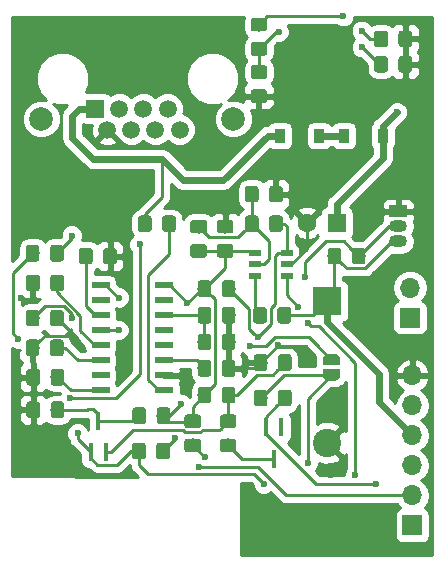
<source format=gbl>
G04 #@! TF.GenerationSoftware,KiCad,Pcbnew,5.0.2-bee76a0~70~ubuntu18.04.1*
G04 #@! TF.CreationDate,2019-08-17T16:59:23+02:00*
G04 #@! TF.ProjectId,HAN_ESP_TSS721,48414e5f-4553-4505-9f54-53533732312e,rev?*
G04 #@! TF.SameCoordinates,Original*
G04 #@! TF.FileFunction,Copper,L2,Bot*
G04 #@! TF.FilePolarity,Positive*
%FSLAX46Y46*%
G04 Gerber Fmt 4.6, Leading zero omitted, Abs format (unit mm)*
G04 Created by KiCad (PCBNEW 5.0.2-bee76a0~70~ubuntu18.04.1) date Sat 17 Aug 2019 04:59:23 PM CEST*
%MOMM*%
%LPD*%
G01*
G04 APERTURE LIST*
G04 #@! TA.AperFunction,ComponentPad*
%ADD10R,2.400000X2.400000*%
G04 #@! TD*
G04 #@! TA.AperFunction,ComponentPad*
%ADD11C,2.400000*%
G04 #@! TD*
G04 #@! TA.AperFunction,ComponentPad*
%ADD12O,1.700000X1.700000*%
G04 #@! TD*
G04 #@! TA.AperFunction,ComponentPad*
%ADD13R,1.700000X1.700000*%
G04 #@! TD*
G04 #@! TA.AperFunction,SMDPad,CuDef*
%ADD14R,1.500000X0.600000*%
G04 #@! TD*
G04 #@! TA.AperFunction,SMDPad,CuDef*
%ADD15C,0.500000*%
G04 #@! TD*
G04 #@! TA.AperFunction,Conductor*
%ADD16C,0.100000*%
G04 #@! TD*
G04 #@! TA.AperFunction,SMDPad,CuDef*
%ADD17C,1.150000*%
G04 #@! TD*
G04 #@! TA.AperFunction,ComponentPad*
%ADD18R,1.600000X1.600000*%
G04 #@! TD*
G04 #@! TA.AperFunction,ComponentPad*
%ADD19C,1.600000*%
G04 #@! TD*
G04 #@! TA.AperFunction,SMDPad,CuDef*
%ADD20R,0.450000X1.500000*%
G04 #@! TD*
G04 #@! TA.AperFunction,SMDPad,CuDef*
%ADD21R,0.900000X1.200000*%
G04 #@! TD*
G04 #@! TA.AperFunction,ComponentPad*
%ADD22R,1.500000X1.500000*%
G04 #@! TD*
G04 #@! TA.AperFunction,ComponentPad*
%ADD23C,1.500000*%
G04 #@! TD*
G04 #@! TA.AperFunction,ComponentPad*
%ADD24C,2.000000*%
G04 #@! TD*
G04 #@! TA.AperFunction,SMDPad,CuDef*
%ADD25R,1.000000X0.550000*%
G04 #@! TD*
G04 #@! TA.AperFunction,ComponentPad*
%ADD26O,1.500000X1.050000*%
G04 #@! TD*
G04 #@! TA.AperFunction,ComponentPad*
%ADD27R,1.500000X1.050000*%
G04 #@! TD*
G04 #@! TA.AperFunction,ViaPad*
%ADD28C,0.600000*%
G04 #@! TD*
G04 #@! TA.AperFunction,Conductor*
%ADD29C,0.250000*%
G04 #@! TD*
G04 #@! TA.AperFunction,Conductor*
%ADD30C,0.600000*%
G04 #@! TD*
G04 #@! TA.AperFunction,Conductor*
%ADD31C,0.254000*%
G04 #@! TD*
G04 APERTURE END LIST*
D10*
G04 #@! TO.P,C8,1*
G04 #@! TO.N,+3V3*
X59400000Y-92800000D03*
D11*
G04 #@! TO.P,C8,2*
G04 #@! TO.N,GND*
X59400000Y-104800000D03*
G04 #@! TD*
D12*
G04 #@! TO.P,J2,6*
G04 #@! TO.N,GND*
X66600000Y-99100000D03*
G04 #@! TO.P,J2,5*
G04 #@! TO.N,Net-(J2-Pad5)*
X66600000Y-101640000D03*
G04 #@! TO.P,J2,4*
G04 #@! TO.N,+3V3*
X66600000Y-104180000D03*
G04 #@! TO.P,J2,3*
G04 #@! TO.N,ESP_RX*
X66600000Y-106720000D03*
G04 #@! TO.P,J2,2*
G04 #@! TO.N,ESP_TX*
X66600000Y-109260000D03*
D13*
G04 #@! TO.P,J2,1*
G04 #@! TO.N,DTR*
X66600000Y-111800000D03*
G04 #@! TD*
D14*
G04 #@! TO.P,U3,1*
G04 #@! TO.N,Net-(R12-Pad1)*
X40200000Y-100365000D03*
G04 #@! TO.P,U3,2*
G04 #@! TO.N,Net-(U3-Pad2)*
X40200000Y-99095000D03*
G04 #@! TO.P,U3,3*
G04 #@! TO.N,Net-(C9-Pad1)*
X40200000Y-97825000D03*
G04 #@! TO.P,U3,4*
G04 #@! TO.N,Net-(R13-Pad1)*
X40200000Y-96555000D03*
G04 #@! TO.P,U3,5*
G04 #@! TO.N,POWER_FAIL*
X40200000Y-95285000D03*
G04 #@! TO.P,U3,6*
G04 #@! TO.N,Net-(C11-Pad1)*
X40200000Y-94015000D03*
G04 #@! TO.P,U3,7*
G04 #@! TO.N,Net-(U3-Pad7)*
X40200000Y-92745000D03*
G04 #@! TO.P,U3,8*
G04 #@! TO.N,HAN_TX*
X40200000Y-91475000D03*
G04 #@! TO.P,U3,9*
G04 #@! TO.N,+3V3*
X45600000Y-91475000D03*
G04 #@! TO.P,U3,10*
G04 #@! TO.N,Net-(U3-Pad10)*
X45600000Y-92745000D03*
G04 #@! TO.P,U3,11*
G04 #@! TO.N,Net-(C12-Pad1)*
X45600000Y-94015000D03*
G04 #@! TO.P,U3,12*
G04 #@! TO.N,Net-(U3-Pad12)*
X45600000Y-95285000D03*
G04 #@! TO.P,U3,13*
G04 #@! TO.N,Net-(U3-Pad13)*
X45600000Y-96555000D03*
G04 #@! TO.P,U3,14*
G04 #@! TO.N,Net-(R15-Pad1)*
X45600000Y-97825000D03*
G04 #@! TO.P,U3,15*
G04 #@! TO.N,GND*
X45600000Y-99095000D03*
G04 #@! TO.P,U3,16*
G04 #@! TO.N,Net-(R11-Pad2)*
X45600000Y-100365000D03*
G04 #@! TD*
D13*
G04 #@! TO.P,JP1,1*
G04 #@! TO.N,HAN_TX*
X66400000Y-94200000D03*
D12*
G04 #@! TO.P,JP1,2*
G04 #@! TO.N,ESP_RX*
X66400000Y-91660000D03*
G04 #@! TD*
D15*
G04 #@! TO.P,JP2,1*
G04 #@! TO.N,Net-(JP2-Pad1)*
X59750000Y-97750000D03*
D16*
G04 #@! TD*
G04 #@! TO.N,Net-(JP2-Pad1)*
G04 #@! TO.C,JP2*
G36*
X59000000Y-98250000D02*
X59000000Y-97750000D01*
X59000602Y-97750000D01*
X59000602Y-97725466D01*
X59005412Y-97676635D01*
X59014984Y-97628510D01*
X59029228Y-97581555D01*
X59048005Y-97536222D01*
X59071136Y-97492949D01*
X59098396Y-97452150D01*
X59129524Y-97414221D01*
X59164221Y-97379524D01*
X59202150Y-97348396D01*
X59242949Y-97321136D01*
X59286222Y-97298005D01*
X59331555Y-97279228D01*
X59378510Y-97264984D01*
X59426635Y-97255412D01*
X59475466Y-97250602D01*
X59500000Y-97250602D01*
X59500000Y-97250000D01*
X60000000Y-97250000D01*
X60000000Y-97250602D01*
X60024534Y-97250602D01*
X60073365Y-97255412D01*
X60121490Y-97264984D01*
X60168445Y-97279228D01*
X60213778Y-97298005D01*
X60257051Y-97321136D01*
X60297850Y-97348396D01*
X60335779Y-97379524D01*
X60370476Y-97414221D01*
X60401604Y-97452150D01*
X60428864Y-97492949D01*
X60451995Y-97536222D01*
X60470772Y-97581555D01*
X60485016Y-97628510D01*
X60494588Y-97676635D01*
X60499398Y-97725466D01*
X60499398Y-97750000D01*
X60500000Y-97750000D01*
X60500000Y-98250000D01*
X59000000Y-98250000D01*
X59000000Y-98250000D01*
G37*
D15*
G04 #@! TO.P,JP2,2*
G04 #@! TO.N,ESP_RESET*
X59750000Y-99050000D03*
D16*
G04 #@! TD*
G04 #@! TO.N,ESP_RESET*
G04 #@! TO.C,JP2*
G36*
X60499398Y-99050000D02*
X60499398Y-99074534D01*
X60494588Y-99123365D01*
X60485016Y-99171490D01*
X60470772Y-99218445D01*
X60451995Y-99263778D01*
X60428864Y-99307051D01*
X60401604Y-99347850D01*
X60370476Y-99385779D01*
X60335779Y-99420476D01*
X60297850Y-99451604D01*
X60257051Y-99478864D01*
X60213778Y-99501995D01*
X60168445Y-99520772D01*
X60121490Y-99535016D01*
X60073365Y-99544588D01*
X60024534Y-99549398D01*
X60000000Y-99549398D01*
X60000000Y-99550000D01*
X59500000Y-99550000D01*
X59500000Y-99549398D01*
X59475466Y-99549398D01*
X59426635Y-99544588D01*
X59378510Y-99535016D01*
X59331555Y-99520772D01*
X59286222Y-99501995D01*
X59242949Y-99478864D01*
X59202150Y-99451604D01*
X59164221Y-99420476D01*
X59129524Y-99385779D01*
X59098396Y-99347850D01*
X59071136Y-99307051D01*
X59048005Y-99263778D01*
X59029228Y-99218445D01*
X59014984Y-99171490D01*
X59005412Y-99123365D01*
X59000602Y-99074534D01*
X59000602Y-99050000D01*
X59000000Y-99050000D01*
X59000000Y-98550000D01*
X60500000Y-98550000D01*
X60500000Y-99050000D01*
X60499398Y-99050000D01*
X60499398Y-99050000D01*
G37*
G04 #@! TO.N,GND*
G04 #@! TO.C,R13*
G36*
X34824505Y-90551204D02*
X34848773Y-90554804D01*
X34872572Y-90560765D01*
X34895671Y-90569030D01*
X34917850Y-90579520D01*
X34938893Y-90592132D01*
X34958599Y-90606747D01*
X34976777Y-90623223D01*
X34993253Y-90641401D01*
X35007868Y-90661107D01*
X35020480Y-90682150D01*
X35030970Y-90704329D01*
X35039235Y-90727428D01*
X35045196Y-90751227D01*
X35048796Y-90775495D01*
X35050000Y-90799999D01*
X35050000Y-91700001D01*
X35048796Y-91724505D01*
X35045196Y-91748773D01*
X35039235Y-91772572D01*
X35030970Y-91795671D01*
X35020480Y-91817850D01*
X35007868Y-91838893D01*
X34993253Y-91858599D01*
X34976777Y-91876777D01*
X34958599Y-91893253D01*
X34938893Y-91907868D01*
X34917850Y-91920480D01*
X34895671Y-91930970D01*
X34872572Y-91939235D01*
X34848773Y-91945196D01*
X34824505Y-91948796D01*
X34800001Y-91950000D01*
X34149999Y-91950000D01*
X34125495Y-91948796D01*
X34101227Y-91945196D01*
X34077428Y-91939235D01*
X34054329Y-91930970D01*
X34032150Y-91920480D01*
X34011107Y-91907868D01*
X33991401Y-91893253D01*
X33973223Y-91876777D01*
X33956747Y-91858599D01*
X33942132Y-91838893D01*
X33929520Y-91817850D01*
X33919030Y-91795671D01*
X33910765Y-91772572D01*
X33904804Y-91748773D01*
X33901204Y-91724505D01*
X33900000Y-91700001D01*
X33900000Y-90799999D01*
X33901204Y-90775495D01*
X33904804Y-90751227D01*
X33910765Y-90727428D01*
X33919030Y-90704329D01*
X33929520Y-90682150D01*
X33942132Y-90661107D01*
X33956747Y-90641401D01*
X33973223Y-90623223D01*
X33991401Y-90606747D01*
X34011107Y-90592132D01*
X34032150Y-90579520D01*
X34054329Y-90569030D01*
X34077428Y-90560765D01*
X34101227Y-90554804D01*
X34125495Y-90551204D01*
X34149999Y-90550000D01*
X34800001Y-90550000D01*
X34824505Y-90551204D01*
X34824505Y-90551204D01*
G37*
D17*
G04 #@! TD*
G04 #@! TO.P,R13,2*
G04 #@! TO.N,GND*
X34475000Y-91250000D03*
D16*
G04 #@! TO.N,Net-(R13-Pad1)*
G04 #@! TO.C,R13*
G36*
X36874505Y-90551204D02*
X36898773Y-90554804D01*
X36922572Y-90560765D01*
X36945671Y-90569030D01*
X36967850Y-90579520D01*
X36988893Y-90592132D01*
X37008599Y-90606747D01*
X37026777Y-90623223D01*
X37043253Y-90641401D01*
X37057868Y-90661107D01*
X37070480Y-90682150D01*
X37080970Y-90704329D01*
X37089235Y-90727428D01*
X37095196Y-90751227D01*
X37098796Y-90775495D01*
X37100000Y-90799999D01*
X37100000Y-91700001D01*
X37098796Y-91724505D01*
X37095196Y-91748773D01*
X37089235Y-91772572D01*
X37080970Y-91795671D01*
X37070480Y-91817850D01*
X37057868Y-91838893D01*
X37043253Y-91858599D01*
X37026777Y-91876777D01*
X37008599Y-91893253D01*
X36988893Y-91907868D01*
X36967850Y-91920480D01*
X36945671Y-91930970D01*
X36922572Y-91939235D01*
X36898773Y-91945196D01*
X36874505Y-91948796D01*
X36850001Y-91950000D01*
X36199999Y-91950000D01*
X36175495Y-91948796D01*
X36151227Y-91945196D01*
X36127428Y-91939235D01*
X36104329Y-91930970D01*
X36082150Y-91920480D01*
X36061107Y-91907868D01*
X36041401Y-91893253D01*
X36023223Y-91876777D01*
X36006747Y-91858599D01*
X35992132Y-91838893D01*
X35979520Y-91817850D01*
X35969030Y-91795671D01*
X35960765Y-91772572D01*
X35954804Y-91748773D01*
X35951204Y-91724505D01*
X35950000Y-91700001D01*
X35950000Y-90799999D01*
X35951204Y-90775495D01*
X35954804Y-90751227D01*
X35960765Y-90727428D01*
X35969030Y-90704329D01*
X35979520Y-90682150D01*
X35992132Y-90661107D01*
X36006747Y-90641401D01*
X36023223Y-90623223D01*
X36041401Y-90606747D01*
X36061107Y-90592132D01*
X36082150Y-90579520D01*
X36104329Y-90569030D01*
X36127428Y-90560765D01*
X36151227Y-90554804D01*
X36175495Y-90551204D01*
X36199999Y-90550000D01*
X36850001Y-90550000D01*
X36874505Y-90551204D01*
X36874505Y-90551204D01*
G37*
D17*
G04 #@! TD*
G04 #@! TO.P,R13,1*
G04 #@! TO.N,Net-(R13-Pad1)*
X36525000Y-91250000D03*
D16*
G04 #@! TO.N,Net-(R15-Pad1)*
G04 #@! TO.C,R15*
G36*
X49349505Y-97801204D02*
X49373773Y-97804804D01*
X49397572Y-97810765D01*
X49420671Y-97819030D01*
X49442850Y-97829520D01*
X49463893Y-97842132D01*
X49483599Y-97856747D01*
X49501777Y-97873223D01*
X49518253Y-97891401D01*
X49532868Y-97911107D01*
X49545480Y-97932150D01*
X49555970Y-97954329D01*
X49564235Y-97977428D01*
X49570196Y-98001227D01*
X49573796Y-98025495D01*
X49575000Y-98049999D01*
X49575000Y-98950001D01*
X49573796Y-98974505D01*
X49570196Y-98998773D01*
X49564235Y-99022572D01*
X49555970Y-99045671D01*
X49545480Y-99067850D01*
X49532868Y-99088893D01*
X49518253Y-99108599D01*
X49501777Y-99126777D01*
X49483599Y-99143253D01*
X49463893Y-99157868D01*
X49442850Y-99170480D01*
X49420671Y-99180970D01*
X49397572Y-99189235D01*
X49373773Y-99195196D01*
X49349505Y-99198796D01*
X49325001Y-99200000D01*
X48674999Y-99200000D01*
X48650495Y-99198796D01*
X48626227Y-99195196D01*
X48602428Y-99189235D01*
X48579329Y-99180970D01*
X48557150Y-99170480D01*
X48536107Y-99157868D01*
X48516401Y-99143253D01*
X48498223Y-99126777D01*
X48481747Y-99108599D01*
X48467132Y-99088893D01*
X48454520Y-99067850D01*
X48444030Y-99045671D01*
X48435765Y-99022572D01*
X48429804Y-98998773D01*
X48426204Y-98974505D01*
X48425000Y-98950001D01*
X48425000Y-98049999D01*
X48426204Y-98025495D01*
X48429804Y-98001227D01*
X48435765Y-97977428D01*
X48444030Y-97954329D01*
X48454520Y-97932150D01*
X48467132Y-97911107D01*
X48481747Y-97891401D01*
X48498223Y-97873223D01*
X48516401Y-97856747D01*
X48536107Y-97842132D01*
X48557150Y-97829520D01*
X48579329Y-97819030D01*
X48602428Y-97810765D01*
X48626227Y-97804804D01*
X48650495Y-97801204D01*
X48674999Y-97800000D01*
X49325001Y-97800000D01*
X49349505Y-97801204D01*
X49349505Y-97801204D01*
G37*
D17*
G04 #@! TD*
G04 #@! TO.P,R15,1*
G04 #@! TO.N,Net-(R15-Pad1)*
X49000000Y-98500000D03*
D16*
G04 #@! TO.N,GND*
G04 #@! TO.C,R15*
G36*
X51399505Y-97801204D02*
X51423773Y-97804804D01*
X51447572Y-97810765D01*
X51470671Y-97819030D01*
X51492850Y-97829520D01*
X51513893Y-97842132D01*
X51533599Y-97856747D01*
X51551777Y-97873223D01*
X51568253Y-97891401D01*
X51582868Y-97911107D01*
X51595480Y-97932150D01*
X51605970Y-97954329D01*
X51614235Y-97977428D01*
X51620196Y-98001227D01*
X51623796Y-98025495D01*
X51625000Y-98049999D01*
X51625000Y-98950001D01*
X51623796Y-98974505D01*
X51620196Y-98998773D01*
X51614235Y-99022572D01*
X51605970Y-99045671D01*
X51595480Y-99067850D01*
X51582868Y-99088893D01*
X51568253Y-99108599D01*
X51551777Y-99126777D01*
X51533599Y-99143253D01*
X51513893Y-99157868D01*
X51492850Y-99170480D01*
X51470671Y-99180970D01*
X51447572Y-99189235D01*
X51423773Y-99195196D01*
X51399505Y-99198796D01*
X51375001Y-99200000D01*
X50724999Y-99200000D01*
X50700495Y-99198796D01*
X50676227Y-99195196D01*
X50652428Y-99189235D01*
X50629329Y-99180970D01*
X50607150Y-99170480D01*
X50586107Y-99157868D01*
X50566401Y-99143253D01*
X50548223Y-99126777D01*
X50531747Y-99108599D01*
X50517132Y-99088893D01*
X50504520Y-99067850D01*
X50494030Y-99045671D01*
X50485765Y-99022572D01*
X50479804Y-98998773D01*
X50476204Y-98974505D01*
X50475000Y-98950001D01*
X50475000Y-98049999D01*
X50476204Y-98025495D01*
X50479804Y-98001227D01*
X50485765Y-97977428D01*
X50494030Y-97954329D01*
X50504520Y-97932150D01*
X50517132Y-97911107D01*
X50531747Y-97891401D01*
X50548223Y-97873223D01*
X50566401Y-97856747D01*
X50586107Y-97842132D01*
X50607150Y-97829520D01*
X50629329Y-97819030D01*
X50652428Y-97810765D01*
X50676227Y-97804804D01*
X50700495Y-97801204D01*
X50724999Y-97800000D01*
X51375001Y-97800000D01*
X51399505Y-97801204D01*
X51399505Y-97801204D01*
G37*
D17*
G04 #@! TD*
G04 #@! TO.P,R15,2*
G04 #@! TO.N,GND*
X51050000Y-98500000D03*
D16*
G04 #@! TO.N,Net-(R18-Pad1)*
G04 #@! TO.C,R18*
G36*
X34799505Y-88051204D02*
X34823773Y-88054804D01*
X34847572Y-88060765D01*
X34870671Y-88069030D01*
X34892850Y-88079520D01*
X34913893Y-88092132D01*
X34933599Y-88106747D01*
X34951777Y-88123223D01*
X34968253Y-88141401D01*
X34982868Y-88161107D01*
X34995480Y-88182150D01*
X35005970Y-88204329D01*
X35014235Y-88227428D01*
X35020196Y-88251227D01*
X35023796Y-88275495D01*
X35025000Y-88299999D01*
X35025000Y-89200001D01*
X35023796Y-89224505D01*
X35020196Y-89248773D01*
X35014235Y-89272572D01*
X35005970Y-89295671D01*
X34995480Y-89317850D01*
X34982868Y-89338893D01*
X34968253Y-89358599D01*
X34951777Y-89376777D01*
X34933599Y-89393253D01*
X34913893Y-89407868D01*
X34892850Y-89420480D01*
X34870671Y-89430970D01*
X34847572Y-89439235D01*
X34823773Y-89445196D01*
X34799505Y-89448796D01*
X34775001Y-89450000D01*
X34124999Y-89450000D01*
X34100495Y-89448796D01*
X34076227Y-89445196D01*
X34052428Y-89439235D01*
X34029329Y-89430970D01*
X34007150Y-89420480D01*
X33986107Y-89407868D01*
X33966401Y-89393253D01*
X33948223Y-89376777D01*
X33931747Y-89358599D01*
X33917132Y-89338893D01*
X33904520Y-89317850D01*
X33894030Y-89295671D01*
X33885765Y-89272572D01*
X33879804Y-89248773D01*
X33876204Y-89224505D01*
X33875000Y-89200001D01*
X33875000Y-88299999D01*
X33876204Y-88275495D01*
X33879804Y-88251227D01*
X33885765Y-88227428D01*
X33894030Y-88204329D01*
X33904520Y-88182150D01*
X33917132Y-88161107D01*
X33931747Y-88141401D01*
X33948223Y-88123223D01*
X33966401Y-88106747D01*
X33986107Y-88092132D01*
X34007150Y-88079520D01*
X34029329Y-88069030D01*
X34052428Y-88060765D01*
X34076227Y-88054804D01*
X34100495Y-88051204D01*
X34124999Y-88050000D01*
X34775001Y-88050000D01*
X34799505Y-88051204D01*
X34799505Y-88051204D01*
G37*
D17*
G04 #@! TD*
G04 #@! TO.P,R18,1*
G04 #@! TO.N,Net-(R18-Pad1)*
X34450000Y-88750000D03*
D16*
G04 #@! TO.N,+3V3*
G04 #@! TO.C,R18*
G36*
X36849505Y-88051204D02*
X36873773Y-88054804D01*
X36897572Y-88060765D01*
X36920671Y-88069030D01*
X36942850Y-88079520D01*
X36963893Y-88092132D01*
X36983599Y-88106747D01*
X37001777Y-88123223D01*
X37018253Y-88141401D01*
X37032868Y-88161107D01*
X37045480Y-88182150D01*
X37055970Y-88204329D01*
X37064235Y-88227428D01*
X37070196Y-88251227D01*
X37073796Y-88275495D01*
X37075000Y-88299999D01*
X37075000Y-89200001D01*
X37073796Y-89224505D01*
X37070196Y-89248773D01*
X37064235Y-89272572D01*
X37055970Y-89295671D01*
X37045480Y-89317850D01*
X37032868Y-89338893D01*
X37018253Y-89358599D01*
X37001777Y-89376777D01*
X36983599Y-89393253D01*
X36963893Y-89407868D01*
X36942850Y-89420480D01*
X36920671Y-89430970D01*
X36897572Y-89439235D01*
X36873773Y-89445196D01*
X36849505Y-89448796D01*
X36825001Y-89450000D01*
X36174999Y-89450000D01*
X36150495Y-89448796D01*
X36126227Y-89445196D01*
X36102428Y-89439235D01*
X36079329Y-89430970D01*
X36057150Y-89420480D01*
X36036107Y-89407868D01*
X36016401Y-89393253D01*
X35998223Y-89376777D01*
X35981747Y-89358599D01*
X35967132Y-89338893D01*
X35954520Y-89317850D01*
X35944030Y-89295671D01*
X35935765Y-89272572D01*
X35929804Y-89248773D01*
X35926204Y-89224505D01*
X35925000Y-89200001D01*
X35925000Y-88299999D01*
X35926204Y-88275495D01*
X35929804Y-88251227D01*
X35935765Y-88227428D01*
X35944030Y-88204329D01*
X35954520Y-88182150D01*
X35967132Y-88161107D01*
X35981747Y-88141401D01*
X35998223Y-88123223D01*
X36016401Y-88106747D01*
X36036107Y-88092132D01*
X36057150Y-88079520D01*
X36079329Y-88069030D01*
X36102428Y-88060765D01*
X36126227Y-88054804D01*
X36150495Y-88051204D01*
X36174999Y-88050000D01*
X36825001Y-88050000D01*
X36849505Y-88051204D01*
X36849505Y-88051204D01*
G37*
D17*
G04 #@! TD*
G04 #@! TO.P,R18,2*
G04 #@! TO.N,+3V3*
X36500000Y-88750000D03*
D16*
G04 #@! TO.N,ESP_PROG*
G04 #@! TO.C,R17*
G36*
X43799505Y-104801204D02*
X43823773Y-104804804D01*
X43847572Y-104810765D01*
X43870671Y-104819030D01*
X43892850Y-104829520D01*
X43913893Y-104842132D01*
X43933599Y-104856747D01*
X43951777Y-104873223D01*
X43968253Y-104891401D01*
X43982868Y-104911107D01*
X43995480Y-104932150D01*
X44005970Y-104954329D01*
X44014235Y-104977428D01*
X44020196Y-105001227D01*
X44023796Y-105025495D01*
X44025000Y-105049999D01*
X44025000Y-105950001D01*
X44023796Y-105974505D01*
X44020196Y-105998773D01*
X44014235Y-106022572D01*
X44005970Y-106045671D01*
X43995480Y-106067850D01*
X43982868Y-106088893D01*
X43968253Y-106108599D01*
X43951777Y-106126777D01*
X43933599Y-106143253D01*
X43913893Y-106157868D01*
X43892850Y-106170480D01*
X43870671Y-106180970D01*
X43847572Y-106189235D01*
X43823773Y-106195196D01*
X43799505Y-106198796D01*
X43775001Y-106200000D01*
X43124999Y-106200000D01*
X43100495Y-106198796D01*
X43076227Y-106195196D01*
X43052428Y-106189235D01*
X43029329Y-106180970D01*
X43007150Y-106170480D01*
X42986107Y-106157868D01*
X42966401Y-106143253D01*
X42948223Y-106126777D01*
X42931747Y-106108599D01*
X42917132Y-106088893D01*
X42904520Y-106067850D01*
X42894030Y-106045671D01*
X42885765Y-106022572D01*
X42879804Y-105998773D01*
X42876204Y-105974505D01*
X42875000Y-105950001D01*
X42875000Y-105049999D01*
X42876204Y-105025495D01*
X42879804Y-105001227D01*
X42885765Y-104977428D01*
X42894030Y-104954329D01*
X42904520Y-104932150D01*
X42917132Y-104911107D01*
X42931747Y-104891401D01*
X42948223Y-104873223D01*
X42966401Y-104856747D01*
X42986107Y-104842132D01*
X43007150Y-104829520D01*
X43029329Y-104819030D01*
X43052428Y-104810765D01*
X43076227Y-104804804D01*
X43100495Y-104801204D01*
X43124999Y-104800000D01*
X43775001Y-104800000D01*
X43799505Y-104801204D01*
X43799505Y-104801204D01*
G37*
D17*
G04 #@! TD*
G04 #@! TO.P,R17,2*
G04 #@! TO.N,ESP_PROG*
X43450000Y-105500000D03*
D16*
G04 #@! TO.N,+3V3*
G04 #@! TO.C,R17*
G36*
X45849505Y-104801204D02*
X45873773Y-104804804D01*
X45897572Y-104810765D01*
X45920671Y-104819030D01*
X45942850Y-104829520D01*
X45963893Y-104842132D01*
X45983599Y-104856747D01*
X46001777Y-104873223D01*
X46018253Y-104891401D01*
X46032868Y-104911107D01*
X46045480Y-104932150D01*
X46055970Y-104954329D01*
X46064235Y-104977428D01*
X46070196Y-105001227D01*
X46073796Y-105025495D01*
X46075000Y-105049999D01*
X46075000Y-105950001D01*
X46073796Y-105974505D01*
X46070196Y-105998773D01*
X46064235Y-106022572D01*
X46055970Y-106045671D01*
X46045480Y-106067850D01*
X46032868Y-106088893D01*
X46018253Y-106108599D01*
X46001777Y-106126777D01*
X45983599Y-106143253D01*
X45963893Y-106157868D01*
X45942850Y-106170480D01*
X45920671Y-106180970D01*
X45897572Y-106189235D01*
X45873773Y-106195196D01*
X45849505Y-106198796D01*
X45825001Y-106200000D01*
X45174999Y-106200000D01*
X45150495Y-106198796D01*
X45126227Y-106195196D01*
X45102428Y-106189235D01*
X45079329Y-106180970D01*
X45057150Y-106170480D01*
X45036107Y-106157868D01*
X45016401Y-106143253D01*
X44998223Y-106126777D01*
X44981747Y-106108599D01*
X44967132Y-106088893D01*
X44954520Y-106067850D01*
X44944030Y-106045671D01*
X44935765Y-106022572D01*
X44929804Y-105998773D01*
X44926204Y-105974505D01*
X44925000Y-105950001D01*
X44925000Y-105049999D01*
X44926204Y-105025495D01*
X44929804Y-105001227D01*
X44935765Y-104977428D01*
X44944030Y-104954329D01*
X44954520Y-104932150D01*
X44967132Y-104911107D01*
X44981747Y-104891401D01*
X44998223Y-104873223D01*
X45016401Y-104856747D01*
X45036107Y-104842132D01*
X45057150Y-104829520D01*
X45079329Y-104819030D01*
X45102428Y-104810765D01*
X45126227Y-104804804D01*
X45150495Y-104801204D01*
X45174999Y-104800000D01*
X45825001Y-104800000D01*
X45849505Y-104801204D01*
X45849505Y-104801204D01*
G37*
D17*
G04 #@! TD*
G04 #@! TO.P,R17,1*
G04 #@! TO.N,+3V3*
X45500000Y-105500000D03*
D16*
G04 #@! TO.N,GND*
G04 #@! TO.C,R19*
G36*
X36849505Y-93551204D02*
X36873773Y-93554804D01*
X36897572Y-93560765D01*
X36920671Y-93569030D01*
X36942850Y-93579520D01*
X36963893Y-93592132D01*
X36983599Y-93606747D01*
X37001777Y-93623223D01*
X37018253Y-93641401D01*
X37032868Y-93661107D01*
X37045480Y-93682150D01*
X37055970Y-93704329D01*
X37064235Y-93727428D01*
X37070196Y-93751227D01*
X37073796Y-93775495D01*
X37075000Y-93799999D01*
X37075000Y-94700001D01*
X37073796Y-94724505D01*
X37070196Y-94748773D01*
X37064235Y-94772572D01*
X37055970Y-94795671D01*
X37045480Y-94817850D01*
X37032868Y-94838893D01*
X37018253Y-94858599D01*
X37001777Y-94876777D01*
X36983599Y-94893253D01*
X36963893Y-94907868D01*
X36942850Y-94920480D01*
X36920671Y-94930970D01*
X36897572Y-94939235D01*
X36873773Y-94945196D01*
X36849505Y-94948796D01*
X36825001Y-94950000D01*
X36174999Y-94950000D01*
X36150495Y-94948796D01*
X36126227Y-94945196D01*
X36102428Y-94939235D01*
X36079329Y-94930970D01*
X36057150Y-94920480D01*
X36036107Y-94907868D01*
X36016401Y-94893253D01*
X35998223Y-94876777D01*
X35981747Y-94858599D01*
X35967132Y-94838893D01*
X35954520Y-94817850D01*
X35944030Y-94795671D01*
X35935765Y-94772572D01*
X35929804Y-94748773D01*
X35926204Y-94724505D01*
X35925000Y-94700001D01*
X35925000Y-93799999D01*
X35926204Y-93775495D01*
X35929804Y-93751227D01*
X35935765Y-93727428D01*
X35944030Y-93704329D01*
X35954520Y-93682150D01*
X35967132Y-93661107D01*
X35981747Y-93641401D01*
X35998223Y-93623223D01*
X36016401Y-93606747D01*
X36036107Y-93592132D01*
X36057150Y-93579520D01*
X36079329Y-93569030D01*
X36102428Y-93560765D01*
X36126227Y-93554804D01*
X36150495Y-93551204D01*
X36174999Y-93550000D01*
X36825001Y-93550000D01*
X36849505Y-93551204D01*
X36849505Y-93551204D01*
G37*
D17*
G04 #@! TD*
G04 #@! TO.P,R19,1*
G04 #@! TO.N,GND*
X36500000Y-94250000D03*
D16*
G04 #@! TO.N,Net-(R19-Pad2)*
G04 #@! TO.C,R19*
G36*
X34799505Y-93551204D02*
X34823773Y-93554804D01*
X34847572Y-93560765D01*
X34870671Y-93569030D01*
X34892850Y-93579520D01*
X34913893Y-93592132D01*
X34933599Y-93606747D01*
X34951777Y-93623223D01*
X34968253Y-93641401D01*
X34982868Y-93661107D01*
X34995480Y-93682150D01*
X35005970Y-93704329D01*
X35014235Y-93727428D01*
X35020196Y-93751227D01*
X35023796Y-93775495D01*
X35025000Y-93799999D01*
X35025000Y-94700001D01*
X35023796Y-94724505D01*
X35020196Y-94748773D01*
X35014235Y-94772572D01*
X35005970Y-94795671D01*
X34995480Y-94817850D01*
X34982868Y-94838893D01*
X34968253Y-94858599D01*
X34951777Y-94876777D01*
X34933599Y-94893253D01*
X34913893Y-94907868D01*
X34892850Y-94920480D01*
X34870671Y-94930970D01*
X34847572Y-94939235D01*
X34823773Y-94945196D01*
X34799505Y-94948796D01*
X34775001Y-94950000D01*
X34124999Y-94950000D01*
X34100495Y-94948796D01*
X34076227Y-94945196D01*
X34052428Y-94939235D01*
X34029329Y-94930970D01*
X34007150Y-94920480D01*
X33986107Y-94907868D01*
X33966401Y-94893253D01*
X33948223Y-94876777D01*
X33931747Y-94858599D01*
X33917132Y-94838893D01*
X33904520Y-94817850D01*
X33894030Y-94795671D01*
X33885765Y-94772572D01*
X33879804Y-94748773D01*
X33876204Y-94724505D01*
X33875000Y-94700001D01*
X33875000Y-93799999D01*
X33876204Y-93775495D01*
X33879804Y-93751227D01*
X33885765Y-93727428D01*
X33894030Y-93704329D01*
X33904520Y-93682150D01*
X33917132Y-93661107D01*
X33931747Y-93641401D01*
X33948223Y-93623223D01*
X33966401Y-93606747D01*
X33986107Y-93592132D01*
X34007150Y-93579520D01*
X34029329Y-93569030D01*
X34052428Y-93560765D01*
X34076227Y-93554804D01*
X34100495Y-93551204D01*
X34124999Y-93550000D01*
X34775001Y-93550000D01*
X34799505Y-93551204D01*
X34799505Y-93551204D01*
G37*
D17*
G04 #@! TD*
G04 #@! TO.P,R19,2*
G04 #@! TO.N,Net-(R19-Pad2)*
X34450000Y-94250000D03*
D16*
G04 #@! TO.N,+3V3*
G04 #@! TO.C,R20*
G36*
X48474505Y-102401204D02*
X48498773Y-102404804D01*
X48522572Y-102410765D01*
X48545671Y-102419030D01*
X48567850Y-102429520D01*
X48588893Y-102442132D01*
X48608599Y-102456747D01*
X48626777Y-102473223D01*
X48643253Y-102491401D01*
X48657868Y-102511107D01*
X48670480Y-102532150D01*
X48680970Y-102554329D01*
X48689235Y-102577428D01*
X48695196Y-102601227D01*
X48698796Y-102625495D01*
X48700000Y-102649999D01*
X48700000Y-103300001D01*
X48698796Y-103324505D01*
X48695196Y-103348773D01*
X48689235Y-103372572D01*
X48680970Y-103395671D01*
X48670480Y-103417850D01*
X48657868Y-103438893D01*
X48643253Y-103458599D01*
X48626777Y-103476777D01*
X48608599Y-103493253D01*
X48588893Y-103507868D01*
X48567850Y-103520480D01*
X48545671Y-103530970D01*
X48522572Y-103539235D01*
X48498773Y-103545196D01*
X48474505Y-103548796D01*
X48450001Y-103550000D01*
X47549999Y-103550000D01*
X47525495Y-103548796D01*
X47501227Y-103545196D01*
X47477428Y-103539235D01*
X47454329Y-103530970D01*
X47432150Y-103520480D01*
X47411107Y-103507868D01*
X47391401Y-103493253D01*
X47373223Y-103476777D01*
X47356747Y-103458599D01*
X47342132Y-103438893D01*
X47329520Y-103417850D01*
X47319030Y-103395671D01*
X47310765Y-103372572D01*
X47304804Y-103348773D01*
X47301204Y-103324505D01*
X47300000Y-103300001D01*
X47300000Y-102649999D01*
X47301204Y-102625495D01*
X47304804Y-102601227D01*
X47310765Y-102577428D01*
X47319030Y-102554329D01*
X47329520Y-102532150D01*
X47342132Y-102511107D01*
X47356747Y-102491401D01*
X47373223Y-102473223D01*
X47391401Y-102456747D01*
X47411107Y-102442132D01*
X47432150Y-102429520D01*
X47454329Y-102419030D01*
X47477428Y-102410765D01*
X47501227Y-102404804D01*
X47525495Y-102401204D01*
X47549999Y-102400000D01*
X48450001Y-102400000D01*
X48474505Y-102401204D01*
X48474505Y-102401204D01*
G37*
D17*
G04 #@! TD*
G04 #@! TO.P,R20,2*
G04 #@! TO.N,+3V3*
X48000000Y-102975000D03*
D16*
G04 #@! TO.N,ESP_RESET*
G04 #@! TO.C,R20*
G36*
X48474505Y-104451204D02*
X48498773Y-104454804D01*
X48522572Y-104460765D01*
X48545671Y-104469030D01*
X48567850Y-104479520D01*
X48588893Y-104492132D01*
X48608599Y-104506747D01*
X48626777Y-104523223D01*
X48643253Y-104541401D01*
X48657868Y-104561107D01*
X48670480Y-104582150D01*
X48680970Y-104604329D01*
X48689235Y-104627428D01*
X48695196Y-104651227D01*
X48698796Y-104675495D01*
X48700000Y-104699999D01*
X48700000Y-105350001D01*
X48698796Y-105374505D01*
X48695196Y-105398773D01*
X48689235Y-105422572D01*
X48680970Y-105445671D01*
X48670480Y-105467850D01*
X48657868Y-105488893D01*
X48643253Y-105508599D01*
X48626777Y-105526777D01*
X48608599Y-105543253D01*
X48588893Y-105557868D01*
X48567850Y-105570480D01*
X48545671Y-105580970D01*
X48522572Y-105589235D01*
X48498773Y-105595196D01*
X48474505Y-105598796D01*
X48450001Y-105600000D01*
X47549999Y-105600000D01*
X47525495Y-105598796D01*
X47501227Y-105595196D01*
X47477428Y-105589235D01*
X47454329Y-105580970D01*
X47432150Y-105570480D01*
X47411107Y-105557868D01*
X47391401Y-105543253D01*
X47373223Y-105526777D01*
X47356747Y-105508599D01*
X47342132Y-105488893D01*
X47329520Y-105467850D01*
X47319030Y-105445671D01*
X47310765Y-105422572D01*
X47304804Y-105398773D01*
X47301204Y-105374505D01*
X47300000Y-105350001D01*
X47300000Y-104699999D01*
X47301204Y-104675495D01*
X47304804Y-104651227D01*
X47310765Y-104627428D01*
X47319030Y-104604329D01*
X47329520Y-104582150D01*
X47342132Y-104561107D01*
X47356747Y-104541401D01*
X47373223Y-104523223D01*
X47391401Y-104506747D01*
X47411107Y-104492132D01*
X47432150Y-104479520D01*
X47454329Y-104469030D01*
X47477428Y-104460765D01*
X47501227Y-104454804D01*
X47525495Y-104451204D01*
X47549999Y-104450000D01*
X48450001Y-104450000D01*
X48474505Y-104451204D01*
X48474505Y-104451204D01*
G37*
D17*
G04 #@! TD*
G04 #@! TO.P,R20,1*
G04 #@! TO.N,ESP_RESET*
X48000000Y-105025000D03*
D16*
G04 #@! TO.N,HAN1*
G04 #@! TO.C,R11*
G36*
X44299505Y-85551204D02*
X44323773Y-85554804D01*
X44347572Y-85560765D01*
X44370671Y-85569030D01*
X44392850Y-85579520D01*
X44413893Y-85592132D01*
X44433599Y-85606747D01*
X44451777Y-85623223D01*
X44468253Y-85641401D01*
X44482868Y-85661107D01*
X44495480Y-85682150D01*
X44505970Y-85704329D01*
X44514235Y-85727428D01*
X44520196Y-85751227D01*
X44523796Y-85775495D01*
X44525000Y-85799999D01*
X44525000Y-86700001D01*
X44523796Y-86724505D01*
X44520196Y-86748773D01*
X44514235Y-86772572D01*
X44505970Y-86795671D01*
X44495480Y-86817850D01*
X44482868Y-86838893D01*
X44468253Y-86858599D01*
X44451777Y-86876777D01*
X44433599Y-86893253D01*
X44413893Y-86907868D01*
X44392850Y-86920480D01*
X44370671Y-86930970D01*
X44347572Y-86939235D01*
X44323773Y-86945196D01*
X44299505Y-86948796D01*
X44275001Y-86950000D01*
X43624999Y-86950000D01*
X43600495Y-86948796D01*
X43576227Y-86945196D01*
X43552428Y-86939235D01*
X43529329Y-86930970D01*
X43507150Y-86920480D01*
X43486107Y-86907868D01*
X43466401Y-86893253D01*
X43448223Y-86876777D01*
X43431747Y-86858599D01*
X43417132Y-86838893D01*
X43404520Y-86817850D01*
X43394030Y-86795671D01*
X43385765Y-86772572D01*
X43379804Y-86748773D01*
X43376204Y-86724505D01*
X43375000Y-86700001D01*
X43375000Y-85799999D01*
X43376204Y-85775495D01*
X43379804Y-85751227D01*
X43385765Y-85727428D01*
X43394030Y-85704329D01*
X43404520Y-85682150D01*
X43417132Y-85661107D01*
X43431747Y-85641401D01*
X43448223Y-85623223D01*
X43466401Y-85606747D01*
X43486107Y-85592132D01*
X43507150Y-85579520D01*
X43529329Y-85569030D01*
X43552428Y-85560765D01*
X43576227Y-85554804D01*
X43600495Y-85551204D01*
X43624999Y-85550000D01*
X44275001Y-85550000D01*
X44299505Y-85551204D01*
X44299505Y-85551204D01*
G37*
D17*
G04 #@! TD*
G04 #@! TO.P,R11,1*
G04 #@! TO.N,HAN1*
X43950000Y-86250000D03*
D16*
G04 #@! TO.N,Net-(R11-Pad2)*
G04 #@! TO.C,R11*
G36*
X46349505Y-85551204D02*
X46373773Y-85554804D01*
X46397572Y-85560765D01*
X46420671Y-85569030D01*
X46442850Y-85579520D01*
X46463893Y-85592132D01*
X46483599Y-85606747D01*
X46501777Y-85623223D01*
X46518253Y-85641401D01*
X46532868Y-85661107D01*
X46545480Y-85682150D01*
X46555970Y-85704329D01*
X46564235Y-85727428D01*
X46570196Y-85751227D01*
X46573796Y-85775495D01*
X46575000Y-85799999D01*
X46575000Y-86700001D01*
X46573796Y-86724505D01*
X46570196Y-86748773D01*
X46564235Y-86772572D01*
X46555970Y-86795671D01*
X46545480Y-86817850D01*
X46532868Y-86838893D01*
X46518253Y-86858599D01*
X46501777Y-86876777D01*
X46483599Y-86893253D01*
X46463893Y-86907868D01*
X46442850Y-86920480D01*
X46420671Y-86930970D01*
X46397572Y-86939235D01*
X46373773Y-86945196D01*
X46349505Y-86948796D01*
X46325001Y-86950000D01*
X45674999Y-86950000D01*
X45650495Y-86948796D01*
X45626227Y-86945196D01*
X45602428Y-86939235D01*
X45579329Y-86930970D01*
X45557150Y-86920480D01*
X45536107Y-86907868D01*
X45516401Y-86893253D01*
X45498223Y-86876777D01*
X45481747Y-86858599D01*
X45467132Y-86838893D01*
X45454520Y-86817850D01*
X45444030Y-86795671D01*
X45435765Y-86772572D01*
X45429804Y-86748773D01*
X45426204Y-86724505D01*
X45425000Y-86700001D01*
X45425000Y-85799999D01*
X45426204Y-85775495D01*
X45429804Y-85751227D01*
X45435765Y-85727428D01*
X45444030Y-85704329D01*
X45454520Y-85682150D01*
X45467132Y-85661107D01*
X45481747Y-85641401D01*
X45498223Y-85623223D01*
X45516401Y-85606747D01*
X45536107Y-85592132D01*
X45557150Y-85579520D01*
X45579329Y-85569030D01*
X45602428Y-85560765D01*
X45626227Y-85554804D01*
X45650495Y-85551204D01*
X45674999Y-85550000D01*
X46325001Y-85550000D01*
X46349505Y-85551204D01*
X46349505Y-85551204D01*
G37*
D17*
G04 #@! TD*
G04 #@! TO.P,R11,2*
G04 #@! TO.N,Net-(R11-Pad2)*
X46000000Y-86250000D03*
D16*
G04 #@! TO.N,GND*
G04 #@! TO.C,R12*
G36*
X34849505Y-98551204D02*
X34873773Y-98554804D01*
X34897572Y-98560765D01*
X34920671Y-98569030D01*
X34942850Y-98579520D01*
X34963893Y-98592132D01*
X34983599Y-98606747D01*
X35001777Y-98623223D01*
X35018253Y-98641401D01*
X35032868Y-98661107D01*
X35045480Y-98682150D01*
X35055970Y-98704329D01*
X35064235Y-98727428D01*
X35070196Y-98751227D01*
X35073796Y-98775495D01*
X35075000Y-98799999D01*
X35075000Y-99700001D01*
X35073796Y-99724505D01*
X35070196Y-99748773D01*
X35064235Y-99772572D01*
X35055970Y-99795671D01*
X35045480Y-99817850D01*
X35032868Y-99838893D01*
X35018253Y-99858599D01*
X35001777Y-99876777D01*
X34983599Y-99893253D01*
X34963893Y-99907868D01*
X34942850Y-99920480D01*
X34920671Y-99930970D01*
X34897572Y-99939235D01*
X34873773Y-99945196D01*
X34849505Y-99948796D01*
X34825001Y-99950000D01*
X34174999Y-99950000D01*
X34150495Y-99948796D01*
X34126227Y-99945196D01*
X34102428Y-99939235D01*
X34079329Y-99930970D01*
X34057150Y-99920480D01*
X34036107Y-99907868D01*
X34016401Y-99893253D01*
X33998223Y-99876777D01*
X33981747Y-99858599D01*
X33967132Y-99838893D01*
X33954520Y-99817850D01*
X33944030Y-99795671D01*
X33935765Y-99772572D01*
X33929804Y-99748773D01*
X33926204Y-99724505D01*
X33925000Y-99700001D01*
X33925000Y-98799999D01*
X33926204Y-98775495D01*
X33929804Y-98751227D01*
X33935765Y-98727428D01*
X33944030Y-98704329D01*
X33954520Y-98682150D01*
X33967132Y-98661107D01*
X33981747Y-98641401D01*
X33998223Y-98623223D01*
X34016401Y-98606747D01*
X34036107Y-98592132D01*
X34057150Y-98579520D01*
X34079329Y-98569030D01*
X34102428Y-98560765D01*
X34126227Y-98554804D01*
X34150495Y-98551204D01*
X34174999Y-98550000D01*
X34825001Y-98550000D01*
X34849505Y-98551204D01*
X34849505Y-98551204D01*
G37*
D17*
G04 #@! TD*
G04 #@! TO.P,R12,2*
G04 #@! TO.N,GND*
X34500000Y-99250000D03*
D16*
G04 #@! TO.N,Net-(R12-Pad1)*
G04 #@! TO.C,R12*
G36*
X36899505Y-98551204D02*
X36923773Y-98554804D01*
X36947572Y-98560765D01*
X36970671Y-98569030D01*
X36992850Y-98579520D01*
X37013893Y-98592132D01*
X37033599Y-98606747D01*
X37051777Y-98623223D01*
X37068253Y-98641401D01*
X37082868Y-98661107D01*
X37095480Y-98682150D01*
X37105970Y-98704329D01*
X37114235Y-98727428D01*
X37120196Y-98751227D01*
X37123796Y-98775495D01*
X37125000Y-98799999D01*
X37125000Y-99700001D01*
X37123796Y-99724505D01*
X37120196Y-99748773D01*
X37114235Y-99772572D01*
X37105970Y-99795671D01*
X37095480Y-99817850D01*
X37082868Y-99838893D01*
X37068253Y-99858599D01*
X37051777Y-99876777D01*
X37033599Y-99893253D01*
X37013893Y-99907868D01*
X36992850Y-99920480D01*
X36970671Y-99930970D01*
X36947572Y-99939235D01*
X36923773Y-99945196D01*
X36899505Y-99948796D01*
X36875001Y-99950000D01*
X36224999Y-99950000D01*
X36200495Y-99948796D01*
X36176227Y-99945196D01*
X36152428Y-99939235D01*
X36129329Y-99930970D01*
X36107150Y-99920480D01*
X36086107Y-99907868D01*
X36066401Y-99893253D01*
X36048223Y-99876777D01*
X36031747Y-99858599D01*
X36017132Y-99838893D01*
X36004520Y-99817850D01*
X35994030Y-99795671D01*
X35985765Y-99772572D01*
X35979804Y-99748773D01*
X35976204Y-99724505D01*
X35975000Y-99700001D01*
X35975000Y-98799999D01*
X35976204Y-98775495D01*
X35979804Y-98751227D01*
X35985765Y-98727428D01*
X35994030Y-98704329D01*
X36004520Y-98682150D01*
X36017132Y-98661107D01*
X36031747Y-98641401D01*
X36048223Y-98623223D01*
X36066401Y-98606747D01*
X36086107Y-98592132D01*
X36107150Y-98579520D01*
X36129329Y-98569030D01*
X36152428Y-98560765D01*
X36176227Y-98554804D01*
X36200495Y-98551204D01*
X36224999Y-98550000D01*
X36875001Y-98550000D01*
X36899505Y-98551204D01*
X36899505Y-98551204D01*
G37*
D17*
G04 #@! TD*
G04 #@! TO.P,R12,1*
G04 #@! TO.N,Net-(R12-Pad1)*
X36550000Y-99250000D03*
D16*
G04 #@! TO.N,Net-(C12-Pad1)*
G04 #@! TO.C,R16*
G36*
X49349505Y-95551204D02*
X49373773Y-95554804D01*
X49397572Y-95560765D01*
X49420671Y-95569030D01*
X49442850Y-95579520D01*
X49463893Y-95592132D01*
X49483599Y-95606747D01*
X49501777Y-95623223D01*
X49518253Y-95641401D01*
X49532868Y-95661107D01*
X49545480Y-95682150D01*
X49555970Y-95704329D01*
X49564235Y-95727428D01*
X49570196Y-95751227D01*
X49573796Y-95775495D01*
X49575000Y-95799999D01*
X49575000Y-96700001D01*
X49573796Y-96724505D01*
X49570196Y-96748773D01*
X49564235Y-96772572D01*
X49555970Y-96795671D01*
X49545480Y-96817850D01*
X49532868Y-96838893D01*
X49518253Y-96858599D01*
X49501777Y-96876777D01*
X49483599Y-96893253D01*
X49463893Y-96907868D01*
X49442850Y-96920480D01*
X49420671Y-96930970D01*
X49397572Y-96939235D01*
X49373773Y-96945196D01*
X49349505Y-96948796D01*
X49325001Y-96950000D01*
X48674999Y-96950000D01*
X48650495Y-96948796D01*
X48626227Y-96945196D01*
X48602428Y-96939235D01*
X48579329Y-96930970D01*
X48557150Y-96920480D01*
X48536107Y-96907868D01*
X48516401Y-96893253D01*
X48498223Y-96876777D01*
X48481747Y-96858599D01*
X48467132Y-96838893D01*
X48454520Y-96817850D01*
X48444030Y-96795671D01*
X48435765Y-96772572D01*
X48429804Y-96748773D01*
X48426204Y-96724505D01*
X48425000Y-96700001D01*
X48425000Y-95799999D01*
X48426204Y-95775495D01*
X48429804Y-95751227D01*
X48435765Y-95727428D01*
X48444030Y-95704329D01*
X48454520Y-95682150D01*
X48467132Y-95661107D01*
X48481747Y-95641401D01*
X48498223Y-95623223D01*
X48516401Y-95606747D01*
X48536107Y-95592132D01*
X48557150Y-95579520D01*
X48579329Y-95569030D01*
X48602428Y-95560765D01*
X48626227Y-95554804D01*
X48650495Y-95551204D01*
X48674999Y-95550000D01*
X49325001Y-95550000D01*
X49349505Y-95551204D01*
X49349505Y-95551204D01*
G37*
D17*
G04 #@! TD*
G04 #@! TO.P,R16,2*
G04 #@! TO.N,Net-(C12-Pad1)*
X49000000Y-96250000D03*
D16*
G04 #@! TO.N,GND*
G04 #@! TO.C,R16*
G36*
X51399505Y-95551204D02*
X51423773Y-95554804D01*
X51447572Y-95560765D01*
X51470671Y-95569030D01*
X51492850Y-95579520D01*
X51513893Y-95592132D01*
X51533599Y-95606747D01*
X51551777Y-95623223D01*
X51568253Y-95641401D01*
X51582868Y-95661107D01*
X51595480Y-95682150D01*
X51605970Y-95704329D01*
X51614235Y-95727428D01*
X51620196Y-95751227D01*
X51623796Y-95775495D01*
X51625000Y-95799999D01*
X51625000Y-96700001D01*
X51623796Y-96724505D01*
X51620196Y-96748773D01*
X51614235Y-96772572D01*
X51605970Y-96795671D01*
X51595480Y-96817850D01*
X51582868Y-96838893D01*
X51568253Y-96858599D01*
X51551777Y-96876777D01*
X51533599Y-96893253D01*
X51513893Y-96907868D01*
X51492850Y-96920480D01*
X51470671Y-96930970D01*
X51447572Y-96939235D01*
X51423773Y-96945196D01*
X51399505Y-96948796D01*
X51375001Y-96950000D01*
X50724999Y-96950000D01*
X50700495Y-96948796D01*
X50676227Y-96945196D01*
X50652428Y-96939235D01*
X50629329Y-96930970D01*
X50607150Y-96920480D01*
X50586107Y-96907868D01*
X50566401Y-96893253D01*
X50548223Y-96876777D01*
X50531747Y-96858599D01*
X50517132Y-96838893D01*
X50504520Y-96817850D01*
X50494030Y-96795671D01*
X50485765Y-96772572D01*
X50479804Y-96748773D01*
X50476204Y-96724505D01*
X50475000Y-96700001D01*
X50475000Y-95799999D01*
X50476204Y-95775495D01*
X50479804Y-95751227D01*
X50485765Y-95727428D01*
X50494030Y-95704329D01*
X50504520Y-95682150D01*
X50517132Y-95661107D01*
X50531747Y-95641401D01*
X50548223Y-95623223D01*
X50566401Y-95606747D01*
X50586107Y-95592132D01*
X50607150Y-95579520D01*
X50629329Y-95569030D01*
X50652428Y-95560765D01*
X50676227Y-95554804D01*
X50700495Y-95551204D01*
X50724999Y-95550000D01*
X51375001Y-95550000D01*
X51399505Y-95551204D01*
X51399505Y-95551204D01*
G37*
D17*
G04 #@! TD*
G04 #@! TO.P,R16,1*
G04 #@! TO.N,GND*
X51050000Y-96250000D03*
D16*
G04 #@! TO.N,+3V3*
G04 #@! TO.C,R14*
G36*
X60349505Y-88301204D02*
X60373773Y-88304804D01*
X60397572Y-88310765D01*
X60420671Y-88319030D01*
X60442850Y-88329520D01*
X60463893Y-88342132D01*
X60483599Y-88356747D01*
X60501777Y-88373223D01*
X60518253Y-88391401D01*
X60532868Y-88411107D01*
X60545480Y-88432150D01*
X60555970Y-88454329D01*
X60564235Y-88477428D01*
X60570196Y-88501227D01*
X60573796Y-88525495D01*
X60575000Y-88549999D01*
X60575000Y-89450001D01*
X60573796Y-89474505D01*
X60570196Y-89498773D01*
X60564235Y-89522572D01*
X60555970Y-89545671D01*
X60545480Y-89567850D01*
X60532868Y-89588893D01*
X60518253Y-89608599D01*
X60501777Y-89626777D01*
X60483599Y-89643253D01*
X60463893Y-89657868D01*
X60442850Y-89670480D01*
X60420671Y-89680970D01*
X60397572Y-89689235D01*
X60373773Y-89695196D01*
X60349505Y-89698796D01*
X60325001Y-89700000D01*
X59674999Y-89700000D01*
X59650495Y-89698796D01*
X59626227Y-89695196D01*
X59602428Y-89689235D01*
X59579329Y-89680970D01*
X59557150Y-89670480D01*
X59536107Y-89657868D01*
X59516401Y-89643253D01*
X59498223Y-89626777D01*
X59481747Y-89608599D01*
X59467132Y-89588893D01*
X59454520Y-89567850D01*
X59444030Y-89545671D01*
X59435765Y-89522572D01*
X59429804Y-89498773D01*
X59426204Y-89474505D01*
X59425000Y-89450001D01*
X59425000Y-88549999D01*
X59426204Y-88525495D01*
X59429804Y-88501227D01*
X59435765Y-88477428D01*
X59444030Y-88454329D01*
X59454520Y-88432150D01*
X59467132Y-88411107D01*
X59481747Y-88391401D01*
X59498223Y-88373223D01*
X59516401Y-88356747D01*
X59536107Y-88342132D01*
X59557150Y-88329520D01*
X59579329Y-88319030D01*
X59602428Y-88310765D01*
X59626227Y-88304804D01*
X59650495Y-88301204D01*
X59674999Y-88300000D01*
X60325001Y-88300000D01*
X60349505Y-88301204D01*
X60349505Y-88301204D01*
G37*
D17*
G04 #@! TD*
G04 #@! TO.P,R14,1*
G04 #@! TO.N,+3V3*
X60000000Y-89000000D03*
D16*
G04 #@! TO.N,ESP_Temp*
G04 #@! TO.C,R14*
G36*
X62399505Y-88301204D02*
X62423773Y-88304804D01*
X62447572Y-88310765D01*
X62470671Y-88319030D01*
X62492850Y-88329520D01*
X62513893Y-88342132D01*
X62533599Y-88356747D01*
X62551777Y-88373223D01*
X62568253Y-88391401D01*
X62582868Y-88411107D01*
X62595480Y-88432150D01*
X62605970Y-88454329D01*
X62614235Y-88477428D01*
X62620196Y-88501227D01*
X62623796Y-88525495D01*
X62625000Y-88549999D01*
X62625000Y-89450001D01*
X62623796Y-89474505D01*
X62620196Y-89498773D01*
X62614235Y-89522572D01*
X62605970Y-89545671D01*
X62595480Y-89567850D01*
X62582868Y-89588893D01*
X62568253Y-89608599D01*
X62551777Y-89626777D01*
X62533599Y-89643253D01*
X62513893Y-89657868D01*
X62492850Y-89670480D01*
X62470671Y-89680970D01*
X62447572Y-89689235D01*
X62423773Y-89695196D01*
X62399505Y-89698796D01*
X62375001Y-89700000D01*
X61724999Y-89700000D01*
X61700495Y-89698796D01*
X61676227Y-89695196D01*
X61652428Y-89689235D01*
X61629329Y-89680970D01*
X61607150Y-89670480D01*
X61586107Y-89657868D01*
X61566401Y-89643253D01*
X61548223Y-89626777D01*
X61531747Y-89608599D01*
X61517132Y-89588893D01*
X61504520Y-89567850D01*
X61494030Y-89545671D01*
X61485765Y-89522572D01*
X61479804Y-89498773D01*
X61476204Y-89474505D01*
X61475000Y-89450001D01*
X61475000Y-88549999D01*
X61476204Y-88525495D01*
X61479804Y-88501227D01*
X61485765Y-88477428D01*
X61494030Y-88454329D01*
X61504520Y-88432150D01*
X61517132Y-88411107D01*
X61531747Y-88391401D01*
X61548223Y-88373223D01*
X61566401Y-88356747D01*
X61586107Y-88342132D01*
X61607150Y-88329520D01*
X61629329Y-88319030D01*
X61652428Y-88310765D01*
X61676227Y-88304804D01*
X61700495Y-88301204D01*
X61724999Y-88300000D01*
X62375001Y-88300000D01*
X62399505Y-88301204D01*
X62399505Y-88301204D01*
G37*
D17*
G04 #@! TD*
G04 #@! TO.P,R14,2*
G04 #@! TO.N,ESP_Temp*
X62050000Y-89000000D03*
D16*
G04 #@! TO.N,Net-(C5-Pad1)*
G04 #@! TO.C,R4*
G36*
X51474505Y-102401204D02*
X51498773Y-102404804D01*
X51522572Y-102410765D01*
X51545671Y-102419030D01*
X51567850Y-102429520D01*
X51588893Y-102442132D01*
X51608599Y-102456747D01*
X51626777Y-102473223D01*
X51643253Y-102491401D01*
X51657868Y-102511107D01*
X51670480Y-102532150D01*
X51680970Y-102554329D01*
X51689235Y-102577428D01*
X51695196Y-102601227D01*
X51698796Y-102625495D01*
X51700000Y-102649999D01*
X51700000Y-103300001D01*
X51698796Y-103324505D01*
X51695196Y-103348773D01*
X51689235Y-103372572D01*
X51680970Y-103395671D01*
X51670480Y-103417850D01*
X51657868Y-103438893D01*
X51643253Y-103458599D01*
X51626777Y-103476777D01*
X51608599Y-103493253D01*
X51588893Y-103507868D01*
X51567850Y-103520480D01*
X51545671Y-103530970D01*
X51522572Y-103539235D01*
X51498773Y-103545196D01*
X51474505Y-103548796D01*
X51450001Y-103550000D01*
X50549999Y-103550000D01*
X50525495Y-103548796D01*
X50501227Y-103545196D01*
X50477428Y-103539235D01*
X50454329Y-103530970D01*
X50432150Y-103520480D01*
X50411107Y-103507868D01*
X50391401Y-103493253D01*
X50373223Y-103476777D01*
X50356747Y-103458599D01*
X50342132Y-103438893D01*
X50329520Y-103417850D01*
X50319030Y-103395671D01*
X50310765Y-103372572D01*
X50304804Y-103348773D01*
X50301204Y-103324505D01*
X50300000Y-103300001D01*
X50300000Y-102649999D01*
X50301204Y-102625495D01*
X50304804Y-102601227D01*
X50310765Y-102577428D01*
X50319030Y-102554329D01*
X50329520Y-102532150D01*
X50342132Y-102511107D01*
X50356747Y-102491401D01*
X50373223Y-102473223D01*
X50391401Y-102456747D01*
X50411107Y-102442132D01*
X50432150Y-102429520D01*
X50454329Y-102419030D01*
X50477428Y-102410765D01*
X50501227Y-102404804D01*
X50525495Y-102401204D01*
X50549999Y-102400000D01*
X51450001Y-102400000D01*
X51474505Y-102401204D01*
X51474505Y-102401204D01*
G37*
D17*
G04 #@! TD*
G04 #@! TO.P,R4,1*
G04 #@! TO.N,Net-(C5-Pad1)*
X51000000Y-102975000D03*
D16*
G04 #@! TO.N,Net-(D2-Pad3)*
G04 #@! TO.C,R4*
G36*
X51474505Y-104451204D02*
X51498773Y-104454804D01*
X51522572Y-104460765D01*
X51545671Y-104469030D01*
X51567850Y-104479520D01*
X51588893Y-104492132D01*
X51608599Y-104506747D01*
X51626777Y-104523223D01*
X51643253Y-104541401D01*
X51657868Y-104561107D01*
X51670480Y-104582150D01*
X51680970Y-104604329D01*
X51689235Y-104627428D01*
X51695196Y-104651227D01*
X51698796Y-104675495D01*
X51700000Y-104699999D01*
X51700000Y-105350001D01*
X51698796Y-105374505D01*
X51695196Y-105398773D01*
X51689235Y-105422572D01*
X51680970Y-105445671D01*
X51670480Y-105467850D01*
X51657868Y-105488893D01*
X51643253Y-105508599D01*
X51626777Y-105526777D01*
X51608599Y-105543253D01*
X51588893Y-105557868D01*
X51567850Y-105570480D01*
X51545671Y-105580970D01*
X51522572Y-105589235D01*
X51498773Y-105595196D01*
X51474505Y-105598796D01*
X51450001Y-105600000D01*
X50549999Y-105600000D01*
X50525495Y-105598796D01*
X50501227Y-105595196D01*
X50477428Y-105589235D01*
X50454329Y-105580970D01*
X50432150Y-105570480D01*
X50411107Y-105557868D01*
X50391401Y-105543253D01*
X50373223Y-105526777D01*
X50356747Y-105508599D01*
X50342132Y-105488893D01*
X50329520Y-105467850D01*
X50319030Y-105445671D01*
X50310765Y-105422572D01*
X50304804Y-105398773D01*
X50301204Y-105374505D01*
X50300000Y-105350001D01*
X50300000Y-104699999D01*
X50301204Y-104675495D01*
X50304804Y-104651227D01*
X50310765Y-104627428D01*
X50319030Y-104604329D01*
X50329520Y-104582150D01*
X50342132Y-104561107D01*
X50356747Y-104541401D01*
X50373223Y-104523223D01*
X50391401Y-104506747D01*
X50411107Y-104492132D01*
X50432150Y-104479520D01*
X50454329Y-104469030D01*
X50477428Y-104460765D01*
X50501227Y-104454804D01*
X50525495Y-104451204D01*
X50549999Y-104450000D01*
X51450001Y-104450000D01*
X51474505Y-104451204D01*
X51474505Y-104451204D01*
G37*
D17*
G04 #@! TD*
G04 #@! TO.P,R4,2*
G04 #@! TO.N,Net-(D2-Pad3)*
X51000000Y-105025000D03*
D16*
G04 #@! TO.N,Net-(C4-Pad2)*
G04 #@! TO.C,R5*
G36*
X36899505Y-101301204D02*
X36923773Y-101304804D01*
X36947572Y-101310765D01*
X36970671Y-101319030D01*
X36992850Y-101329520D01*
X37013893Y-101342132D01*
X37033599Y-101356747D01*
X37051777Y-101373223D01*
X37068253Y-101391401D01*
X37082868Y-101411107D01*
X37095480Y-101432150D01*
X37105970Y-101454329D01*
X37114235Y-101477428D01*
X37120196Y-101501227D01*
X37123796Y-101525495D01*
X37125000Y-101549999D01*
X37125000Y-102450001D01*
X37123796Y-102474505D01*
X37120196Y-102498773D01*
X37114235Y-102522572D01*
X37105970Y-102545671D01*
X37095480Y-102567850D01*
X37082868Y-102588893D01*
X37068253Y-102608599D01*
X37051777Y-102626777D01*
X37033599Y-102643253D01*
X37013893Y-102657868D01*
X36992850Y-102670480D01*
X36970671Y-102680970D01*
X36947572Y-102689235D01*
X36923773Y-102695196D01*
X36899505Y-102698796D01*
X36875001Y-102700000D01*
X36224999Y-102700000D01*
X36200495Y-102698796D01*
X36176227Y-102695196D01*
X36152428Y-102689235D01*
X36129329Y-102680970D01*
X36107150Y-102670480D01*
X36086107Y-102657868D01*
X36066401Y-102643253D01*
X36048223Y-102626777D01*
X36031747Y-102608599D01*
X36017132Y-102588893D01*
X36004520Y-102567850D01*
X35994030Y-102545671D01*
X35985765Y-102522572D01*
X35979804Y-102498773D01*
X35976204Y-102474505D01*
X35975000Y-102450001D01*
X35975000Y-101549999D01*
X35976204Y-101525495D01*
X35979804Y-101501227D01*
X35985765Y-101477428D01*
X35994030Y-101454329D01*
X36004520Y-101432150D01*
X36017132Y-101411107D01*
X36031747Y-101391401D01*
X36048223Y-101373223D01*
X36066401Y-101356747D01*
X36086107Y-101342132D01*
X36107150Y-101329520D01*
X36129329Y-101319030D01*
X36152428Y-101310765D01*
X36176227Y-101304804D01*
X36200495Y-101301204D01*
X36224999Y-101300000D01*
X36875001Y-101300000D01*
X36899505Y-101301204D01*
X36899505Y-101301204D01*
G37*
D17*
G04 #@! TD*
G04 #@! TO.P,R5,1*
G04 #@! TO.N,Net-(C4-Pad2)*
X36550000Y-102000000D03*
D16*
G04 #@! TO.N,GND*
G04 #@! TO.C,R5*
G36*
X34849505Y-101301204D02*
X34873773Y-101304804D01*
X34897572Y-101310765D01*
X34920671Y-101319030D01*
X34942850Y-101329520D01*
X34963893Y-101342132D01*
X34983599Y-101356747D01*
X35001777Y-101373223D01*
X35018253Y-101391401D01*
X35032868Y-101411107D01*
X35045480Y-101432150D01*
X35055970Y-101454329D01*
X35064235Y-101477428D01*
X35070196Y-101501227D01*
X35073796Y-101525495D01*
X35075000Y-101549999D01*
X35075000Y-102450001D01*
X35073796Y-102474505D01*
X35070196Y-102498773D01*
X35064235Y-102522572D01*
X35055970Y-102545671D01*
X35045480Y-102567850D01*
X35032868Y-102588893D01*
X35018253Y-102608599D01*
X35001777Y-102626777D01*
X34983599Y-102643253D01*
X34963893Y-102657868D01*
X34942850Y-102670480D01*
X34920671Y-102680970D01*
X34897572Y-102689235D01*
X34873773Y-102695196D01*
X34849505Y-102698796D01*
X34825001Y-102700000D01*
X34174999Y-102700000D01*
X34150495Y-102698796D01*
X34126227Y-102695196D01*
X34102428Y-102689235D01*
X34079329Y-102680970D01*
X34057150Y-102670480D01*
X34036107Y-102657868D01*
X34016401Y-102643253D01*
X33998223Y-102626777D01*
X33981747Y-102608599D01*
X33967132Y-102588893D01*
X33954520Y-102567850D01*
X33944030Y-102545671D01*
X33935765Y-102522572D01*
X33929804Y-102498773D01*
X33926204Y-102474505D01*
X33925000Y-102450001D01*
X33925000Y-101549999D01*
X33926204Y-101525495D01*
X33929804Y-101501227D01*
X33935765Y-101477428D01*
X33944030Y-101454329D01*
X33954520Y-101432150D01*
X33967132Y-101411107D01*
X33981747Y-101391401D01*
X33998223Y-101373223D01*
X34016401Y-101356747D01*
X34036107Y-101342132D01*
X34057150Y-101329520D01*
X34079329Y-101319030D01*
X34102428Y-101310765D01*
X34126227Y-101304804D01*
X34150495Y-101301204D01*
X34174999Y-101300000D01*
X34825001Y-101300000D01*
X34849505Y-101301204D01*
X34849505Y-101301204D01*
G37*
D17*
G04 #@! TD*
G04 #@! TO.P,R5,2*
G04 #@! TO.N,GND*
X34500000Y-102000000D03*
D16*
G04 #@! TO.N,Net-(C5-Pad1)*
G04 #@! TO.C,R10*
G36*
X51399505Y-100051204D02*
X51423773Y-100054804D01*
X51447572Y-100060765D01*
X51470671Y-100069030D01*
X51492850Y-100079520D01*
X51513893Y-100092132D01*
X51533599Y-100106747D01*
X51551777Y-100123223D01*
X51568253Y-100141401D01*
X51582868Y-100161107D01*
X51595480Y-100182150D01*
X51605970Y-100204329D01*
X51614235Y-100227428D01*
X51620196Y-100251227D01*
X51623796Y-100275495D01*
X51625000Y-100299999D01*
X51625000Y-101200001D01*
X51623796Y-101224505D01*
X51620196Y-101248773D01*
X51614235Y-101272572D01*
X51605970Y-101295671D01*
X51595480Y-101317850D01*
X51582868Y-101338893D01*
X51568253Y-101358599D01*
X51551777Y-101376777D01*
X51533599Y-101393253D01*
X51513893Y-101407868D01*
X51492850Y-101420480D01*
X51470671Y-101430970D01*
X51447572Y-101439235D01*
X51423773Y-101445196D01*
X51399505Y-101448796D01*
X51375001Y-101450000D01*
X50724999Y-101450000D01*
X50700495Y-101448796D01*
X50676227Y-101445196D01*
X50652428Y-101439235D01*
X50629329Y-101430970D01*
X50607150Y-101420480D01*
X50586107Y-101407868D01*
X50566401Y-101393253D01*
X50548223Y-101376777D01*
X50531747Y-101358599D01*
X50517132Y-101338893D01*
X50504520Y-101317850D01*
X50494030Y-101295671D01*
X50485765Y-101272572D01*
X50479804Y-101248773D01*
X50476204Y-101224505D01*
X50475000Y-101200001D01*
X50475000Y-100299999D01*
X50476204Y-100275495D01*
X50479804Y-100251227D01*
X50485765Y-100227428D01*
X50494030Y-100204329D01*
X50504520Y-100182150D01*
X50517132Y-100161107D01*
X50531747Y-100141401D01*
X50548223Y-100123223D01*
X50566401Y-100106747D01*
X50586107Y-100092132D01*
X50607150Y-100079520D01*
X50629329Y-100069030D01*
X50652428Y-100060765D01*
X50676227Y-100054804D01*
X50700495Y-100051204D01*
X50724999Y-100050000D01*
X51375001Y-100050000D01*
X51399505Y-100051204D01*
X51399505Y-100051204D01*
G37*
D17*
G04 #@! TD*
G04 #@! TO.P,R10,2*
G04 #@! TO.N,Net-(C5-Pad1)*
X51050000Y-100750000D03*
D16*
G04 #@! TO.N,+3V3*
G04 #@! TO.C,R10*
G36*
X49349505Y-100051204D02*
X49373773Y-100054804D01*
X49397572Y-100060765D01*
X49420671Y-100069030D01*
X49442850Y-100079520D01*
X49463893Y-100092132D01*
X49483599Y-100106747D01*
X49501777Y-100123223D01*
X49518253Y-100141401D01*
X49532868Y-100161107D01*
X49545480Y-100182150D01*
X49555970Y-100204329D01*
X49564235Y-100227428D01*
X49570196Y-100251227D01*
X49573796Y-100275495D01*
X49575000Y-100299999D01*
X49575000Y-101200001D01*
X49573796Y-101224505D01*
X49570196Y-101248773D01*
X49564235Y-101272572D01*
X49555970Y-101295671D01*
X49545480Y-101317850D01*
X49532868Y-101338893D01*
X49518253Y-101358599D01*
X49501777Y-101376777D01*
X49483599Y-101393253D01*
X49463893Y-101407868D01*
X49442850Y-101420480D01*
X49420671Y-101430970D01*
X49397572Y-101439235D01*
X49373773Y-101445196D01*
X49349505Y-101448796D01*
X49325001Y-101450000D01*
X48674999Y-101450000D01*
X48650495Y-101448796D01*
X48626227Y-101445196D01*
X48602428Y-101439235D01*
X48579329Y-101430970D01*
X48557150Y-101420480D01*
X48536107Y-101407868D01*
X48516401Y-101393253D01*
X48498223Y-101376777D01*
X48481747Y-101358599D01*
X48467132Y-101338893D01*
X48454520Y-101317850D01*
X48444030Y-101295671D01*
X48435765Y-101272572D01*
X48429804Y-101248773D01*
X48426204Y-101224505D01*
X48425000Y-101200001D01*
X48425000Y-100299999D01*
X48426204Y-100275495D01*
X48429804Y-100251227D01*
X48435765Y-100227428D01*
X48444030Y-100204329D01*
X48454520Y-100182150D01*
X48467132Y-100161107D01*
X48481747Y-100141401D01*
X48498223Y-100123223D01*
X48516401Y-100106747D01*
X48536107Y-100092132D01*
X48557150Y-100079520D01*
X48579329Y-100069030D01*
X48602428Y-100060765D01*
X48626227Y-100054804D01*
X48650495Y-100051204D01*
X48674999Y-100050000D01*
X49325001Y-100050000D01*
X49349505Y-100051204D01*
X49349505Y-100051204D01*
G37*
D17*
G04 #@! TD*
G04 #@! TO.P,R10,1*
G04 #@! TO.N,+3V3*
X49000000Y-100750000D03*
D18*
G04 #@! TO.P,C2,1*
G04 #@! TO.N,Net-(C2-Pad1)*
X60200000Y-86200000D03*
D19*
G04 #@! TO.P,C2,2*
G04 #@! TO.N,GND*
X57700000Y-86200000D03*
G04 #@! TD*
D20*
G04 #@! TO.P,D2,3*
G04 #@! TO.N,Net-(D2-Pad3)*
X54850000Y-106160000D03*
G04 #@! TO.P,D2,2*
G04 #@! TO.N,Net-(D2-Pad2)*
X55500000Y-103500000D03*
G04 #@! TO.P,D2,1*
G04 #@! TO.N,DTR*
X54200000Y-103500000D03*
G04 #@! TD*
D21*
G04 #@! TO.P,D1,2*
G04 #@! TO.N,HAN1*
X55400000Y-78800000D03*
G04 #@! TO.P,D1,1*
G04 #@! TO.N,Net-(D1-Pad1)*
X58700000Y-78800000D03*
G04 #@! TD*
G04 #@! TO.P,D3,1*
G04 #@! TO.N,Net-(C2-Pad1)*
X64100000Y-78800000D03*
G04 #@! TO.P,D3,2*
G04 #@! TO.N,Net-(D1-Pad1)*
X60800000Y-78800000D03*
G04 #@! TD*
D20*
G04 #@! TO.P,Q1,1*
G04 #@! TO.N,Net-(C5-Pad1)*
X40650000Y-105580000D03*
G04 #@! TO.P,Q1,2*
G04 #@! TO.N,ESP_PROG*
X39350000Y-105580000D03*
G04 #@! TO.P,Q1,3*
G04 #@! TO.N,Net-(C4-Pad2)*
X40000000Y-102920000D03*
G04 #@! TD*
D16*
G04 #@! TO.N,Net-(C2-Pad1)*
G04 #@! TO.C,R7*
G36*
X54074505Y-68826204D02*
X54098773Y-68829804D01*
X54122572Y-68835765D01*
X54145671Y-68844030D01*
X54167850Y-68854520D01*
X54188893Y-68867132D01*
X54208599Y-68881747D01*
X54226777Y-68898223D01*
X54243253Y-68916401D01*
X54257868Y-68936107D01*
X54270480Y-68957150D01*
X54280970Y-68979329D01*
X54289235Y-69002428D01*
X54295196Y-69026227D01*
X54298796Y-69050495D01*
X54300000Y-69074999D01*
X54300000Y-69725001D01*
X54298796Y-69749505D01*
X54295196Y-69773773D01*
X54289235Y-69797572D01*
X54280970Y-69820671D01*
X54270480Y-69842850D01*
X54257868Y-69863893D01*
X54243253Y-69883599D01*
X54226777Y-69901777D01*
X54208599Y-69918253D01*
X54188893Y-69932868D01*
X54167850Y-69945480D01*
X54145671Y-69955970D01*
X54122572Y-69964235D01*
X54098773Y-69970196D01*
X54074505Y-69973796D01*
X54050001Y-69975000D01*
X53149999Y-69975000D01*
X53125495Y-69973796D01*
X53101227Y-69970196D01*
X53077428Y-69964235D01*
X53054329Y-69955970D01*
X53032150Y-69945480D01*
X53011107Y-69932868D01*
X52991401Y-69918253D01*
X52973223Y-69901777D01*
X52956747Y-69883599D01*
X52942132Y-69863893D01*
X52929520Y-69842850D01*
X52919030Y-69820671D01*
X52910765Y-69797572D01*
X52904804Y-69773773D01*
X52901204Y-69749505D01*
X52900000Y-69725001D01*
X52900000Y-69074999D01*
X52901204Y-69050495D01*
X52904804Y-69026227D01*
X52910765Y-69002428D01*
X52919030Y-68979329D01*
X52929520Y-68957150D01*
X52942132Y-68936107D01*
X52956747Y-68916401D01*
X52973223Y-68898223D01*
X52991401Y-68881747D01*
X53011107Y-68867132D01*
X53032150Y-68854520D01*
X53054329Y-68844030D01*
X53077428Y-68835765D01*
X53101227Y-68829804D01*
X53125495Y-68826204D01*
X53149999Y-68825000D01*
X54050001Y-68825000D01*
X54074505Y-68826204D01*
X54074505Y-68826204D01*
G37*
D17*
G04 #@! TD*
G04 #@! TO.P,R7,1*
G04 #@! TO.N,Net-(C2-Pad1)*
X53600000Y-69400000D03*
D16*
G04 #@! TO.N,Net-(C7-Pad2)*
G04 #@! TO.C,R7*
G36*
X54074505Y-70876204D02*
X54098773Y-70879804D01*
X54122572Y-70885765D01*
X54145671Y-70894030D01*
X54167850Y-70904520D01*
X54188893Y-70917132D01*
X54208599Y-70931747D01*
X54226777Y-70948223D01*
X54243253Y-70966401D01*
X54257868Y-70986107D01*
X54270480Y-71007150D01*
X54280970Y-71029329D01*
X54289235Y-71052428D01*
X54295196Y-71076227D01*
X54298796Y-71100495D01*
X54300000Y-71124999D01*
X54300000Y-71775001D01*
X54298796Y-71799505D01*
X54295196Y-71823773D01*
X54289235Y-71847572D01*
X54280970Y-71870671D01*
X54270480Y-71892850D01*
X54257868Y-71913893D01*
X54243253Y-71933599D01*
X54226777Y-71951777D01*
X54208599Y-71968253D01*
X54188893Y-71982868D01*
X54167850Y-71995480D01*
X54145671Y-72005970D01*
X54122572Y-72014235D01*
X54098773Y-72020196D01*
X54074505Y-72023796D01*
X54050001Y-72025000D01*
X53149999Y-72025000D01*
X53125495Y-72023796D01*
X53101227Y-72020196D01*
X53077428Y-72014235D01*
X53054329Y-72005970D01*
X53032150Y-71995480D01*
X53011107Y-71982868D01*
X52991401Y-71968253D01*
X52973223Y-71951777D01*
X52956747Y-71933599D01*
X52942132Y-71913893D01*
X52929520Y-71892850D01*
X52919030Y-71870671D01*
X52910765Y-71847572D01*
X52904804Y-71823773D01*
X52901204Y-71799505D01*
X52900000Y-71775001D01*
X52900000Y-71124999D01*
X52901204Y-71100495D01*
X52904804Y-71076227D01*
X52910765Y-71052428D01*
X52919030Y-71029329D01*
X52929520Y-71007150D01*
X52942132Y-70986107D01*
X52956747Y-70966401D01*
X52973223Y-70948223D01*
X52991401Y-70931747D01*
X53011107Y-70917132D01*
X53032150Y-70904520D01*
X53054329Y-70894030D01*
X53077428Y-70885765D01*
X53101227Y-70879804D01*
X53125495Y-70876204D01*
X53149999Y-70875000D01*
X54050001Y-70875000D01*
X54074505Y-70876204D01*
X54074505Y-70876204D01*
G37*
D17*
G04 #@! TD*
G04 #@! TO.P,R7,2*
G04 #@! TO.N,Net-(C7-Pad2)*
X53600000Y-71450000D03*
D16*
G04 #@! TO.N,GND*
G04 #@! TO.C,R8*
G36*
X66349505Y-72051204D02*
X66373773Y-72054804D01*
X66397572Y-72060765D01*
X66420671Y-72069030D01*
X66442850Y-72079520D01*
X66463893Y-72092132D01*
X66483599Y-72106747D01*
X66501777Y-72123223D01*
X66518253Y-72141401D01*
X66532868Y-72161107D01*
X66545480Y-72182150D01*
X66555970Y-72204329D01*
X66564235Y-72227428D01*
X66570196Y-72251227D01*
X66573796Y-72275495D01*
X66575000Y-72299999D01*
X66575000Y-73200001D01*
X66573796Y-73224505D01*
X66570196Y-73248773D01*
X66564235Y-73272572D01*
X66555970Y-73295671D01*
X66545480Y-73317850D01*
X66532868Y-73338893D01*
X66518253Y-73358599D01*
X66501777Y-73376777D01*
X66483599Y-73393253D01*
X66463893Y-73407868D01*
X66442850Y-73420480D01*
X66420671Y-73430970D01*
X66397572Y-73439235D01*
X66373773Y-73445196D01*
X66349505Y-73448796D01*
X66325001Y-73450000D01*
X65674999Y-73450000D01*
X65650495Y-73448796D01*
X65626227Y-73445196D01*
X65602428Y-73439235D01*
X65579329Y-73430970D01*
X65557150Y-73420480D01*
X65536107Y-73407868D01*
X65516401Y-73393253D01*
X65498223Y-73376777D01*
X65481747Y-73358599D01*
X65467132Y-73338893D01*
X65454520Y-73317850D01*
X65444030Y-73295671D01*
X65435765Y-73272572D01*
X65429804Y-73248773D01*
X65426204Y-73224505D01*
X65425000Y-73200001D01*
X65425000Y-72299999D01*
X65426204Y-72275495D01*
X65429804Y-72251227D01*
X65435765Y-72227428D01*
X65444030Y-72204329D01*
X65454520Y-72182150D01*
X65467132Y-72161107D01*
X65481747Y-72141401D01*
X65498223Y-72123223D01*
X65516401Y-72106747D01*
X65536107Y-72092132D01*
X65557150Y-72079520D01*
X65579329Y-72069030D01*
X65602428Y-72060765D01*
X65626227Y-72054804D01*
X65650495Y-72051204D01*
X65674999Y-72050000D01*
X66325001Y-72050000D01*
X66349505Y-72051204D01*
X66349505Y-72051204D01*
G37*
D17*
G04 #@! TD*
G04 #@! TO.P,R8,2*
G04 #@! TO.N,GND*
X66000000Y-72750000D03*
D16*
G04 #@! TO.N,Net-(R8-Pad1)*
G04 #@! TO.C,R8*
G36*
X64299505Y-72051204D02*
X64323773Y-72054804D01*
X64347572Y-72060765D01*
X64370671Y-72069030D01*
X64392850Y-72079520D01*
X64413893Y-72092132D01*
X64433599Y-72106747D01*
X64451777Y-72123223D01*
X64468253Y-72141401D01*
X64482868Y-72161107D01*
X64495480Y-72182150D01*
X64505970Y-72204329D01*
X64514235Y-72227428D01*
X64520196Y-72251227D01*
X64523796Y-72275495D01*
X64525000Y-72299999D01*
X64525000Y-73200001D01*
X64523796Y-73224505D01*
X64520196Y-73248773D01*
X64514235Y-73272572D01*
X64505970Y-73295671D01*
X64495480Y-73317850D01*
X64482868Y-73338893D01*
X64468253Y-73358599D01*
X64451777Y-73376777D01*
X64433599Y-73393253D01*
X64413893Y-73407868D01*
X64392850Y-73420480D01*
X64370671Y-73430970D01*
X64347572Y-73439235D01*
X64323773Y-73445196D01*
X64299505Y-73448796D01*
X64275001Y-73450000D01*
X63624999Y-73450000D01*
X63600495Y-73448796D01*
X63576227Y-73445196D01*
X63552428Y-73439235D01*
X63529329Y-73430970D01*
X63507150Y-73420480D01*
X63486107Y-73407868D01*
X63466401Y-73393253D01*
X63448223Y-73376777D01*
X63431747Y-73358599D01*
X63417132Y-73338893D01*
X63404520Y-73317850D01*
X63394030Y-73295671D01*
X63385765Y-73272572D01*
X63379804Y-73248773D01*
X63376204Y-73224505D01*
X63375000Y-73200001D01*
X63375000Y-72299999D01*
X63376204Y-72275495D01*
X63379804Y-72251227D01*
X63385765Y-72227428D01*
X63394030Y-72204329D01*
X63404520Y-72182150D01*
X63417132Y-72161107D01*
X63431747Y-72141401D01*
X63448223Y-72123223D01*
X63466401Y-72106747D01*
X63486107Y-72092132D01*
X63507150Y-72079520D01*
X63529329Y-72069030D01*
X63552428Y-72060765D01*
X63576227Y-72054804D01*
X63600495Y-72051204D01*
X63624999Y-72050000D01*
X64275001Y-72050000D01*
X64299505Y-72051204D01*
X64299505Y-72051204D01*
G37*
D17*
G04 #@! TD*
G04 #@! TO.P,R8,1*
G04 #@! TO.N,Net-(R8-Pad1)*
X63950000Y-72750000D03*
D22*
G04 #@! TO.P,J1,1*
G04 #@! TO.N,HAN1*
X39750000Y-76500000D03*
D23*
G04 #@! TO.P,J1,3*
G04 #@! TO.N,Net-(J1-Pad3)*
X41790000Y-76500000D03*
G04 #@! TO.P,J1,5*
G04 #@! TO.N,Net-(J1-Pad5)*
X43830000Y-76500000D03*
G04 #@! TO.P,J1,7*
G04 #@! TO.N,Net-(J1-Pad7)*
X45870000Y-76500000D03*
G04 #@! TO.P,J1,2*
G04 #@! TO.N,GND*
X40770000Y-78280000D03*
G04 #@! TO.P,J1,4*
G04 #@! TO.N,Net-(J1-Pad4)*
X42810000Y-78280000D03*
G04 #@! TO.P,J1,6*
G04 #@! TO.N,Net-(J1-Pad6)*
X44850000Y-78280000D03*
G04 #@! TO.P,J1,8*
G04 #@! TO.N,Net-(J1-Pad8)*
X46890000Y-78280000D03*
D24*
G04 #@! TO.P,J1,SH*
G04 #@! TO.N,Net-(J1-PadSH)*
X51440000Y-77390000D03*
X35180000Y-77390000D03*
G04 #@! TD*
D16*
G04 #@! TO.N,DTR*
G04 #@! TO.C,C1*
G36*
X56149505Y-100301204D02*
X56173773Y-100304804D01*
X56197572Y-100310765D01*
X56220671Y-100319030D01*
X56242850Y-100329520D01*
X56263893Y-100342132D01*
X56283599Y-100356747D01*
X56301777Y-100373223D01*
X56318253Y-100391401D01*
X56332868Y-100411107D01*
X56345480Y-100432150D01*
X56355970Y-100454329D01*
X56364235Y-100477428D01*
X56370196Y-100501227D01*
X56373796Y-100525495D01*
X56375000Y-100549999D01*
X56375000Y-101450001D01*
X56373796Y-101474505D01*
X56370196Y-101498773D01*
X56364235Y-101522572D01*
X56355970Y-101545671D01*
X56345480Y-101567850D01*
X56332868Y-101588893D01*
X56318253Y-101608599D01*
X56301777Y-101626777D01*
X56283599Y-101643253D01*
X56263893Y-101657868D01*
X56242850Y-101670480D01*
X56220671Y-101680970D01*
X56197572Y-101689235D01*
X56173773Y-101695196D01*
X56149505Y-101698796D01*
X56125001Y-101700000D01*
X55474999Y-101700000D01*
X55450495Y-101698796D01*
X55426227Y-101695196D01*
X55402428Y-101689235D01*
X55379329Y-101680970D01*
X55357150Y-101670480D01*
X55336107Y-101657868D01*
X55316401Y-101643253D01*
X55298223Y-101626777D01*
X55281747Y-101608599D01*
X55267132Y-101588893D01*
X55254520Y-101567850D01*
X55244030Y-101545671D01*
X55235765Y-101522572D01*
X55229804Y-101498773D01*
X55226204Y-101474505D01*
X55225000Y-101450001D01*
X55225000Y-100549999D01*
X55226204Y-100525495D01*
X55229804Y-100501227D01*
X55235765Y-100477428D01*
X55244030Y-100454329D01*
X55254520Y-100432150D01*
X55267132Y-100411107D01*
X55281747Y-100391401D01*
X55298223Y-100373223D01*
X55316401Y-100356747D01*
X55336107Y-100342132D01*
X55357150Y-100329520D01*
X55379329Y-100319030D01*
X55402428Y-100310765D01*
X55426227Y-100304804D01*
X55450495Y-100301204D01*
X55474999Y-100300000D01*
X56125001Y-100300000D01*
X56149505Y-100301204D01*
X56149505Y-100301204D01*
G37*
D17*
G04 #@! TD*
G04 #@! TO.P,C1,2*
G04 #@! TO.N,DTR*
X55800000Y-101000000D03*
D16*
G04 #@! TO.N,ESP_RESET*
G04 #@! TO.C,C1*
G36*
X54099505Y-100301204D02*
X54123773Y-100304804D01*
X54147572Y-100310765D01*
X54170671Y-100319030D01*
X54192850Y-100329520D01*
X54213893Y-100342132D01*
X54233599Y-100356747D01*
X54251777Y-100373223D01*
X54268253Y-100391401D01*
X54282868Y-100411107D01*
X54295480Y-100432150D01*
X54305970Y-100454329D01*
X54314235Y-100477428D01*
X54320196Y-100501227D01*
X54323796Y-100525495D01*
X54325000Y-100549999D01*
X54325000Y-101450001D01*
X54323796Y-101474505D01*
X54320196Y-101498773D01*
X54314235Y-101522572D01*
X54305970Y-101545671D01*
X54295480Y-101567850D01*
X54282868Y-101588893D01*
X54268253Y-101608599D01*
X54251777Y-101626777D01*
X54233599Y-101643253D01*
X54213893Y-101657868D01*
X54192850Y-101670480D01*
X54170671Y-101680970D01*
X54147572Y-101689235D01*
X54123773Y-101695196D01*
X54099505Y-101698796D01*
X54075001Y-101700000D01*
X53424999Y-101700000D01*
X53400495Y-101698796D01*
X53376227Y-101695196D01*
X53352428Y-101689235D01*
X53329329Y-101680970D01*
X53307150Y-101670480D01*
X53286107Y-101657868D01*
X53266401Y-101643253D01*
X53248223Y-101626777D01*
X53231747Y-101608599D01*
X53217132Y-101588893D01*
X53204520Y-101567850D01*
X53194030Y-101545671D01*
X53185765Y-101522572D01*
X53179804Y-101498773D01*
X53176204Y-101474505D01*
X53175000Y-101450001D01*
X53175000Y-100549999D01*
X53176204Y-100525495D01*
X53179804Y-100501227D01*
X53185765Y-100477428D01*
X53194030Y-100454329D01*
X53204520Y-100432150D01*
X53217132Y-100411107D01*
X53231747Y-100391401D01*
X53248223Y-100373223D01*
X53266401Y-100356747D01*
X53286107Y-100342132D01*
X53307150Y-100329520D01*
X53329329Y-100319030D01*
X53352428Y-100310765D01*
X53376227Y-100304804D01*
X53400495Y-100301204D01*
X53424999Y-100300000D01*
X54075001Y-100300000D01*
X54099505Y-100301204D01*
X54099505Y-100301204D01*
G37*
D17*
G04 #@! TD*
G04 #@! TO.P,C1,1*
G04 #@! TO.N,ESP_RESET*
X53750000Y-101000000D03*
D16*
G04 #@! TO.N,+3V3*
G04 #@! TO.C,C4*
G36*
X45874505Y-101801204D02*
X45898773Y-101804804D01*
X45922572Y-101810765D01*
X45945671Y-101819030D01*
X45967850Y-101829520D01*
X45988893Y-101842132D01*
X46008599Y-101856747D01*
X46026777Y-101873223D01*
X46043253Y-101891401D01*
X46057868Y-101911107D01*
X46070480Y-101932150D01*
X46080970Y-101954329D01*
X46089235Y-101977428D01*
X46095196Y-102001227D01*
X46098796Y-102025495D01*
X46100000Y-102049999D01*
X46100000Y-102950001D01*
X46098796Y-102974505D01*
X46095196Y-102998773D01*
X46089235Y-103022572D01*
X46080970Y-103045671D01*
X46070480Y-103067850D01*
X46057868Y-103088893D01*
X46043253Y-103108599D01*
X46026777Y-103126777D01*
X46008599Y-103143253D01*
X45988893Y-103157868D01*
X45967850Y-103170480D01*
X45945671Y-103180970D01*
X45922572Y-103189235D01*
X45898773Y-103195196D01*
X45874505Y-103198796D01*
X45850001Y-103200000D01*
X45199999Y-103200000D01*
X45175495Y-103198796D01*
X45151227Y-103195196D01*
X45127428Y-103189235D01*
X45104329Y-103180970D01*
X45082150Y-103170480D01*
X45061107Y-103157868D01*
X45041401Y-103143253D01*
X45023223Y-103126777D01*
X45006747Y-103108599D01*
X44992132Y-103088893D01*
X44979520Y-103067850D01*
X44969030Y-103045671D01*
X44960765Y-103022572D01*
X44954804Y-102998773D01*
X44951204Y-102974505D01*
X44950000Y-102950001D01*
X44950000Y-102049999D01*
X44951204Y-102025495D01*
X44954804Y-102001227D01*
X44960765Y-101977428D01*
X44969030Y-101954329D01*
X44979520Y-101932150D01*
X44992132Y-101911107D01*
X45006747Y-101891401D01*
X45023223Y-101873223D01*
X45041401Y-101856747D01*
X45061107Y-101842132D01*
X45082150Y-101829520D01*
X45104329Y-101819030D01*
X45127428Y-101810765D01*
X45151227Y-101804804D01*
X45175495Y-101801204D01*
X45199999Y-101800000D01*
X45850001Y-101800000D01*
X45874505Y-101801204D01*
X45874505Y-101801204D01*
G37*
D17*
G04 #@! TD*
G04 #@! TO.P,C4,1*
G04 #@! TO.N,+3V3*
X45525000Y-102500000D03*
D16*
G04 #@! TO.N,Net-(C4-Pad2)*
G04 #@! TO.C,C4*
G36*
X43824505Y-101801204D02*
X43848773Y-101804804D01*
X43872572Y-101810765D01*
X43895671Y-101819030D01*
X43917850Y-101829520D01*
X43938893Y-101842132D01*
X43958599Y-101856747D01*
X43976777Y-101873223D01*
X43993253Y-101891401D01*
X44007868Y-101911107D01*
X44020480Y-101932150D01*
X44030970Y-101954329D01*
X44039235Y-101977428D01*
X44045196Y-102001227D01*
X44048796Y-102025495D01*
X44050000Y-102049999D01*
X44050000Y-102950001D01*
X44048796Y-102974505D01*
X44045196Y-102998773D01*
X44039235Y-103022572D01*
X44030970Y-103045671D01*
X44020480Y-103067850D01*
X44007868Y-103088893D01*
X43993253Y-103108599D01*
X43976777Y-103126777D01*
X43958599Y-103143253D01*
X43938893Y-103157868D01*
X43917850Y-103170480D01*
X43895671Y-103180970D01*
X43872572Y-103189235D01*
X43848773Y-103195196D01*
X43824505Y-103198796D01*
X43800001Y-103200000D01*
X43149999Y-103200000D01*
X43125495Y-103198796D01*
X43101227Y-103195196D01*
X43077428Y-103189235D01*
X43054329Y-103180970D01*
X43032150Y-103170480D01*
X43011107Y-103157868D01*
X42991401Y-103143253D01*
X42973223Y-103126777D01*
X42956747Y-103108599D01*
X42942132Y-103088893D01*
X42929520Y-103067850D01*
X42919030Y-103045671D01*
X42910765Y-103022572D01*
X42904804Y-102998773D01*
X42901204Y-102974505D01*
X42900000Y-102950001D01*
X42900000Y-102049999D01*
X42901204Y-102025495D01*
X42904804Y-102001227D01*
X42910765Y-101977428D01*
X42919030Y-101954329D01*
X42929520Y-101932150D01*
X42942132Y-101911107D01*
X42956747Y-101891401D01*
X42973223Y-101873223D01*
X42991401Y-101856747D01*
X43011107Y-101842132D01*
X43032150Y-101829520D01*
X43054329Y-101819030D01*
X43077428Y-101810765D01*
X43101227Y-101804804D01*
X43125495Y-101801204D01*
X43149999Y-101800000D01*
X43800001Y-101800000D01*
X43824505Y-101801204D01*
X43824505Y-101801204D01*
G37*
D17*
G04 #@! TD*
G04 #@! TO.P,C4,2*
G04 #@! TO.N,Net-(C4-Pad2)*
X43475000Y-102500000D03*
D16*
G04 #@! TO.N,Net-(C5-Pad1)*
G04 #@! TO.C,C5*
G36*
X56149505Y-97301204D02*
X56173773Y-97304804D01*
X56197572Y-97310765D01*
X56220671Y-97319030D01*
X56242850Y-97329520D01*
X56263893Y-97342132D01*
X56283599Y-97356747D01*
X56301777Y-97373223D01*
X56318253Y-97391401D01*
X56332868Y-97411107D01*
X56345480Y-97432150D01*
X56355970Y-97454329D01*
X56364235Y-97477428D01*
X56370196Y-97501227D01*
X56373796Y-97525495D01*
X56375000Y-97549999D01*
X56375000Y-98450001D01*
X56373796Y-98474505D01*
X56370196Y-98498773D01*
X56364235Y-98522572D01*
X56355970Y-98545671D01*
X56345480Y-98567850D01*
X56332868Y-98588893D01*
X56318253Y-98608599D01*
X56301777Y-98626777D01*
X56283599Y-98643253D01*
X56263893Y-98657868D01*
X56242850Y-98670480D01*
X56220671Y-98680970D01*
X56197572Y-98689235D01*
X56173773Y-98695196D01*
X56149505Y-98698796D01*
X56125001Y-98700000D01*
X55474999Y-98700000D01*
X55450495Y-98698796D01*
X55426227Y-98695196D01*
X55402428Y-98689235D01*
X55379329Y-98680970D01*
X55357150Y-98670480D01*
X55336107Y-98657868D01*
X55316401Y-98643253D01*
X55298223Y-98626777D01*
X55281747Y-98608599D01*
X55267132Y-98588893D01*
X55254520Y-98567850D01*
X55244030Y-98545671D01*
X55235765Y-98522572D01*
X55229804Y-98498773D01*
X55226204Y-98474505D01*
X55225000Y-98450001D01*
X55225000Y-97549999D01*
X55226204Y-97525495D01*
X55229804Y-97501227D01*
X55235765Y-97477428D01*
X55244030Y-97454329D01*
X55254520Y-97432150D01*
X55267132Y-97411107D01*
X55281747Y-97391401D01*
X55298223Y-97373223D01*
X55316401Y-97356747D01*
X55336107Y-97342132D01*
X55357150Y-97329520D01*
X55379329Y-97319030D01*
X55402428Y-97310765D01*
X55426227Y-97304804D01*
X55450495Y-97301204D01*
X55474999Y-97300000D01*
X56125001Y-97300000D01*
X56149505Y-97301204D01*
X56149505Y-97301204D01*
G37*
D17*
G04 #@! TD*
G04 #@! TO.P,C5,1*
G04 #@! TO.N,Net-(C5-Pad1)*
X55800000Y-98000000D03*
D16*
G04 #@! TO.N,GND*
G04 #@! TO.C,C5*
G36*
X54099505Y-97301204D02*
X54123773Y-97304804D01*
X54147572Y-97310765D01*
X54170671Y-97319030D01*
X54192850Y-97329520D01*
X54213893Y-97342132D01*
X54233599Y-97356747D01*
X54251777Y-97373223D01*
X54268253Y-97391401D01*
X54282868Y-97411107D01*
X54295480Y-97432150D01*
X54305970Y-97454329D01*
X54314235Y-97477428D01*
X54320196Y-97501227D01*
X54323796Y-97525495D01*
X54325000Y-97549999D01*
X54325000Y-98450001D01*
X54323796Y-98474505D01*
X54320196Y-98498773D01*
X54314235Y-98522572D01*
X54305970Y-98545671D01*
X54295480Y-98567850D01*
X54282868Y-98588893D01*
X54268253Y-98608599D01*
X54251777Y-98626777D01*
X54233599Y-98643253D01*
X54213893Y-98657868D01*
X54192850Y-98670480D01*
X54170671Y-98680970D01*
X54147572Y-98689235D01*
X54123773Y-98695196D01*
X54099505Y-98698796D01*
X54075001Y-98700000D01*
X53424999Y-98700000D01*
X53400495Y-98698796D01*
X53376227Y-98695196D01*
X53352428Y-98689235D01*
X53329329Y-98680970D01*
X53307150Y-98670480D01*
X53286107Y-98657868D01*
X53266401Y-98643253D01*
X53248223Y-98626777D01*
X53231747Y-98608599D01*
X53217132Y-98588893D01*
X53204520Y-98567850D01*
X53194030Y-98545671D01*
X53185765Y-98522572D01*
X53179804Y-98498773D01*
X53176204Y-98474505D01*
X53175000Y-98450001D01*
X53175000Y-97549999D01*
X53176204Y-97525495D01*
X53179804Y-97501227D01*
X53185765Y-97477428D01*
X53194030Y-97454329D01*
X53204520Y-97432150D01*
X53217132Y-97411107D01*
X53231747Y-97391401D01*
X53248223Y-97373223D01*
X53266401Y-97356747D01*
X53286107Y-97342132D01*
X53307150Y-97329520D01*
X53329329Y-97319030D01*
X53352428Y-97310765D01*
X53376227Y-97304804D01*
X53400495Y-97301204D01*
X53424999Y-97300000D01*
X54075001Y-97300000D01*
X54099505Y-97301204D01*
X54099505Y-97301204D01*
G37*
D17*
G04 #@! TD*
G04 #@! TO.P,C5,2*
G04 #@! TO.N,GND*
X53750000Y-98000000D03*
D16*
G04 #@! TO.N,Net-(C6-Pad1)*
G04 #@! TO.C,C6*
G36*
X64299505Y-69901204D02*
X64323773Y-69904804D01*
X64347572Y-69910765D01*
X64370671Y-69919030D01*
X64392850Y-69929520D01*
X64413893Y-69942132D01*
X64433599Y-69956747D01*
X64451777Y-69973223D01*
X64468253Y-69991401D01*
X64482868Y-70011107D01*
X64495480Y-70032150D01*
X64505970Y-70054329D01*
X64514235Y-70077428D01*
X64520196Y-70101227D01*
X64523796Y-70125495D01*
X64525000Y-70149999D01*
X64525000Y-71050001D01*
X64523796Y-71074505D01*
X64520196Y-71098773D01*
X64514235Y-71122572D01*
X64505970Y-71145671D01*
X64495480Y-71167850D01*
X64482868Y-71188893D01*
X64468253Y-71208599D01*
X64451777Y-71226777D01*
X64433599Y-71243253D01*
X64413893Y-71257868D01*
X64392850Y-71270480D01*
X64370671Y-71280970D01*
X64347572Y-71289235D01*
X64323773Y-71295196D01*
X64299505Y-71298796D01*
X64275001Y-71300000D01*
X63624999Y-71300000D01*
X63600495Y-71298796D01*
X63576227Y-71295196D01*
X63552428Y-71289235D01*
X63529329Y-71280970D01*
X63507150Y-71270480D01*
X63486107Y-71257868D01*
X63466401Y-71243253D01*
X63448223Y-71226777D01*
X63431747Y-71208599D01*
X63417132Y-71188893D01*
X63404520Y-71167850D01*
X63394030Y-71145671D01*
X63385765Y-71122572D01*
X63379804Y-71098773D01*
X63376204Y-71074505D01*
X63375000Y-71050001D01*
X63375000Y-70149999D01*
X63376204Y-70125495D01*
X63379804Y-70101227D01*
X63385765Y-70077428D01*
X63394030Y-70054329D01*
X63404520Y-70032150D01*
X63417132Y-70011107D01*
X63431747Y-69991401D01*
X63448223Y-69973223D01*
X63466401Y-69956747D01*
X63486107Y-69942132D01*
X63507150Y-69929520D01*
X63529329Y-69919030D01*
X63552428Y-69910765D01*
X63576227Y-69904804D01*
X63600495Y-69901204D01*
X63624999Y-69900000D01*
X64275001Y-69900000D01*
X64299505Y-69901204D01*
X64299505Y-69901204D01*
G37*
D17*
G04 #@! TD*
G04 #@! TO.P,C6,1*
G04 #@! TO.N,Net-(C6-Pad1)*
X63950000Y-70600000D03*
D16*
G04 #@! TO.N,GND*
G04 #@! TO.C,C6*
G36*
X66349505Y-69901204D02*
X66373773Y-69904804D01*
X66397572Y-69910765D01*
X66420671Y-69919030D01*
X66442850Y-69929520D01*
X66463893Y-69942132D01*
X66483599Y-69956747D01*
X66501777Y-69973223D01*
X66518253Y-69991401D01*
X66532868Y-70011107D01*
X66545480Y-70032150D01*
X66555970Y-70054329D01*
X66564235Y-70077428D01*
X66570196Y-70101227D01*
X66573796Y-70125495D01*
X66575000Y-70149999D01*
X66575000Y-71050001D01*
X66573796Y-71074505D01*
X66570196Y-71098773D01*
X66564235Y-71122572D01*
X66555970Y-71145671D01*
X66545480Y-71167850D01*
X66532868Y-71188893D01*
X66518253Y-71208599D01*
X66501777Y-71226777D01*
X66483599Y-71243253D01*
X66463893Y-71257868D01*
X66442850Y-71270480D01*
X66420671Y-71280970D01*
X66397572Y-71289235D01*
X66373773Y-71295196D01*
X66349505Y-71298796D01*
X66325001Y-71300000D01*
X65674999Y-71300000D01*
X65650495Y-71298796D01*
X65626227Y-71295196D01*
X65602428Y-71289235D01*
X65579329Y-71280970D01*
X65557150Y-71270480D01*
X65536107Y-71257868D01*
X65516401Y-71243253D01*
X65498223Y-71226777D01*
X65481747Y-71208599D01*
X65467132Y-71188893D01*
X65454520Y-71167850D01*
X65444030Y-71145671D01*
X65435765Y-71122572D01*
X65429804Y-71098773D01*
X65426204Y-71074505D01*
X65425000Y-71050001D01*
X65425000Y-70149999D01*
X65426204Y-70125495D01*
X65429804Y-70101227D01*
X65435765Y-70077428D01*
X65444030Y-70054329D01*
X65454520Y-70032150D01*
X65467132Y-70011107D01*
X65481747Y-69991401D01*
X65498223Y-69973223D01*
X65516401Y-69956747D01*
X65536107Y-69942132D01*
X65557150Y-69929520D01*
X65579329Y-69919030D01*
X65602428Y-69910765D01*
X65626227Y-69904804D01*
X65650495Y-69901204D01*
X65674999Y-69900000D01*
X66325001Y-69900000D01*
X66349505Y-69901204D01*
X66349505Y-69901204D01*
G37*
D17*
G04 #@! TD*
G04 #@! TO.P,C6,2*
G04 #@! TO.N,GND*
X66000000Y-70600000D03*
D16*
G04 #@! TO.N,Net-(C7-Pad2)*
G04 #@! TO.C,C7*
G36*
X54074505Y-72826204D02*
X54098773Y-72829804D01*
X54122572Y-72835765D01*
X54145671Y-72844030D01*
X54167850Y-72854520D01*
X54188893Y-72867132D01*
X54208599Y-72881747D01*
X54226777Y-72898223D01*
X54243253Y-72916401D01*
X54257868Y-72936107D01*
X54270480Y-72957150D01*
X54280970Y-72979329D01*
X54289235Y-73002428D01*
X54295196Y-73026227D01*
X54298796Y-73050495D01*
X54300000Y-73074999D01*
X54300000Y-73725001D01*
X54298796Y-73749505D01*
X54295196Y-73773773D01*
X54289235Y-73797572D01*
X54280970Y-73820671D01*
X54270480Y-73842850D01*
X54257868Y-73863893D01*
X54243253Y-73883599D01*
X54226777Y-73901777D01*
X54208599Y-73918253D01*
X54188893Y-73932868D01*
X54167850Y-73945480D01*
X54145671Y-73955970D01*
X54122572Y-73964235D01*
X54098773Y-73970196D01*
X54074505Y-73973796D01*
X54050001Y-73975000D01*
X53149999Y-73975000D01*
X53125495Y-73973796D01*
X53101227Y-73970196D01*
X53077428Y-73964235D01*
X53054329Y-73955970D01*
X53032150Y-73945480D01*
X53011107Y-73932868D01*
X52991401Y-73918253D01*
X52973223Y-73901777D01*
X52956747Y-73883599D01*
X52942132Y-73863893D01*
X52929520Y-73842850D01*
X52919030Y-73820671D01*
X52910765Y-73797572D01*
X52904804Y-73773773D01*
X52901204Y-73749505D01*
X52900000Y-73725001D01*
X52900000Y-73074999D01*
X52901204Y-73050495D01*
X52904804Y-73026227D01*
X52910765Y-73002428D01*
X52919030Y-72979329D01*
X52929520Y-72957150D01*
X52942132Y-72936107D01*
X52956747Y-72916401D01*
X52973223Y-72898223D01*
X52991401Y-72881747D01*
X53011107Y-72867132D01*
X53032150Y-72854520D01*
X53054329Y-72844030D01*
X53077428Y-72835765D01*
X53101227Y-72829804D01*
X53125495Y-72826204D01*
X53149999Y-72825000D01*
X54050001Y-72825000D01*
X54074505Y-72826204D01*
X54074505Y-72826204D01*
G37*
D17*
G04 #@! TD*
G04 #@! TO.P,C7,2*
G04 #@! TO.N,Net-(C7-Pad2)*
X53600000Y-73400000D03*
D16*
G04 #@! TO.N,GND*
G04 #@! TO.C,C7*
G36*
X54074505Y-74876204D02*
X54098773Y-74879804D01*
X54122572Y-74885765D01*
X54145671Y-74894030D01*
X54167850Y-74904520D01*
X54188893Y-74917132D01*
X54208599Y-74931747D01*
X54226777Y-74948223D01*
X54243253Y-74966401D01*
X54257868Y-74986107D01*
X54270480Y-75007150D01*
X54280970Y-75029329D01*
X54289235Y-75052428D01*
X54295196Y-75076227D01*
X54298796Y-75100495D01*
X54300000Y-75124999D01*
X54300000Y-75775001D01*
X54298796Y-75799505D01*
X54295196Y-75823773D01*
X54289235Y-75847572D01*
X54280970Y-75870671D01*
X54270480Y-75892850D01*
X54257868Y-75913893D01*
X54243253Y-75933599D01*
X54226777Y-75951777D01*
X54208599Y-75968253D01*
X54188893Y-75982868D01*
X54167850Y-75995480D01*
X54145671Y-76005970D01*
X54122572Y-76014235D01*
X54098773Y-76020196D01*
X54074505Y-76023796D01*
X54050001Y-76025000D01*
X53149999Y-76025000D01*
X53125495Y-76023796D01*
X53101227Y-76020196D01*
X53077428Y-76014235D01*
X53054329Y-76005970D01*
X53032150Y-75995480D01*
X53011107Y-75982868D01*
X52991401Y-75968253D01*
X52973223Y-75951777D01*
X52956747Y-75933599D01*
X52942132Y-75913893D01*
X52929520Y-75892850D01*
X52919030Y-75870671D01*
X52910765Y-75847572D01*
X52904804Y-75823773D01*
X52901204Y-75799505D01*
X52900000Y-75775001D01*
X52900000Y-75124999D01*
X52901204Y-75100495D01*
X52904804Y-75076227D01*
X52910765Y-75052428D01*
X52919030Y-75029329D01*
X52929520Y-75007150D01*
X52942132Y-74986107D01*
X52956747Y-74966401D01*
X52973223Y-74948223D01*
X52991401Y-74931747D01*
X53011107Y-74917132D01*
X53032150Y-74904520D01*
X53054329Y-74894030D01*
X53077428Y-74885765D01*
X53101227Y-74879804D01*
X53125495Y-74876204D01*
X53149999Y-74875000D01*
X54050001Y-74875000D01*
X54074505Y-74876204D01*
X54074505Y-74876204D01*
G37*
D17*
G04 #@! TD*
G04 #@! TO.P,C7,1*
G04 #@! TO.N,GND*
X53600000Y-75450000D03*
D16*
G04 #@! TO.N,GND*
G04 #@! TO.C,C11*
G36*
X41349505Y-88301204D02*
X41373773Y-88304804D01*
X41397572Y-88310765D01*
X41420671Y-88319030D01*
X41442850Y-88329520D01*
X41463893Y-88342132D01*
X41483599Y-88356747D01*
X41501777Y-88373223D01*
X41518253Y-88391401D01*
X41532868Y-88411107D01*
X41545480Y-88432150D01*
X41555970Y-88454329D01*
X41564235Y-88477428D01*
X41570196Y-88501227D01*
X41573796Y-88525495D01*
X41575000Y-88549999D01*
X41575000Y-89450001D01*
X41573796Y-89474505D01*
X41570196Y-89498773D01*
X41564235Y-89522572D01*
X41555970Y-89545671D01*
X41545480Y-89567850D01*
X41532868Y-89588893D01*
X41518253Y-89608599D01*
X41501777Y-89626777D01*
X41483599Y-89643253D01*
X41463893Y-89657868D01*
X41442850Y-89670480D01*
X41420671Y-89680970D01*
X41397572Y-89689235D01*
X41373773Y-89695196D01*
X41349505Y-89698796D01*
X41325001Y-89700000D01*
X40674999Y-89700000D01*
X40650495Y-89698796D01*
X40626227Y-89695196D01*
X40602428Y-89689235D01*
X40579329Y-89680970D01*
X40557150Y-89670480D01*
X40536107Y-89657868D01*
X40516401Y-89643253D01*
X40498223Y-89626777D01*
X40481747Y-89608599D01*
X40467132Y-89588893D01*
X40454520Y-89567850D01*
X40444030Y-89545671D01*
X40435765Y-89522572D01*
X40429804Y-89498773D01*
X40426204Y-89474505D01*
X40425000Y-89450001D01*
X40425000Y-88549999D01*
X40426204Y-88525495D01*
X40429804Y-88501227D01*
X40435765Y-88477428D01*
X40444030Y-88454329D01*
X40454520Y-88432150D01*
X40467132Y-88411107D01*
X40481747Y-88391401D01*
X40498223Y-88373223D01*
X40516401Y-88356747D01*
X40536107Y-88342132D01*
X40557150Y-88329520D01*
X40579329Y-88319030D01*
X40602428Y-88310765D01*
X40626227Y-88304804D01*
X40650495Y-88301204D01*
X40674999Y-88300000D01*
X41325001Y-88300000D01*
X41349505Y-88301204D01*
X41349505Y-88301204D01*
G37*
D17*
G04 #@! TD*
G04 #@! TO.P,C11,2*
G04 #@! TO.N,GND*
X41000000Y-89000000D03*
D16*
G04 #@! TO.N,Net-(C11-Pad1)*
G04 #@! TO.C,C11*
G36*
X39299505Y-88301204D02*
X39323773Y-88304804D01*
X39347572Y-88310765D01*
X39370671Y-88319030D01*
X39392850Y-88329520D01*
X39413893Y-88342132D01*
X39433599Y-88356747D01*
X39451777Y-88373223D01*
X39468253Y-88391401D01*
X39482868Y-88411107D01*
X39495480Y-88432150D01*
X39505970Y-88454329D01*
X39514235Y-88477428D01*
X39520196Y-88501227D01*
X39523796Y-88525495D01*
X39525000Y-88549999D01*
X39525000Y-89450001D01*
X39523796Y-89474505D01*
X39520196Y-89498773D01*
X39514235Y-89522572D01*
X39505970Y-89545671D01*
X39495480Y-89567850D01*
X39482868Y-89588893D01*
X39468253Y-89608599D01*
X39451777Y-89626777D01*
X39433599Y-89643253D01*
X39413893Y-89657868D01*
X39392850Y-89670480D01*
X39370671Y-89680970D01*
X39347572Y-89689235D01*
X39323773Y-89695196D01*
X39299505Y-89698796D01*
X39275001Y-89700000D01*
X38624999Y-89700000D01*
X38600495Y-89698796D01*
X38576227Y-89695196D01*
X38552428Y-89689235D01*
X38529329Y-89680970D01*
X38507150Y-89670480D01*
X38486107Y-89657868D01*
X38466401Y-89643253D01*
X38448223Y-89626777D01*
X38431747Y-89608599D01*
X38417132Y-89588893D01*
X38404520Y-89567850D01*
X38394030Y-89545671D01*
X38385765Y-89522572D01*
X38379804Y-89498773D01*
X38376204Y-89474505D01*
X38375000Y-89450001D01*
X38375000Y-88549999D01*
X38376204Y-88525495D01*
X38379804Y-88501227D01*
X38385765Y-88477428D01*
X38394030Y-88454329D01*
X38404520Y-88432150D01*
X38417132Y-88411107D01*
X38431747Y-88391401D01*
X38448223Y-88373223D01*
X38466401Y-88356747D01*
X38486107Y-88342132D01*
X38507150Y-88329520D01*
X38529329Y-88319030D01*
X38552428Y-88310765D01*
X38576227Y-88304804D01*
X38600495Y-88301204D01*
X38624999Y-88300000D01*
X39275001Y-88300000D01*
X39299505Y-88301204D01*
X39299505Y-88301204D01*
G37*
D17*
G04 #@! TD*
G04 #@! TO.P,C11,1*
G04 #@! TO.N,Net-(C11-Pad1)*
X38950000Y-89000000D03*
D16*
G04 #@! TO.N,GND*
G04 #@! TO.C,C12*
G36*
X51399505Y-93301204D02*
X51423773Y-93304804D01*
X51447572Y-93310765D01*
X51470671Y-93319030D01*
X51492850Y-93329520D01*
X51513893Y-93342132D01*
X51533599Y-93356747D01*
X51551777Y-93373223D01*
X51568253Y-93391401D01*
X51582868Y-93411107D01*
X51595480Y-93432150D01*
X51605970Y-93454329D01*
X51614235Y-93477428D01*
X51620196Y-93501227D01*
X51623796Y-93525495D01*
X51625000Y-93549999D01*
X51625000Y-94450001D01*
X51623796Y-94474505D01*
X51620196Y-94498773D01*
X51614235Y-94522572D01*
X51605970Y-94545671D01*
X51595480Y-94567850D01*
X51582868Y-94588893D01*
X51568253Y-94608599D01*
X51551777Y-94626777D01*
X51533599Y-94643253D01*
X51513893Y-94657868D01*
X51492850Y-94670480D01*
X51470671Y-94680970D01*
X51447572Y-94689235D01*
X51423773Y-94695196D01*
X51399505Y-94698796D01*
X51375001Y-94700000D01*
X50724999Y-94700000D01*
X50700495Y-94698796D01*
X50676227Y-94695196D01*
X50652428Y-94689235D01*
X50629329Y-94680970D01*
X50607150Y-94670480D01*
X50586107Y-94657868D01*
X50566401Y-94643253D01*
X50548223Y-94626777D01*
X50531747Y-94608599D01*
X50517132Y-94588893D01*
X50504520Y-94567850D01*
X50494030Y-94545671D01*
X50485765Y-94522572D01*
X50479804Y-94498773D01*
X50476204Y-94474505D01*
X50475000Y-94450001D01*
X50475000Y-93549999D01*
X50476204Y-93525495D01*
X50479804Y-93501227D01*
X50485765Y-93477428D01*
X50494030Y-93454329D01*
X50504520Y-93432150D01*
X50517132Y-93411107D01*
X50531747Y-93391401D01*
X50548223Y-93373223D01*
X50566401Y-93356747D01*
X50586107Y-93342132D01*
X50607150Y-93329520D01*
X50629329Y-93319030D01*
X50652428Y-93310765D01*
X50676227Y-93304804D01*
X50700495Y-93301204D01*
X50724999Y-93300000D01*
X51375001Y-93300000D01*
X51399505Y-93301204D01*
X51399505Y-93301204D01*
G37*
D17*
G04 #@! TD*
G04 #@! TO.P,C12,2*
G04 #@! TO.N,GND*
X51050000Y-94000000D03*
D16*
G04 #@! TO.N,Net-(C12-Pad1)*
G04 #@! TO.C,C12*
G36*
X49349505Y-93301204D02*
X49373773Y-93304804D01*
X49397572Y-93310765D01*
X49420671Y-93319030D01*
X49442850Y-93329520D01*
X49463893Y-93342132D01*
X49483599Y-93356747D01*
X49501777Y-93373223D01*
X49518253Y-93391401D01*
X49532868Y-93411107D01*
X49545480Y-93432150D01*
X49555970Y-93454329D01*
X49564235Y-93477428D01*
X49570196Y-93501227D01*
X49573796Y-93525495D01*
X49575000Y-93549999D01*
X49575000Y-94450001D01*
X49573796Y-94474505D01*
X49570196Y-94498773D01*
X49564235Y-94522572D01*
X49555970Y-94545671D01*
X49545480Y-94567850D01*
X49532868Y-94588893D01*
X49518253Y-94608599D01*
X49501777Y-94626777D01*
X49483599Y-94643253D01*
X49463893Y-94657868D01*
X49442850Y-94670480D01*
X49420671Y-94680970D01*
X49397572Y-94689235D01*
X49373773Y-94695196D01*
X49349505Y-94698796D01*
X49325001Y-94700000D01*
X48674999Y-94700000D01*
X48650495Y-94698796D01*
X48626227Y-94695196D01*
X48602428Y-94689235D01*
X48579329Y-94680970D01*
X48557150Y-94670480D01*
X48536107Y-94657868D01*
X48516401Y-94643253D01*
X48498223Y-94626777D01*
X48481747Y-94608599D01*
X48467132Y-94588893D01*
X48454520Y-94567850D01*
X48444030Y-94545671D01*
X48435765Y-94522572D01*
X48429804Y-94498773D01*
X48426204Y-94474505D01*
X48425000Y-94450001D01*
X48425000Y-93549999D01*
X48426204Y-93525495D01*
X48429804Y-93501227D01*
X48435765Y-93477428D01*
X48444030Y-93454329D01*
X48454520Y-93432150D01*
X48467132Y-93411107D01*
X48481747Y-93391401D01*
X48498223Y-93373223D01*
X48516401Y-93356747D01*
X48536107Y-93342132D01*
X48557150Y-93329520D01*
X48579329Y-93319030D01*
X48602428Y-93310765D01*
X48626227Y-93304804D01*
X48650495Y-93301204D01*
X48674999Y-93300000D01*
X49325001Y-93300000D01*
X49349505Y-93301204D01*
X49349505Y-93301204D01*
G37*
D17*
G04 #@! TD*
G04 #@! TO.P,C12,1*
G04 #@! TO.N,Net-(C12-Pad1)*
X49000000Y-94000000D03*
D16*
G04 #@! TO.N,Net-(R1-Pad1)*
G04 #@! TO.C,R1*
G36*
X48974505Y-85926204D02*
X48998773Y-85929804D01*
X49022572Y-85935765D01*
X49045671Y-85944030D01*
X49067850Y-85954520D01*
X49088893Y-85967132D01*
X49108599Y-85981747D01*
X49126777Y-85998223D01*
X49143253Y-86016401D01*
X49157868Y-86036107D01*
X49170480Y-86057150D01*
X49180970Y-86079329D01*
X49189235Y-86102428D01*
X49195196Y-86126227D01*
X49198796Y-86150495D01*
X49200000Y-86174999D01*
X49200000Y-86825001D01*
X49198796Y-86849505D01*
X49195196Y-86873773D01*
X49189235Y-86897572D01*
X49180970Y-86920671D01*
X49170480Y-86942850D01*
X49157868Y-86963893D01*
X49143253Y-86983599D01*
X49126777Y-87001777D01*
X49108599Y-87018253D01*
X49088893Y-87032868D01*
X49067850Y-87045480D01*
X49045671Y-87055970D01*
X49022572Y-87064235D01*
X48998773Y-87070196D01*
X48974505Y-87073796D01*
X48950001Y-87075000D01*
X48049999Y-87075000D01*
X48025495Y-87073796D01*
X48001227Y-87070196D01*
X47977428Y-87064235D01*
X47954329Y-87055970D01*
X47932150Y-87045480D01*
X47911107Y-87032868D01*
X47891401Y-87018253D01*
X47873223Y-87001777D01*
X47856747Y-86983599D01*
X47842132Y-86963893D01*
X47829520Y-86942850D01*
X47819030Y-86920671D01*
X47810765Y-86897572D01*
X47804804Y-86873773D01*
X47801204Y-86849505D01*
X47800000Y-86825001D01*
X47800000Y-86174999D01*
X47801204Y-86150495D01*
X47804804Y-86126227D01*
X47810765Y-86102428D01*
X47819030Y-86079329D01*
X47829520Y-86057150D01*
X47842132Y-86036107D01*
X47856747Y-86016401D01*
X47873223Y-85998223D01*
X47891401Y-85981747D01*
X47911107Y-85967132D01*
X47932150Y-85954520D01*
X47954329Y-85944030D01*
X47977428Y-85935765D01*
X48001227Y-85929804D01*
X48025495Y-85926204D01*
X48049999Y-85925000D01*
X48950001Y-85925000D01*
X48974505Y-85926204D01*
X48974505Y-85926204D01*
G37*
D17*
G04 #@! TD*
G04 #@! TO.P,R1,1*
G04 #@! TO.N,Net-(R1-Pad1)*
X48500000Y-86500000D03*
D16*
G04 #@! TO.N,+3V3*
G04 #@! TO.C,R1*
G36*
X48974505Y-87976204D02*
X48998773Y-87979804D01*
X49022572Y-87985765D01*
X49045671Y-87994030D01*
X49067850Y-88004520D01*
X49088893Y-88017132D01*
X49108599Y-88031747D01*
X49126777Y-88048223D01*
X49143253Y-88066401D01*
X49157868Y-88086107D01*
X49170480Y-88107150D01*
X49180970Y-88129329D01*
X49189235Y-88152428D01*
X49195196Y-88176227D01*
X49198796Y-88200495D01*
X49200000Y-88224999D01*
X49200000Y-88875001D01*
X49198796Y-88899505D01*
X49195196Y-88923773D01*
X49189235Y-88947572D01*
X49180970Y-88970671D01*
X49170480Y-88992850D01*
X49157868Y-89013893D01*
X49143253Y-89033599D01*
X49126777Y-89051777D01*
X49108599Y-89068253D01*
X49088893Y-89082868D01*
X49067850Y-89095480D01*
X49045671Y-89105970D01*
X49022572Y-89114235D01*
X48998773Y-89120196D01*
X48974505Y-89123796D01*
X48950001Y-89125000D01*
X48049999Y-89125000D01*
X48025495Y-89123796D01*
X48001227Y-89120196D01*
X47977428Y-89114235D01*
X47954329Y-89105970D01*
X47932150Y-89095480D01*
X47911107Y-89082868D01*
X47891401Y-89068253D01*
X47873223Y-89051777D01*
X47856747Y-89033599D01*
X47842132Y-89013893D01*
X47829520Y-88992850D01*
X47819030Y-88970671D01*
X47810765Y-88947572D01*
X47804804Y-88923773D01*
X47801204Y-88899505D01*
X47800000Y-88875001D01*
X47800000Y-88224999D01*
X47801204Y-88200495D01*
X47804804Y-88176227D01*
X47810765Y-88152428D01*
X47819030Y-88129329D01*
X47829520Y-88107150D01*
X47842132Y-88086107D01*
X47856747Y-88066401D01*
X47873223Y-88048223D01*
X47891401Y-88031747D01*
X47911107Y-88017132D01*
X47932150Y-88004520D01*
X47954329Y-87994030D01*
X47977428Y-87985765D01*
X48001227Y-87979804D01*
X48025495Y-87976204D01*
X48049999Y-87975000D01*
X48950001Y-87975000D01*
X48974505Y-87976204D01*
X48974505Y-87976204D01*
G37*
D17*
G04 #@! TD*
G04 #@! TO.P,R1,2*
G04 #@! TO.N,+3V3*
X48500000Y-88550000D03*
D16*
G04 #@! TO.N,GND*
G04 #@! TO.C,R2*
G36*
X55399505Y-83051204D02*
X55423773Y-83054804D01*
X55447572Y-83060765D01*
X55470671Y-83069030D01*
X55492850Y-83079520D01*
X55513893Y-83092132D01*
X55533599Y-83106747D01*
X55551777Y-83123223D01*
X55568253Y-83141401D01*
X55582868Y-83161107D01*
X55595480Y-83182150D01*
X55605970Y-83204329D01*
X55614235Y-83227428D01*
X55620196Y-83251227D01*
X55623796Y-83275495D01*
X55625000Y-83299999D01*
X55625000Y-84200001D01*
X55623796Y-84224505D01*
X55620196Y-84248773D01*
X55614235Y-84272572D01*
X55605970Y-84295671D01*
X55595480Y-84317850D01*
X55582868Y-84338893D01*
X55568253Y-84358599D01*
X55551777Y-84376777D01*
X55533599Y-84393253D01*
X55513893Y-84407868D01*
X55492850Y-84420480D01*
X55470671Y-84430970D01*
X55447572Y-84439235D01*
X55423773Y-84445196D01*
X55399505Y-84448796D01*
X55375001Y-84450000D01*
X54724999Y-84450000D01*
X54700495Y-84448796D01*
X54676227Y-84445196D01*
X54652428Y-84439235D01*
X54629329Y-84430970D01*
X54607150Y-84420480D01*
X54586107Y-84407868D01*
X54566401Y-84393253D01*
X54548223Y-84376777D01*
X54531747Y-84358599D01*
X54517132Y-84338893D01*
X54504520Y-84317850D01*
X54494030Y-84295671D01*
X54485765Y-84272572D01*
X54479804Y-84248773D01*
X54476204Y-84224505D01*
X54475000Y-84200001D01*
X54475000Y-83299999D01*
X54476204Y-83275495D01*
X54479804Y-83251227D01*
X54485765Y-83227428D01*
X54494030Y-83204329D01*
X54504520Y-83182150D01*
X54517132Y-83161107D01*
X54531747Y-83141401D01*
X54548223Y-83123223D01*
X54566401Y-83106747D01*
X54586107Y-83092132D01*
X54607150Y-83079520D01*
X54629329Y-83069030D01*
X54652428Y-83060765D01*
X54676227Y-83054804D01*
X54700495Y-83051204D01*
X54724999Y-83050000D01*
X55375001Y-83050000D01*
X55399505Y-83051204D01*
X55399505Y-83051204D01*
G37*
D17*
G04 #@! TD*
G04 #@! TO.P,R2,2*
G04 #@! TO.N,GND*
X55050000Y-83750000D03*
D16*
G04 #@! TO.N,Net-(R1-Pad1)*
G04 #@! TO.C,R2*
G36*
X53349505Y-83051204D02*
X53373773Y-83054804D01*
X53397572Y-83060765D01*
X53420671Y-83069030D01*
X53442850Y-83079520D01*
X53463893Y-83092132D01*
X53483599Y-83106747D01*
X53501777Y-83123223D01*
X53518253Y-83141401D01*
X53532868Y-83161107D01*
X53545480Y-83182150D01*
X53555970Y-83204329D01*
X53564235Y-83227428D01*
X53570196Y-83251227D01*
X53573796Y-83275495D01*
X53575000Y-83299999D01*
X53575000Y-84200001D01*
X53573796Y-84224505D01*
X53570196Y-84248773D01*
X53564235Y-84272572D01*
X53555970Y-84295671D01*
X53545480Y-84317850D01*
X53532868Y-84338893D01*
X53518253Y-84358599D01*
X53501777Y-84376777D01*
X53483599Y-84393253D01*
X53463893Y-84407868D01*
X53442850Y-84420480D01*
X53420671Y-84430970D01*
X53397572Y-84439235D01*
X53373773Y-84445196D01*
X53349505Y-84448796D01*
X53325001Y-84450000D01*
X52674999Y-84450000D01*
X52650495Y-84448796D01*
X52626227Y-84445196D01*
X52602428Y-84439235D01*
X52579329Y-84430970D01*
X52557150Y-84420480D01*
X52536107Y-84407868D01*
X52516401Y-84393253D01*
X52498223Y-84376777D01*
X52481747Y-84358599D01*
X52467132Y-84338893D01*
X52454520Y-84317850D01*
X52444030Y-84295671D01*
X52435765Y-84272572D01*
X52429804Y-84248773D01*
X52426204Y-84224505D01*
X52425000Y-84200001D01*
X52425000Y-83299999D01*
X52426204Y-83275495D01*
X52429804Y-83251227D01*
X52435765Y-83227428D01*
X52444030Y-83204329D01*
X52454520Y-83182150D01*
X52467132Y-83161107D01*
X52481747Y-83141401D01*
X52498223Y-83123223D01*
X52516401Y-83106747D01*
X52536107Y-83092132D01*
X52557150Y-83079520D01*
X52579329Y-83069030D01*
X52602428Y-83060765D01*
X52626227Y-83054804D01*
X52650495Y-83051204D01*
X52674999Y-83050000D01*
X53325001Y-83050000D01*
X53349505Y-83051204D01*
X53349505Y-83051204D01*
G37*
D17*
G04 #@! TD*
G04 #@! TO.P,R2,1*
G04 #@! TO.N,Net-(R1-Pad1)*
X53000000Y-83750000D03*
D16*
G04 #@! TO.N,+3V3*
G04 #@! TO.C,R3*
G36*
X56099505Y-93301204D02*
X56123773Y-93304804D01*
X56147572Y-93310765D01*
X56170671Y-93319030D01*
X56192850Y-93329520D01*
X56213893Y-93342132D01*
X56233599Y-93356747D01*
X56251777Y-93373223D01*
X56268253Y-93391401D01*
X56282868Y-93411107D01*
X56295480Y-93432150D01*
X56305970Y-93454329D01*
X56314235Y-93477428D01*
X56320196Y-93501227D01*
X56323796Y-93525495D01*
X56325000Y-93549999D01*
X56325000Y-94450001D01*
X56323796Y-94474505D01*
X56320196Y-94498773D01*
X56314235Y-94522572D01*
X56305970Y-94545671D01*
X56295480Y-94567850D01*
X56282868Y-94588893D01*
X56268253Y-94608599D01*
X56251777Y-94626777D01*
X56233599Y-94643253D01*
X56213893Y-94657868D01*
X56192850Y-94670480D01*
X56170671Y-94680970D01*
X56147572Y-94689235D01*
X56123773Y-94695196D01*
X56099505Y-94698796D01*
X56075001Y-94700000D01*
X55424999Y-94700000D01*
X55400495Y-94698796D01*
X55376227Y-94695196D01*
X55352428Y-94689235D01*
X55329329Y-94680970D01*
X55307150Y-94670480D01*
X55286107Y-94657868D01*
X55266401Y-94643253D01*
X55248223Y-94626777D01*
X55231747Y-94608599D01*
X55217132Y-94588893D01*
X55204520Y-94567850D01*
X55194030Y-94545671D01*
X55185765Y-94522572D01*
X55179804Y-94498773D01*
X55176204Y-94474505D01*
X55175000Y-94450001D01*
X55175000Y-93549999D01*
X55176204Y-93525495D01*
X55179804Y-93501227D01*
X55185765Y-93477428D01*
X55194030Y-93454329D01*
X55204520Y-93432150D01*
X55217132Y-93411107D01*
X55231747Y-93391401D01*
X55248223Y-93373223D01*
X55266401Y-93356747D01*
X55286107Y-93342132D01*
X55307150Y-93329520D01*
X55329329Y-93319030D01*
X55352428Y-93310765D01*
X55376227Y-93304804D01*
X55400495Y-93301204D01*
X55424999Y-93300000D01*
X56075001Y-93300000D01*
X56099505Y-93301204D01*
X56099505Y-93301204D01*
G37*
D17*
G04 #@! TD*
G04 #@! TO.P,R3,1*
G04 #@! TO.N,+3V3*
X55750000Y-94000000D03*
D16*
G04 #@! TO.N,Net-(R3-Pad2)*
G04 #@! TO.C,R3*
G36*
X54049505Y-93301204D02*
X54073773Y-93304804D01*
X54097572Y-93310765D01*
X54120671Y-93319030D01*
X54142850Y-93329520D01*
X54163893Y-93342132D01*
X54183599Y-93356747D01*
X54201777Y-93373223D01*
X54218253Y-93391401D01*
X54232868Y-93411107D01*
X54245480Y-93432150D01*
X54255970Y-93454329D01*
X54264235Y-93477428D01*
X54270196Y-93501227D01*
X54273796Y-93525495D01*
X54275000Y-93549999D01*
X54275000Y-94450001D01*
X54273796Y-94474505D01*
X54270196Y-94498773D01*
X54264235Y-94522572D01*
X54255970Y-94545671D01*
X54245480Y-94567850D01*
X54232868Y-94588893D01*
X54218253Y-94608599D01*
X54201777Y-94626777D01*
X54183599Y-94643253D01*
X54163893Y-94657868D01*
X54142850Y-94670480D01*
X54120671Y-94680970D01*
X54097572Y-94689235D01*
X54073773Y-94695196D01*
X54049505Y-94698796D01*
X54025001Y-94700000D01*
X53374999Y-94700000D01*
X53350495Y-94698796D01*
X53326227Y-94695196D01*
X53302428Y-94689235D01*
X53279329Y-94680970D01*
X53257150Y-94670480D01*
X53236107Y-94657868D01*
X53216401Y-94643253D01*
X53198223Y-94626777D01*
X53181747Y-94608599D01*
X53167132Y-94588893D01*
X53154520Y-94567850D01*
X53144030Y-94545671D01*
X53135765Y-94522572D01*
X53129804Y-94498773D01*
X53126204Y-94474505D01*
X53125000Y-94450001D01*
X53125000Y-93549999D01*
X53126204Y-93525495D01*
X53129804Y-93501227D01*
X53135765Y-93477428D01*
X53144030Y-93454329D01*
X53154520Y-93432150D01*
X53167132Y-93411107D01*
X53181747Y-93391401D01*
X53198223Y-93373223D01*
X53216401Y-93356747D01*
X53236107Y-93342132D01*
X53257150Y-93329520D01*
X53279329Y-93319030D01*
X53302428Y-93310765D01*
X53326227Y-93304804D01*
X53350495Y-93301204D01*
X53374999Y-93300000D01*
X54025001Y-93300000D01*
X54049505Y-93301204D01*
X54049505Y-93301204D01*
G37*
D17*
G04 #@! TD*
G04 #@! TO.P,R3,2*
G04 #@! TO.N,Net-(R3-Pad2)*
X53700000Y-94000000D03*
D16*
G04 #@! TO.N,CH_PD*
G04 #@! TO.C,R6*
G36*
X55399505Y-85551204D02*
X55423773Y-85554804D01*
X55447572Y-85560765D01*
X55470671Y-85569030D01*
X55492850Y-85579520D01*
X55513893Y-85592132D01*
X55533599Y-85606747D01*
X55551777Y-85623223D01*
X55568253Y-85641401D01*
X55582868Y-85661107D01*
X55595480Y-85682150D01*
X55605970Y-85704329D01*
X55614235Y-85727428D01*
X55620196Y-85751227D01*
X55623796Y-85775495D01*
X55625000Y-85799999D01*
X55625000Y-86700001D01*
X55623796Y-86724505D01*
X55620196Y-86748773D01*
X55614235Y-86772572D01*
X55605970Y-86795671D01*
X55595480Y-86817850D01*
X55582868Y-86838893D01*
X55568253Y-86858599D01*
X55551777Y-86876777D01*
X55533599Y-86893253D01*
X55513893Y-86907868D01*
X55492850Y-86920480D01*
X55470671Y-86930970D01*
X55447572Y-86939235D01*
X55423773Y-86945196D01*
X55399505Y-86948796D01*
X55375001Y-86950000D01*
X54724999Y-86950000D01*
X54700495Y-86948796D01*
X54676227Y-86945196D01*
X54652428Y-86939235D01*
X54629329Y-86930970D01*
X54607150Y-86920480D01*
X54586107Y-86907868D01*
X54566401Y-86893253D01*
X54548223Y-86876777D01*
X54531747Y-86858599D01*
X54517132Y-86838893D01*
X54504520Y-86817850D01*
X54494030Y-86795671D01*
X54485765Y-86772572D01*
X54479804Y-86748773D01*
X54476204Y-86724505D01*
X54475000Y-86700001D01*
X54475000Y-85799999D01*
X54476204Y-85775495D01*
X54479804Y-85751227D01*
X54485765Y-85727428D01*
X54494030Y-85704329D01*
X54504520Y-85682150D01*
X54517132Y-85661107D01*
X54531747Y-85641401D01*
X54548223Y-85623223D01*
X54566401Y-85606747D01*
X54586107Y-85592132D01*
X54607150Y-85579520D01*
X54629329Y-85569030D01*
X54652428Y-85560765D01*
X54676227Y-85554804D01*
X54700495Y-85551204D01*
X54724999Y-85550000D01*
X55375001Y-85550000D01*
X55399505Y-85551204D01*
X55399505Y-85551204D01*
G37*
D17*
G04 #@! TD*
G04 #@! TO.P,R6,1*
G04 #@! TO.N,CH_PD*
X55050000Y-86250000D03*
D16*
G04 #@! TO.N,Net-(R1-Pad1)*
G04 #@! TO.C,R6*
G36*
X53349505Y-85551204D02*
X53373773Y-85554804D01*
X53397572Y-85560765D01*
X53420671Y-85569030D01*
X53442850Y-85579520D01*
X53463893Y-85592132D01*
X53483599Y-85606747D01*
X53501777Y-85623223D01*
X53518253Y-85641401D01*
X53532868Y-85661107D01*
X53545480Y-85682150D01*
X53555970Y-85704329D01*
X53564235Y-85727428D01*
X53570196Y-85751227D01*
X53573796Y-85775495D01*
X53575000Y-85799999D01*
X53575000Y-86700001D01*
X53573796Y-86724505D01*
X53570196Y-86748773D01*
X53564235Y-86772572D01*
X53555970Y-86795671D01*
X53545480Y-86817850D01*
X53532868Y-86838893D01*
X53518253Y-86858599D01*
X53501777Y-86876777D01*
X53483599Y-86893253D01*
X53463893Y-86907868D01*
X53442850Y-86920480D01*
X53420671Y-86930970D01*
X53397572Y-86939235D01*
X53373773Y-86945196D01*
X53349505Y-86948796D01*
X53325001Y-86950000D01*
X52674999Y-86950000D01*
X52650495Y-86948796D01*
X52626227Y-86945196D01*
X52602428Y-86939235D01*
X52579329Y-86930970D01*
X52557150Y-86920480D01*
X52536107Y-86907868D01*
X52516401Y-86893253D01*
X52498223Y-86876777D01*
X52481747Y-86858599D01*
X52467132Y-86838893D01*
X52454520Y-86817850D01*
X52444030Y-86795671D01*
X52435765Y-86772572D01*
X52429804Y-86748773D01*
X52426204Y-86724505D01*
X52425000Y-86700001D01*
X52425000Y-85799999D01*
X52426204Y-85775495D01*
X52429804Y-85751227D01*
X52435765Y-85727428D01*
X52444030Y-85704329D01*
X52454520Y-85682150D01*
X52467132Y-85661107D01*
X52481747Y-85641401D01*
X52498223Y-85623223D01*
X52516401Y-85606747D01*
X52536107Y-85592132D01*
X52557150Y-85579520D01*
X52579329Y-85569030D01*
X52602428Y-85560765D01*
X52626227Y-85554804D01*
X52650495Y-85551204D01*
X52674999Y-85550000D01*
X53325001Y-85550000D01*
X53349505Y-85551204D01*
X53349505Y-85551204D01*
G37*
D17*
G04 #@! TD*
G04 #@! TO.P,R6,2*
G04 #@! TO.N,Net-(R1-Pad1)*
X53000000Y-86250000D03*
D16*
G04 #@! TO.N,CH_PD*
G04 #@! TO.C,R9*
G36*
X51399505Y-91051204D02*
X51423773Y-91054804D01*
X51447572Y-91060765D01*
X51470671Y-91069030D01*
X51492850Y-91079520D01*
X51513893Y-91092132D01*
X51533599Y-91106747D01*
X51551777Y-91123223D01*
X51568253Y-91141401D01*
X51582868Y-91161107D01*
X51595480Y-91182150D01*
X51605970Y-91204329D01*
X51614235Y-91227428D01*
X51620196Y-91251227D01*
X51623796Y-91275495D01*
X51625000Y-91299999D01*
X51625000Y-92200001D01*
X51623796Y-92224505D01*
X51620196Y-92248773D01*
X51614235Y-92272572D01*
X51605970Y-92295671D01*
X51595480Y-92317850D01*
X51582868Y-92338893D01*
X51568253Y-92358599D01*
X51551777Y-92376777D01*
X51533599Y-92393253D01*
X51513893Y-92407868D01*
X51492850Y-92420480D01*
X51470671Y-92430970D01*
X51447572Y-92439235D01*
X51423773Y-92445196D01*
X51399505Y-92448796D01*
X51375001Y-92450000D01*
X50724999Y-92450000D01*
X50700495Y-92448796D01*
X50676227Y-92445196D01*
X50652428Y-92439235D01*
X50629329Y-92430970D01*
X50607150Y-92420480D01*
X50586107Y-92407868D01*
X50566401Y-92393253D01*
X50548223Y-92376777D01*
X50531747Y-92358599D01*
X50517132Y-92338893D01*
X50504520Y-92317850D01*
X50494030Y-92295671D01*
X50485765Y-92272572D01*
X50479804Y-92248773D01*
X50476204Y-92224505D01*
X50475000Y-92200001D01*
X50475000Y-91299999D01*
X50476204Y-91275495D01*
X50479804Y-91251227D01*
X50485765Y-91227428D01*
X50494030Y-91204329D01*
X50504520Y-91182150D01*
X50517132Y-91161107D01*
X50531747Y-91141401D01*
X50548223Y-91123223D01*
X50566401Y-91106747D01*
X50586107Y-91092132D01*
X50607150Y-91079520D01*
X50629329Y-91069030D01*
X50652428Y-91060765D01*
X50676227Y-91054804D01*
X50700495Y-91051204D01*
X50724999Y-91050000D01*
X51375001Y-91050000D01*
X51399505Y-91051204D01*
X51399505Y-91051204D01*
G37*
D17*
G04 #@! TD*
G04 #@! TO.P,R9,2*
G04 #@! TO.N,CH_PD*
X51050000Y-91750000D03*
D16*
G04 #@! TO.N,+3V3*
G04 #@! TO.C,R9*
G36*
X49349505Y-91051204D02*
X49373773Y-91054804D01*
X49397572Y-91060765D01*
X49420671Y-91069030D01*
X49442850Y-91079520D01*
X49463893Y-91092132D01*
X49483599Y-91106747D01*
X49501777Y-91123223D01*
X49518253Y-91141401D01*
X49532868Y-91161107D01*
X49545480Y-91182150D01*
X49555970Y-91204329D01*
X49564235Y-91227428D01*
X49570196Y-91251227D01*
X49573796Y-91275495D01*
X49575000Y-91299999D01*
X49575000Y-92200001D01*
X49573796Y-92224505D01*
X49570196Y-92248773D01*
X49564235Y-92272572D01*
X49555970Y-92295671D01*
X49545480Y-92317850D01*
X49532868Y-92338893D01*
X49518253Y-92358599D01*
X49501777Y-92376777D01*
X49483599Y-92393253D01*
X49463893Y-92407868D01*
X49442850Y-92420480D01*
X49420671Y-92430970D01*
X49397572Y-92439235D01*
X49373773Y-92445196D01*
X49349505Y-92448796D01*
X49325001Y-92450000D01*
X48674999Y-92450000D01*
X48650495Y-92448796D01*
X48626227Y-92445196D01*
X48602428Y-92439235D01*
X48579329Y-92430970D01*
X48557150Y-92420480D01*
X48536107Y-92407868D01*
X48516401Y-92393253D01*
X48498223Y-92376777D01*
X48481747Y-92358599D01*
X48467132Y-92338893D01*
X48454520Y-92317850D01*
X48444030Y-92295671D01*
X48435765Y-92272572D01*
X48429804Y-92248773D01*
X48426204Y-92224505D01*
X48425000Y-92200001D01*
X48425000Y-91299999D01*
X48426204Y-91275495D01*
X48429804Y-91251227D01*
X48435765Y-91227428D01*
X48444030Y-91204329D01*
X48454520Y-91182150D01*
X48467132Y-91161107D01*
X48481747Y-91141401D01*
X48498223Y-91123223D01*
X48516401Y-91106747D01*
X48536107Y-91092132D01*
X48557150Y-91079520D01*
X48579329Y-91069030D01*
X48602428Y-91060765D01*
X48626227Y-91054804D01*
X48650495Y-91051204D01*
X48674999Y-91050000D01*
X49325001Y-91050000D01*
X49349505Y-91051204D01*
X49349505Y-91051204D01*
G37*
D17*
G04 #@! TD*
G04 #@! TO.P,R9,1*
G04 #@! TO.N,+3V3*
X49000000Y-91750000D03*
D25*
G04 #@! TO.P,U1,3*
G04 #@! TO.N,MR*
X55950000Y-90650000D03*
G04 #@! TO.P,U1,2*
G04 #@! TO.N,GND*
X55950000Y-89700000D03*
G04 #@! TO.P,U1,1*
G04 #@! TO.N,CH_PD*
X55950000Y-88750000D03*
G04 #@! TO.P,U1,4*
G04 #@! TO.N,Net-(R3-Pad2)*
X53250000Y-90650000D03*
G04 #@! TO.P,U1,5*
G04 #@! TO.N,Net-(R1-Pad1)*
X53250000Y-89700000D03*
G04 #@! TO.P,U1,6*
G04 #@! TO.N,+3V3*
X53250000Y-88750000D03*
G04 #@! TD*
D26*
G04 #@! TO.P,U4,2*
G04 #@! TO.N,ESP_Temp*
X65400000Y-86470000D03*
G04 #@! TO.P,U4,3*
G04 #@! TO.N,+3V3*
X65400000Y-87740000D03*
D27*
G04 #@! TO.P,U4,1*
G04 #@! TO.N,GND*
X65400000Y-85200000D03*
G04 #@! TD*
D16*
G04 #@! TO.N,Net-(C9-Pad1)*
G04 #@! TO.C,C9*
G36*
X36849505Y-96051204D02*
X36873773Y-96054804D01*
X36897572Y-96060765D01*
X36920671Y-96069030D01*
X36942850Y-96079520D01*
X36963893Y-96092132D01*
X36983599Y-96106747D01*
X37001777Y-96123223D01*
X37018253Y-96141401D01*
X37032868Y-96161107D01*
X37045480Y-96182150D01*
X37055970Y-96204329D01*
X37064235Y-96227428D01*
X37070196Y-96251227D01*
X37073796Y-96275495D01*
X37075000Y-96299999D01*
X37075000Y-97200001D01*
X37073796Y-97224505D01*
X37070196Y-97248773D01*
X37064235Y-97272572D01*
X37055970Y-97295671D01*
X37045480Y-97317850D01*
X37032868Y-97338893D01*
X37018253Y-97358599D01*
X37001777Y-97376777D01*
X36983599Y-97393253D01*
X36963893Y-97407868D01*
X36942850Y-97420480D01*
X36920671Y-97430970D01*
X36897572Y-97439235D01*
X36873773Y-97445196D01*
X36849505Y-97448796D01*
X36825001Y-97450000D01*
X36174999Y-97450000D01*
X36150495Y-97448796D01*
X36126227Y-97445196D01*
X36102428Y-97439235D01*
X36079329Y-97430970D01*
X36057150Y-97420480D01*
X36036107Y-97407868D01*
X36016401Y-97393253D01*
X35998223Y-97376777D01*
X35981747Y-97358599D01*
X35967132Y-97338893D01*
X35954520Y-97317850D01*
X35944030Y-97295671D01*
X35935765Y-97272572D01*
X35929804Y-97248773D01*
X35926204Y-97224505D01*
X35925000Y-97200001D01*
X35925000Y-96299999D01*
X35926204Y-96275495D01*
X35929804Y-96251227D01*
X35935765Y-96227428D01*
X35944030Y-96204329D01*
X35954520Y-96182150D01*
X35967132Y-96161107D01*
X35981747Y-96141401D01*
X35998223Y-96123223D01*
X36016401Y-96106747D01*
X36036107Y-96092132D01*
X36057150Y-96079520D01*
X36079329Y-96069030D01*
X36102428Y-96060765D01*
X36126227Y-96054804D01*
X36150495Y-96051204D01*
X36174999Y-96050000D01*
X36825001Y-96050000D01*
X36849505Y-96051204D01*
X36849505Y-96051204D01*
G37*
D17*
G04 #@! TD*
G04 #@! TO.P,C9,1*
G04 #@! TO.N,Net-(C9-Pad1)*
X36500000Y-96750000D03*
D16*
G04 #@! TO.N,GND*
G04 #@! TO.C,C9*
G36*
X34799505Y-96051204D02*
X34823773Y-96054804D01*
X34847572Y-96060765D01*
X34870671Y-96069030D01*
X34892850Y-96079520D01*
X34913893Y-96092132D01*
X34933599Y-96106747D01*
X34951777Y-96123223D01*
X34968253Y-96141401D01*
X34982868Y-96161107D01*
X34995480Y-96182150D01*
X35005970Y-96204329D01*
X35014235Y-96227428D01*
X35020196Y-96251227D01*
X35023796Y-96275495D01*
X35025000Y-96299999D01*
X35025000Y-97200001D01*
X35023796Y-97224505D01*
X35020196Y-97248773D01*
X35014235Y-97272572D01*
X35005970Y-97295671D01*
X34995480Y-97317850D01*
X34982868Y-97338893D01*
X34968253Y-97358599D01*
X34951777Y-97376777D01*
X34933599Y-97393253D01*
X34913893Y-97407868D01*
X34892850Y-97420480D01*
X34870671Y-97430970D01*
X34847572Y-97439235D01*
X34823773Y-97445196D01*
X34799505Y-97448796D01*
X34775001Y-97450000D01*
X34124999Y-97450000D01*
X34100495Y-97448796D01*
X34076227Y-97445196D01*
X34052428Y-97439235D01*
X34029329Y-97430970D01*
X34007150Y-97420480D01*
X33986107Y-97407868D01*
X33966401Y-97393253D01*
X33948223Y-97376777D01*
X33931747Y-97358599D01*
X33917132Y-97338893D01*
X33904520Y-97317850D01*
X33894030Y-97295671D01*
X33885765Y-97272572D01*
X33879804Y-97248773D01*
X33876204Y-97224505D01*
X33875000Y-97200001D01*
X33875000Y-96299999D01*
X33876204Y-96275495D01*
X33879804Y-96251227D01*
X33885765Y-96227428D01*
X33894030Y-96204329D01*
X33904520Y-96182150D01*
X33917132Y-96161107D01*
X33931747Y-96141401D01*
X33948223Y-96123223D01*
X33966401Y-96106747D01*
X33986107Y-96092132D01*
X34007150Y-96079520D01*
X34029329Y-96069030D01*
X34052428Y-96060765D01*
X34076227Y-96054804D01*
X34100495Y-96051204D01*
X34124999Y-96050000D01*
X34775001Y-96050000D01*
X34799505Y-96051204D01*
X34799505Y-96051204D01*
G37*
D17*
G04 #@! TD*
G04 #@! TO.P,C9,2*
G04 #@! TO.N,GND*
X34450000Y-96750000D03*
D16*
G04 #@! TO.N,GND*
G04 #@! TO.C,C13*
G36*
X51224505Y-85926204D02*
X51248773Y-85929804D01*
X51272572Y-85935765D01*
X51295671Y-85944030D01*
X51317850Y-85954520D01*
X51338893Y-85967132D01*
X51358599Y-85981747D01*
X51376777Y-85998223D01*
X51393253Y-86016401D01*
X51407868Y-86036107D01*
X51420480Y-86057150D01*
X51430970Y-86079329D01*
X51439235Y-86102428D01*
X51445196Y-86126227D01*
X51448796Y-86150495D01*
X51450000Y-86174999D01*
X51450000Y-86825001D01*
X51448796Y-86849505D01*
X51445196Y-86873773D01*
X51439235Y-86897572D01*
X51430970Y-86920671D01*
X51420480Y-86942850D01*
X51407868Y-86963893D01*
X51393253Y-86983599D01*
X51376777Y-87001777D01*
X51358599Y-87018253D01*
X51338893Y-87032868D01*
X51317850Y-87045480D01*
X51295671Y-87055970D01*
X51272572Y-87064235D01*
X51248773Y-87070196D01*
X51224505Y-87073796D01*
X51200001Y-87075000D01*
X50299999Y-87075000D01*
X50275495Y-87073796D01*
X50251227Y-87070196D01*
X50227428Y-87064235D01*
X50204329Y-87055970D01*
X50182150Y-87045480D01*
X50161107Y-87032868D01*
X50141401Y-87018253D01*
X50123223Y-87001777D01*
X50106747Y-86983599D01*
X50092132Y-86963893D01*
X50079520Y-86942850D01*
X50069030Y-86920671D01*
X50060765Y-86897572D01*
X50054804Y-86873773D01*
X50051204Y-86849505D01*
X50050000Y-86825001D01*
X50050000Y-86174999D01*
X50051204Y-86150495D01*
X50054804Y-86126227D01*
X50060765Y-86102428D01*
X50069030Y-86079329D01*
X50079520Y-86057150D01*
X50092132Y-86036107D01*
X50106747Y-86016401D01*
X50123223Y-85998223D01*
X50141401Y-85981747D01*
X50161107Y-85967132D01*
X50182150Y-85954520D01*
X50204329Y-85944030D01*
X50227428Y-85935765D01*
X50251227Y-85929804D01*
X50275495Y-85926204D01*
X50299999Y-85925000D01*
X51200001Y-85925000D01*
X51224505Y-85926204D01*
X51224505Y-85926204D01*
G37*
D17*
G04 #@! TD*
G04 #@! TO.P,C13,1*
G04 #@! TO.N,GND*
X50750000Y-86500000D03*
D16*
G04 #@! TO.N,+3V3*
G04 #@! TO.C,C13*
G36*
X51224505Y-87976204D02*
X51248773Y-87979804D01*
X51272572Y-87985765D01*
X51295671Y-87994030D01*
X51317850Y-88004520D01*
X51338893Y-88017132D01*
X51358599Y-88031747D01*
X51376777Y-88048223D01*
X51393253Y-88066401D01*
X51407868Y-88086107D01*
X51420480Y-88107150D01*
X51430970Y-88129329D01*
X51439235Y-88152428D01*
X51445196Y-88176227D01*
X51448796Y-88200495D01*
X51450000Y-88224999D01*
X51450000Y-88875001D01*
X51448796Y-88899505D01*
X51445196Y-88923773D01*
X51439235Y-88947572D01*
X51430970Y-88970671D01*
X51420480Y-88992850D01*
X51407868Y-89013893D01*
X51393253Y-89033599D01*
X51376777Y-89051777D01*
X51358599Y-89068253D01*
X51338893Y-89082868D01*
X51317850Y-89095480D01*
X51295671Y-89105970D01*
X51272572Y-89114235D01*
X51248773Y-89120196D01*
X51224505Y-89123796D01*
X51200001Y-89125000D01*
X50299999Y-89125000D01*
X50275495Y-89123796D01*
X50251227Y-89120196D01*
X50227428Y-89114235D01*
X50204329Y-89105970D01*
X50182150Y-89095480D01*
X50161107Y-89082868D01*
X50141401Y-89068253D01*
X50123223Y-89051777D01*
X50106747Y-89033599D01*
X50092132Y-89013893D01*
X50079520Y-88992850D01*
X50069030Y-88970671D01*
X50060765Y-88947572D01*
X50054804Y-88923773D01*
X50051204Y-88899505D01*
X50050000Y-88875001D01*
X50050000Y-88224999D01*
X50051204Y-88200495D01*
X50054804Y-88176227D01*
X50060765Y-88152428D01*
X50069030Y-88129329D01*
X50079520Y-88107150D01*
X50092132Y-88086107D01*
X50106747Y-88066401D01*
X50123223Y-88048223D01*
X50141401Y-88031747D01*
X50161107Y-88017132D01*
X50182150Y-88004520D01*
X50204329Y-87994030D01*
X50227428Y-87985765D01*
X50251227Y-87979804D01*
X50275495Y-87976204D01*
X50299999Y-87975000D01*
X51200001Y-87975000D01*
X51224505Y-87976204D01*
X51224505Y-87976204D01*
G37*
D17*
G04 #@! TD*
G04 #@! TO.P,C13,2*
G04 #@! TO.N,+3V3*
X50750000Y-88550000D03*
D28*
G04 #@! TO.N,GND*
X35500000Y-87000000D03*
X38250000Y-96250000D03*
X59750000Y-102000000D03*
X56750000Y-102500000D03*
X42250000Y-98000000D03*
X47500000Y-99750000D03*
X58500000Y-72000000D03*
X58750000Y-71250000D03*
X58500000Y-70500000D03*
X55250000Y-96500000D03*
X60250000Y-111000000D03*
X56500000Y-111000000D03*
X33500000Y-92500000D03*
X59750000Y-107500000D03*
G04 #@! TO.N,Net-(C2-Pad1)*
X65300000Y-76800000D03*
X60750000Y-68700000D03*
G04 #@! TO.N,HAN_TX*
X41749964Y-92500000D03*
G04 #@! TO.N,+3V3*
X47500000Y-93000000D03*
X37750000Y-87250000D03*
X47000000Y-101500000D03*
X46500000Y-104375000D03*
G04 #@! TO.N,ESP_RESET*
X57750000Y-106500000D03*
X49002976Y-105991039D03*
G04 #@! TO.N,ESP_PROG*
X54000014Y-108250000D03*
X38250000Y-104000000D03*
G04 #@! TO.N,ESP_TX*
X48500000Y-106849970D03*
G04 #@! TO.N,ESP_Temp*
X37625000Y-101000000D03*
X57500000Y-90750000D03*
X43499976Y-88000000D03*
G04 #@! TO.N,Net-(C6-Pad1)*
X62300000Y-69900000D03*
G04 #@! TO.N,DTR*
X63499992Y-108250000D03*
G04 #@! TO.N,Net-(R18-Pad1)*
X33250000Y-96000000D03*
G04 #@! TO.N,Net-(C7-Pad2)*
X55300000Y-70025010D03*
G04 #@! TO.N,Net-(JP2-Pad1)*
X52875000Y-96575850D03*
G04 #@! TO.N,CH_PD*
X53500000Y-95874990D03*
G04 #@! TO.N,Net-(R8-Pad1)*
X62300000Y-71300000D03*
G04 #@! TO.N,Net-(R19-Pad2)*
X37750000Y-94250000D03*
G04 #@! TO.N,MR*
X61750000Y-107500000D03*
X56959314Y-93290686D03*
X57750000Y-94625000D03*
G04 #@! TO.N,POWER_FAIL*
X41750012Y-95250000D03*
G04 #@! TD*
D29*
G04 #@! TO.N,GND*
X36500000Y-94250000D02*
X38250000Y-96000000D01*
X38250000Y-96000000D02*
X38250000Y-96250000D01*
X37724990Y-95724990D02*
X35475010Y-95724990D01*
X35073372Y-96126628D02*
X34450000Y-96750000D01*
X35475010Y-95724990D02*
X35073372Y-96126628D01*
X38250000Y-96250000D02*
X37724990Y-95724990D01*
X57700000Y-88360002D02*
X57700000Y-87331370D01*
X57700000Y-87331370D02*
X57700000Y-86200000D01*
X56360002Y-89700000D02*
X57700000Y-88360002D01*
X55950000Y-89700000D02*
X56360002Y-89700000D01*
X51050000Y-94000000D02*
X51050000Y-96250000D01*
X51050000Y-96250000D02*
X51050000Y-98500000D01*
X53250000Y-98500000D02*
X53750000Y-98000000D01*
X51050000Y-98500000D02*
X53250000Y-98500000D01*
X53750000Y-98000000D02*
X55250000Y-96500000D01*
G04 #@! TO.N,Net-(R1-Pad1)*
X52500000Y-86750000D02*
X53000000Y-86250000D01*
X54000000Y-89700000D02*
X54500000Y-89200000D01*
X53250000Y-89700000D02*
X54000000Y-89700000D01*
X54500000Y-87750000D02*
X53000000Y-86250000D01*
X54500000Y-89200000D02*
X54500000Y-87750000D01*
X53000000Y-86250000D02*
X53000000Y-83750000D01*
X52376628Y-86873372D02*
X53000000Y-86250000D01*
X51849990Y-87400010D02*
X52376628Y-86873372D01*
X49400010Y-87400010D02*
X51849990Y-87400010D01*
X48500000Y-86500000D02*
X49400010Y-87400010D01*
D30*
G04 #@! TO.N,Net-(C2-Pad1)*
X64100000Y-78800000D02*
X64100000Y-78650000D01*
X64100000Y-78800000D02*
X64100000Y-78000000D01*
X64100000Y-78000000D02*
X65300000Y-76800000D01*
X64100000Y-78800000D02*
X64100000Y-80700000D01*
X60200000Y-84600000D02*
X60200000Y-86200000D01*
X64100000Y-80700000D02*
X60200000Y-84600000D01*
D29*
X54300000Y-68700000D02*
X60325736Y-68700000D01*
X53600000Y-69400000D02*
X54300000Y-68700000D01*
X60325736Y-68700000D02*
X60750000Y-68700000D01*
G04 #@! TO.N,HAN_TX*
X40200000Y-91475000D02*
X40650000Y-91475000D01*
X40650000Y-91475000D02*
X41675000Y-92500000D01*
X41675000Y-92500000D02*
X41749964Y-92500000D01*
G04 #@! TO.N,+3V3*
X60623372Y-89623372D02*
X60000000Y-89000000D01*
X61025010Y-90025010D02*
X60623372Y-89623372D01*
X62613180Y-90025010D02*
X61025010Y-90025010D01*
X64898190Y-87740000D02*
X62613180Y-90025010D01*
X65400000Y-87740000D02*
X64898190Y-87740000D01*
X60000000Y-92200000D02*
X59400000Y-92800000D01*
X60000000Y-89000000D02*
X60000000Y-92200000D01*
X58200000Y-94000000D02*
X59400000Y-92800000D01*
X55750000Y-94000000D02*
X58200000Y-94000000D01*
X53200000Y-88800000D02*
X53250000Y-88750000D01*
X47975000Y-103000000D02*
X48000000Y-102975000D01*
X45500000Y-103000000D02*
X47975000Y-103000000D01*
X48000000Y-101750000D02*
X49000000Y-100750000D01*
X48000000Y-102975000D02*
X48000000Y-101750000D01*
X49000000Y-91750000D02*
X48750000Y-91750000D01*
X48750000Y-91750000D02*
X47500000Y-93000000D01*
X49000000Y-91750000D02*
X50750000Y-90000000D01*
X47500000Y-92925000D02*
X47500000Y-93000000D01*
X46050000Y-91475000D02*
X47500000Y-92925000D01*
X45600000Y-91475000D02*
X46050000Y-91475000D01*
D30*
X59400000Y-94600000D02*
X63750000Y-98950000D01*
X59400000Y-92800000D02*
X59400000Y-94600000D01*
X63750000Y-101330000D02*
X66600000Y-104180000D01*
X63750000Y-98950000D02*
X63750000Y-101330000D01*
D29*
X49623372Y-92373372D02*
X49000000Y-91750000D01*
X49900010Y-92650010D02*
X49623372Y-92373372D01*
X49900010Y-99849990D02*
X49900010Y-92650010D01*
X49000000Y-100750000D02*
X49900010Y-99849990D01*
X37750000Y-87500000D02*
X36500000Y-88750000D01*
X37750000Y-87250000D02*
X37750000Y-87500000D01*
X45525000Y-102500000D02*
X46000000Y-102500000D01*
X46000000Y-102500000D02*
X47000000Y-101500000D01*
X46500000Y-104500000D02*
X45500000Y-105500000D01*
X46500000Y-104375000D02*
X46500000Y-104500000D01*
X50750000Y-90000000D02*
X50750000Y-88550000D01*
X53050000Y-88550000D02*
X53250000Y-88750000D01*
X50750000Y-88550000D02*
X53050000Y-88550000D01*
X48500000Y-88550000D02*
X50750000Y-88550000D01*
G04 #@! TO.N,ESP_RESET*
X59750000Y-99050000D02*
X57750000Y-101050000D01*
X57750000Y-101050000D02*
X57750000Y-106500000D01*
X55700000Y-99050000D02*
X59750000Y-99050000D01*
X53750000Y-101000000D02*
X55700000Y-99050000D01*
X48966039Y-105991039D02*
X49002976Y-105991039D01*
X48000000Y-105025000D02*
X48966039Y-105991039D01*
G04 #@! TO.N,ESP_PROG*
X39350000Y-106105000D02*
X39350000Y-105580000D01*
X39900001Y-106655001D02*
X39350000Y-106105000D01*
X41619999Y-106655001D02*
X39900001Y-106655001D01*
X42775000Y-105500000D02*
X41619999Y-106655001D01*
X43450000Y-105500000D02*
X42775000Y-105500000D01*
X38250000Y-104480000D02*
X39350000Y-105580000D01*
X38250000Y-104000000D02*
X38250000Y-104480000D01*
X53700015Y-107950001D02*
X54000014Y-108250000D01*
X44224990Y-107474990D02*
X53225004Y-107474990D01*
X53225004Y-107474990D02*
X53700015Y-107950001D01*
X43450000Y-105500000D02*
X43450000Y-106700000D01*
X43450000Y-106700000D02*
X44224990Y-107474990D01*
G04 #@! TO.N,ESP_TX*
X48924264Y-106849970D02*
X48500000Y-106849970D01*
X55935016Y-109260000D02*
X53524986Y-106849970D01*
X66600000Y-109260000D02*
X55935016Y-109260000D01*
X53524986Y-106849970D02*
X48924264Y-106849970D01*
G04 #@! TO.N,Net-(C5-Pad1)*
X51000000Y-100800000D02*
X51050000Y-100750000D01*
X51000000Y-102975000D02*
X51000000Y-100800000D01*
X54774990Y-99025010D02*
X55176628Y-98623372D01*
X53449990Y-99025010D02*
X54774990Y-99025010D01*
X51725000Y-100750000D02*
X53449990Y-99025010D01*
X55176628Y-98623372D02*
X55800000Y-98000000D01*
X51050000Y-100750000D02*
X51725000Y-100750000D01*
X48813190Y-103750000D02*
X50225000Y-103750000D01*
X50376628Y-103598372D02*
X51000000Y-102975000D01*
X41125000Y-105580000D02*
X42955000Y-103750000D01*
X50225000Y-103750000D02*
X50376628Y-103598372D01*
X40650000Y-105580000D02*
X41125000Y-105580000D01*
X42955000Y-103750000D02*
X47186810Y-103750000D01*
X47186810Y-103750000D02*
X47311820Y-103875010D01*
X47311820Y-103875010D02*
X48688180Y-103875010D01*
X48688180Y-103875010D02*
X48813190Y-103750000D01*
G04 #@! TO.N,ESP_Temp*
X64580000Y-86470000D02*
X65400000Y-86470000D01*
X62050000Y-89000000D02*
X64580000Y-86470000D01*
X61426628Y-88376628D02*
X62050000Y-89000000D01*
X60800000Y-87750000D02*
X61426628Y-88376628D01*
X59250000Y-87750000D02*
X60800000Y-87750000D01*
X57500000Y-90750000D02*
X57500000Y-89500000D01*
X57500000Y-89500000D02*
X59250000Y-87750000D01*
X41500000Y-101000000D02*
X43499976Y-99000024D01*
X43499976Y-88424264D02*
X43499976Y-88000000D01*
X43499976Y-99000024D02*
X43499976Y-88424264D01*
X37625000Y-101000000D02*
X41500000Y-101000000D01*
G04 #@! TO.N,Net-(C4-Pad2)*
X40000000Y-102395000D02*
X40000000Y-102920000D01*
X39160000Y-101920000D02*
X39525000Y-101920000D01*
X39525000Y-101920000D02*
X40000000Y-102395000D01*
X39080000Y-102000000D02*
X39160000Y-101920000D01*
X36550000Y-102000000D02*
X39080000Y-102000000D01*
X43370000Y-102920000D02*
X43450000Y-103000000D01*
X40000000Y-102920000D02*
X43370000Y-102920000D01*
G04 #@! TO.N,Net-(C6-Pad1)*
X63750000Y-70600000D02*
X63000000Y-70600000D01*
X63000000Y-70600000D02*
X62300000Y-69900000D01*
D30*
G04 #@! TO.N,HAN1*
X39750000Y-76500000D02*
X38400000Y-76500000D01*
X38400000Y-76500000D02*
X37800000Y-77100000D01*
X37800000Y-77100000D02*
X37800000Y-79000000D01*
X37800000Y-79000000D02*
X39600000Y-80800000D01*
X45400000Y-80800000D02*
X39600000Y-80800000D01*
X55400000Y-78800000D02*
X54350000Y-78800000D01*
X54350000Y-78800000D02*
X50599999Y-82550001D01*
X47150001Y-82550001D02*
X45400000Y-80800000D01*
X50599999Y-82550001D02*
X47150001Y-82550001D01*
D29*
X43950000Y-85450000D02*
X45400000Y-84000000D01*
X43950000Y-86250000D02*
X43950000Y-85450000D01*
X45400000Y-84000000D02*
X45400000Y-80800000D01*
G04 #@! TO.N,Net-(D2-Pad3)*
X52135000Y-106160000D02*
X51000000Y-105025000D01*
X54850000Y-106160000D02*
X52135000Y-106160000D01*
G04 #@! TO.N,DTR*
X55176628Y-101623372D02*
X55800000Y-101000000D01*
X54200000Y-102600000D02*
X55176628Y-101623372D01*
X54200000Y-103500000D02*
X54200000Y-102600000D01*
X54200000Y-103500000D02*
X54200000Y-104025000D01*
X54200000Y-104025000D02*
X58425000Y-108250000D01*
X63075728Y-108250000D02*
X63499992Y-108250000D01*
X58425000Y-108250000D02*
X63075728Y-108250000D01*
G04 #@! TO.N,Net-(C12-Pad1)*
X48985000Y-94015000D02*
X49000000Y-94000000D01*
X45600000Y-94015000D02*
X48985000Y-94015000D01*
X49000000Y-96250000D02*
X49000000Y-94000000D01*
G04 #@! TO.N,Net-(R18-Pad1)*
X32750000Y-95500000D02*
X33250000Y-96000000D01*
X34450000Y-88750000D02*
X32750000Y-90450000D01*
X32750000Y-90450000D02*
X32750000Y-95500000D01*
G04 #@! TO.N,Net-(C7-Pad2)*
X53600000Y-71450000D02*
X53600000Y-73400000D01*
X53600000Y-71450000D02*
X55024990Y-70025010D01*
X55024990Y-70025010D02*
X55300000Y-70025010D01*
G04 #@! TO.N,Net-(C9-Pad1)*
X38250000Y-97825000D02*
X40200000Y-97825000D01*
X36500000Y-96750000D02*
X37175000Y-96750000D01*
X37175000Y-96750000D02*
X38250000Y-97825000D01*
G04 #@! TO.N,Net-(C11-Pad1)*
X39750000Y-94015000D02*
X40200000Y-94015000D01*
X38950000Y-93215000D02*
X39750000Y-94015000D01*
X38950000Y-89000000D02*
X38950000Y-93215000D01*
D30*
G04 #@! TO.N,Net-(D1-Pad1)*
X58700000Y-78800000D02*
X60800000Y-78800000D01*
D29*
G04 #@! TO.N,Net-(JP2-Pad1)*
X59750000Y-97750000D02*
X58500000Y-96500000D01*
X52950850Y-96500000D02*
X52875000Y-96575850D01*
X57874999Y-95874999D02*
X58500000Y-96500000D01*
X54949999Y-95874999D02*
X57874999Y-95874999D01*
X54249148Y-96575850D02*
X54949999Y-95874999D01*
X52875000Y-96575850D02*
X54249148Y-96575850D01*
G04 #@! TO.N,Net-(R3-Pad2)*
X53250000Y-93550000D02*
X53700000Y-94000000D01*
X53250000Y-90650000D02*
X53250000Y-93550000D01*
G04 #@! TO.N,CH_PD*
X55950000Y-88225000D02*
X55950000Y-88750000D01*
X55950000Y-86475000D02*
X55950000Y-88225000D01*
X55725000Y-86250000D02*
X55950000Y-86475000D01*
X55050000Y-86250000D02*
X55725000Y-86250000D01*
X54950010Y-88999990D02*
X54950010Y-93049990D01*
X55200000Y-88750000D02*
X54950010Y-88999990D01*
X53799999Y-95574991D02*
X53500000Y-95874990D01*
X51050000Y-91750000D02*
X52750000Y-93450000D01*
X54600010Y-93399990D02*
X54600010Y-94774980D01*
X52750000Y-93450000D02*
X52750000Y-95124990D01*
X54950010Y-93049990D02*
X54600010Y-93399990D01*
X53200001Y-95574991D02*
X53500000Y-95874990D01*
X52750000Y-95124990D02*
X53200001Y-95574991D01*
X54600010Y-94774980D02*
X53799999Y-95574991D01*
X55950000Y-88750000D02*
X55200000Y-88750000D01*
G04 #@! TO.N,Net-(R8-Pad1)*
X63675000Y-72700000D02*
X63675000Y-72675000D01*
X63675000Y-72675000D02*
X62300000Y-71300000D01*
G04 #@! TO.N,Net-(R11-Pad2)*
X44250000Y-99465000D02*
X44250000Y-90600000D01*
X45150000Y-100365000D02*
X44250000Y-99465000D01*
X45600000Y-100365000D02*
X45150000Y-100365000D01*
X46000000Y-86250000D02*
X46000000Y-88850000D01*
X44250000Y-90600000D02*
X46000000Y-88850000D01*
G04 #@! TO.N,Net-(R12-Pad1)*
X37665000Y-100365000D02*
X40200000Y-100365000D01*
X36550000Y-99250000D02*
X37665000Y-100365000D01*
G04 #@! TO.N,Net-(R13-Pad1)*
X36525000Y-92050400D02*
X38500000Y-94025400D01*
X36525000Y-91250000D02*
X36525000Y-92050400D01*
X39750000Y-96555000D02*
X40200000Y-96555000D01*
X38500000Y-95305000D02*
X39750000Y-96555000D01*
X38500000Y-94025400D02*
X38500000Y-95305000D01*
G04 #@! TO.N,Net-(R15-Pad1)*
X48325000Y-97825000D02*
X49000000Y-98500000D01*
X45600000Y-97825000D02*
X48325000Y-97825000D01*
G04 #@! TO.N,Net-(R19-Pad2)*
X37750000Y-93911810D02*
X37750000Y-94250000D01*
X37063180Y-93224990D02*
X37750000Y-93911810D01*
X34450000Y-94250000D02*
X35475010Y-93224990D01*
X35475010Y-93224990D02*
X37063180Y-93224990D01*
G04 #@! TO.N,MR*
X55950000Y-90650000D02*
X55950000Y-92281372D01*
X55950000Y-92281372D02*
X56959314Y-93290686D01*
X61750000Y-107500000D02*
X61750000Y-99000000D01*
X61750000Y-99000000D02*
X61750000Y-98750000D01*
X61750000Y-98000000D02*
X61750000Y-99000000D01*
X58674999Y-94924999D02*
X61750000Y-98000000D01*
X57750000Y-94625000D02*
X58049999Y-94924999D01*
X58049999Y-94924999D02*
X58674999Y-94924999D01*
G04 #@! TO.N,POWER_FAIL*
X41715012Y-95285000D02*
X41750012Y-95250000D01*
X40200000Y-95285000D02*
X41715012Y-95285000D01*
G04 #@! TD*
D31*
G04 #@! TO.N,GND*
G36*
X52320873Y-68731564D02*
X52252560Y-69074999D01*
X52252560Y-69725001D01*
X52320873Y-70068436D01*
X52515414Y-70359586D01*
X52613313Y-70425000D01*
X52515414Y-70490414D01*
X52320873Y-70781564D01*
X52252560Y-71124999D01*
X52252560Y-71775001D01*
X52320873Y-72118436D01*
X52515414Y-72409586D01*
X52538483Y-72425000D01*
X52515414Y-72440414D01*
X52320873Y-72731564D01*
X52252560Y-73074999D01*
X52252560Y-73725001D01*
X52320873Y-74068436D01*
X52515414Y-74359586D01*
X52516597Y-74360377D01*
X52361673Y-74515302D01*
X52265000Y-74748691D01*
X52265000Y-75164250D01*
X52423750Y-75323000D01*
X53473000Y-75323000D01*
X53473000Y-75303000D01*
X53727000Y-75303000D01*
X53727000Y-75323000D01*
X54776250Y-75323000D01*
X54935000Y-75164250D01*
X54935000Y-74748691D01*
X54838327Y-74515302D01*
X54683403Y-74360377D01*
X54684586Y-74359586D01*
X54879127Y-74068436D01*
X54947440Y-73725001D01*
X54947440Y-73074999D01*
X54879127Y-72731564D01*
X54684586Y-72440414D01*
X54661517Y-72425000D01*
X54684586Y-72409586D01*
X54879127Y-72118436D01*
X54947440Y-71775001D01*
X54947440Y-71177362D01*
X55164792Y-70960010D01*
X55485983Y-70960010D01*
X55829635Y-70817665D01*
X56092655Y-70554645D01*
X56235000Y-70210993D01*
X56235000Y-69839027D01*
X56183220Y-69714017D01*
X61365000Y-69714017D01*
X61365000Y-70085983D01*
X61507345Y-70429635D01*
X61677710Y-70600000D01*
X61507345Y-70770365D01*
X61365000Y-71114017D01*
X61365000Y-71485983D01*
X61507345Y-71829635D01*
X61770365Y-72092655D01*
X62114017Y-72235000D01*
X62160199Y-72235000D01*
X62727560Y-72802362D01*
X62727560Y-73200001D01*
X62795873Y-73543436D01*
X62990414Y-73834586D01*
X63281564Y-74029127D01*
X63624999Y-74097440D01*
X64275001Y-74097440D01*
X64618436Y-74029127D01*
X64909586Y-73834586D01*
X64910377Y-73833403D01*
X65065302Y-73988327D01*
X65298691Y-74085000D01*
X65714250Y-74085000D01*
X65873000Y-73926250D01*
X65873000Y-72877000D01*
X66127000Y-72877000D01*
X66127000Y-73926250D01*
X66285750Y-74085000D01*
X66701309Y-74085000D01*
X66934698Y-73988327D01*
X67113327Y-73809699D01*
X67210000Y-73576310D01*
X67210000Y-73035750D01*
X67051250Y-72877000D01*
X66127000Y-72877000D01*
X65873000Y-72877000D01*
X65853000Y-72877000D01*
X65853000Y-72623000D01*
X65873000Y-72623000D01*
X65873000Y-70727000D01*
X66127000Y-70727000D01*
X66127000Y-72623000D01*
X67051250Y-72623000D01*
X67210000Y-72464250D01*
X67210000Y-71923690D01*
X67113327Y-71690301D01*
X67098026Y-71675000D01*
X67113327Y-71659699D01*
X67210000Y-71426310D01*
X67210000Y-70885750D01*
X67051250Y-70727000D01*
X66127000Y-70727000D01*
X65873000Y-70727000D01*
X65853000Y-70727000D01*
X65853000Y-70473000D01*
X65873000Y-70473000D01*
X65873000Y-69423750D01*
X66127000Y-69423750D01*
X66127000Y-70473000D01*
X67051250Y-70473000D01*
X67210000Y-70314250D01*
X67210000Y-69773690D01*
X67113327Y-69540301D01*
X66934698Y-69361673D01*
X66701309Y-69265000D01*
X66285750Y-69265000D01*
X66127000Y-69423750D01*
X65873000Y-69423750D01*
X65714250Y-69265000D01*
X65298691Y-69265000D01*
X65065302Y-69361673D01*
X64910377Y-69516597D01*
X64909586Y-69515414D01*
X64618436Y-69320873D01*
X64275001Y-69252560D01*
X63624999Y-69252560D01*
X63281564Y-69320873D01*
X63117549Y-69430465D01*
X63092655Y-69370365D01*
X62829635Y-69107345D01*
X62485983Y-68965000D01*
X62114017Y-68965000D01*
X61770365Y-69107345D01*
X61507345Y-69370365D01*
X61365000Y-69714017D01*
X56183220Y-69714017D01*
X56092655Y-69495375D01*
X56057280Y-69460000D01*
X60187710Y-69460000D01*
X60220365Y-69492655D01*
X60564017Y-69635000D01*
X60935983Y-69635000D01*
X61279635Y-69492655D01*
X61542655Y-69229635D01*
X61685000Y-68885983D01*
X61685000Y-68710000D01*
X68290000Y-68710000D01*
X68290001Y-114290000D01*
X52107000Y-114290000D01*
X52107000Y-108234990D01*
X52910203Y-108234990D01*
X53065014Y-108389801D01*
X53065014Y-108435983D01*
X53207359Y-108779635D01*
X53470379Y-109042655D01*
X53814031Y-109185000D01*
X54185997Y-109185000D01*
X54529649Y-109042655D01*
X54586259Y-108986045D01*
X55344687Y-109744473D01*
X55387087Y-109807929D01*
X55638479Y-109975904D01*
X55860164Y-110020000D01*
X55860168Y-110020000D01*
X55935015Y-110034888D01*
X56009862Y-110020000D01*
X65321822Y-110020000D01*
X65529375Y-110330625D01*
X65547619Y-110342816D01*
X65502235Y-110351843D01*
X65292191Y-110492191D01*
X65151843Y-110702235D01*
X65102560Y-110950000D01*
X65102560Y-112650000D01*
X65151843Y-112897765D01*
X65292191Y-113107809D01*
X65502235Y-113248157D01*
X65750000Y-113297440D01*
X67450000Y-113297440D01*
X67697765Y-113248157D01*
X67907809Y-113107809D01*
X68048157Y-112897765D01*
X68097440Y-112650000D01*
X68097440Y-110950000D01*
X68048157Y-110702235D01*
X67907809Y-110492191D01*
X67697765Y-110351843D01*
X67652381Y-110342816D01*
X67670625Y-110330625D01*
X67998839Y-109839418D01*
X68114092Y-109260000D01*
X67998839Y-108680582D01*
X67670625Y-108189375D01*
X67372239Y-107990000D01*
X67670625Y-107790625D01*
X67998839Y-107299418D01*
X68114092Y-106720000D01*
X67998839Y-106140582D01*
X67670625Y-105649375D01*
X67372239Y-105450000D01*
X67670625Y-105250625D01*
X67998839Y-104759418D01*
X68114092Y-104180000D01*
X67998839Y-103600582D01*
X67670625Y-103109375D01*
X67372239Y-102910000D01*
X67670625Y-102710625D01*
X67998839Y-102219418D01*
X68114092Y-101640000D01*
X67998839Y-101060582D01*
X67670625Y-100569375D01*
X67351522Y-100356157D01*
X67481358Y-100295183D01*
X67871645Y-99866924D01*
X68041476Y-99456890D01*
X67920155Y-99227000D01*
X66727000Y-99227000D01*
X66727000Y-99247000D01*
X66473000Y-99247000D01*
X66473000Y-99227000D01*
X65279845Y-99227000D01*
X65158524Y-99456890D01*
X65328355Y-99866924D01*
X65718642Y-100295183D01*
X65848478Y-100356157D01*
X65529375Y-100569375D01*
X65201161Y-101060582D01*
X65135081Y-101392792D01*
X64685000Y-100942711D01*
X64685000Y-99042086D01*
X64703317Y-98950000D01*
X64672175Y-98793436D01*
X64662165Y-98743110D01*
X65158524Y-98743110D01*
X65279845Y-98973000D01*
X66473000Y-98973000D01*
X66473000Y-97779181D01*
X66727000Y-97779181D01*
X66727000Y-98973000D01*
X67920155Y-98973000D01*
X68041476Y-98743110D01*
X67871645Y-98333076D01*
X67481358Y-97904817D01*
X66956892Y-97658514D01*
X66727000Y-97779181D01*
X66473000Y-97779181D01*
X66243108Y-97658514D01*
X65718642Y-97904817D01*
X65328355Y-98333076D01*
X65158524Y-98743110D01*
X64662165Y-98743110D01*
X64630750Y-98585181D01*
X64424097Y-98275903D01*
X64346031Y-98223741D01*
X60741570Y-94619280D01*
X60847765Y-94598157D01*
X61057809Y-94457809D01*
X61198157Y-94247765D01*
X61247440Y-94000000D01*
X61247440Y-91660000D01*
X64885908Y-91660000D01*
X65001161Y-92239418D01*
X65329375Y-92730625D01*
X65347619Y-92742816D01*
X65302235Y-92751843D01*
X65092191Y-92892191D01*
X64951843Y-93102235D01*
X64902560Y-93350000D01*
X64902560Y-95050000D01*
X64951843Y-95297765D01*
X65092191Y-95507809D01*
X65302235Y-95648157D01*
X65550000Y-95697440D01*
X67250000Y-95697440D01*
X67497765Y-95648157D01*
X67707809Y-95507809D01*
X67848157Y-95297765D01*
X67897440Y-95050000D01*
X67897440Y-93350000D01*
X67848157Y-93102235D01*
X67707809Y-92892191D01*
X67497765Y-92751843D01*
X67452381Y-92742816D01*
X67470625Y-92730625D01*
X67798839Y-92239418D01*
X67914092Y-91660000D01*
X67798839Y-91080582D01*
X67470625Y-90589375D01*
X66979418Y-90261161D01*
X66546256Y-90175000D01*
X66253744Y-90175000D01*
X65820582Y-90261161D01*
X65329375Y-90589375D01*
X65001161Y-91080582D01*
X64885908Y-91660000D01*
X61247440Y-91660000D01*
X61247440Y-91600000D01*
X61198157Y-91352235D01*
X61057809Y-91142191D01*
X60847765Y-91001843D01*
X60760000Y-90984386D01*
X60760000Y-90747185D01*
X60950158Y-90785010D01*
X60950163Y-90785010D01*
X61025010Y-90799898D01*
X61099857Y-90785010D01*
X62538333Y-90785010D01*
X62613180Y-90799898D01*
X62688027Y-90785010D01*
X62688032Y-90785010D01*
X62909717Y-90740914D01*
X63161109Y-90572939D01*
X63203511Y-90509480D01*
X64854098Y-88858893D01*
X65060754Y-88900000D01*
X65739246Y-88900000D01*
X66077609Y-88832695D01*
X66461313Y-88576313D01*
X66717695Y-88192609D01*
X66807725Y-87740000D01*
X66717695Y-87287391D01*
X66595826Y-87105000D01*
X66717695Y-86922609D01*
X66807725Y-86470000D01*
X66717695Y-86017391D01*
X66716776Y-86016016D01*
X66785000Y-85851309D01*
X66785000Y-85485750D01*
X66626250Y-85327000D01*
X65824710Y-85327000D01*
X65739246Y-85310000D01*
X65060754Y-85310000D01*
X64975290Y-85327000D01*
X64173750Y-85327000D01*
X64015000Y-85485750D01*
X64015000Y-85851309D01*
X64041657Y-85915666D01*
X64032071Y-85922071D01*
X63989673Y-85985524D01*
X62322638Y-87652560D01*
X61777362Y-87652560D01*
X61507798Y-87382996D01*
X61598157Y-87247765D01*
X61647440Y-87000000D01*
X61647440Y-85400000D01*
X61598157Y-85152235D01*
X61457809Y-84942191D01*
X61291334Y-84830955D01*
X61573598Y-84548691D01*
X64015000Y-84548691D01*
X64015000Y-84914250D01*
X64173750Y-85073000D01*
X65273000Y-85073000D01*
X65273000Y-84198750D01*
X65527000Y-84198750D01*
X65527000Y-85073000D01*
X66626250Y-85073000D01*
X66785000Y-84914250D01*
X66785000Y-84548691D01*
X66688327Y-84315302D01*
X66509699Y-84136673D01*
X66276310Y-84040000D01*
X65685750Y-84040000D01*
X65527000Y-84198750D01*
X65273000Y-84198750D01*
X65114250Y-84040000D01*
X64523690Y-84040000D01*
X64290301Y-84136673D01*
X64111673Y-84315302D01*
X64015000Y-84548691D01*
X61573598Y-84548691D01*
X64696031Y-81426259D01*
X64774097Y-81374097D01*
X64980750Y-81064819D01*
X65035000Y-80792086D01*
X65053317Y-80700000D01*
X65035000Y-80607914D01*
X65035000Y-79817115D01*
X65148157Y-79647765D01*
X65197440Y-79400000D01*
X65197440Y-78224849D01*
X66026259Y-77396031D01*
X66092655Y-77329635D01*
X66128588Y-77242885D01*
X66180750Y-77164819D01*
X66199067Y-77072734D01*
X66235000Y-76985983D01*
X66235000Y-76892083D01*
X66253316Y-76800001D01*
X66235000Y-76707919D01*
X66235000Y-76614017D01*
X66199066Y-76527265D01*
X66180750Y-76435182D01*
X66128589Y-76357119D01*
X66092655Y-76270365D01*
X66026255Y-76203965D01*
X65974096Y-76125904D01*
X65896035Y-76073745D01*
X65829635Y-76007345D01*
X65742881Y-75971411D01*
X65664818Y-75919250D01*
X65572735Y-75900934D01*
X65485983Y-75865000D01*
X65392081Y-75865000D01*
X65299999Y-75846684D01*
X65207917Y-75865000D01*
X65114017Y-75865000D01*
X65027266Y-75900933D01*
X64935181Y-75919250D01*
X64857115Y-75971412D01*
X64770365Y-76007345D01*
X64703969Y-76073741D01*
X63503970Y-77273741D01*
X63425904Y-77325903D01*
X63373742Y-77403969D01*
X63373741Y-77403970D01*
X63219250Y-77635182D01*
X63198850Y-77737742D01*
X63192191Y-77742191D01*
X63051843Y-77952235D01*
X63002560Y-78200000D01*
X63002560Y-79400000D01*
X63051843Y-79647765D01*
X63165001Y-79817116D01*
X63165001Y-80312709D01*
X59603972Y-83873739D01*
X59525903Y-83925903D01*
X59343593Y-84198750D01*
X59319250Y-84235182D01*
X59246683Y-84600000D01*
X59265000Y-84692086D01*
X59265000Y-84779413D01*
X59152235Y-84801843D01*
X58942191Y-84942191D01*
X58801843Y-85152235D01*
X58755307Y-85386187D01*
X58707745Y-85371861D01*
X57879605Y-86200000D01*
X57893748Y-86214142D01*
X57714142Y-86393748D01*
X57700000Y-86379605D01*
X57685858Y-86393748D01*
X57506252Y-86214142D01*
X57520395Y-86200000D01*
X56692255Y-85371861D01*
X56446136Y-85445995D01*
X56327065Y-85777264D01*
X56315331Y-85765530D01*
X56272929Y-85702071D01*
X56249900Y-85686684D01*
X56204127Y-85456564D01*
X56027521Y-85192255D01*
X56871861Y-85192255D01*
X57700000Y-86020395D01*
X58528139Y-85192255D01*
X58454005Y-84946136D01*
X57916777Y-84753035D01*
X57346546Y-84780222D01*
X56945995Y-84946136D01*
X56871861Y-85192255D01*
X56027521Y-85192255D01*
X56009586Y-85165414D01*
X55836455Y-85049731D01*
X55984698Y-84988327D01*
X56163327Y-84809699D01*
X56260000Y-84576310D01*
X56260000Y-84035750D01*
X56101250Y-83877000D01*
X55177000Y-83877000D01*
X55177000Y-83897000D01*
X54923000Y-83897000D01*
X54923000Y-83877000D01*
X54903000Y-83877000D01*
X54903000Y-83623000D01*
X54923000Y-83623000D01*
X54923000Y-82573750D01*
X55177000Y-82573750D01*
X55177000Y-83623000D01*
X56101250Y-83623000D01*
X56260000Y-83464250D01*
X56260000Y-82923690D01*
X56163327Y-82690301D01*
X55984698Y-82511673D01*
X55751309Y-82415000D01*
X55335750Y-82415000D01*
X55177000Y-82573750D01*
X54923000Y-82573750D01*
X54764250Y-82415000D01*
X54348691Y-82415000D01*
X54115302Y-82511673D01*
X53960377Y-82666597D01*
X53959586Y-82665414D01*
X53668436Y-82470873D01*
X53325001Y-82402560D01*
X52674999Y-82402560D01*
X52331564Y-82470873D01*
X52040414Y-82665414D01*
X51845873Y-82956564D01*
X51777560Y-83299999D01*
X51777560Y-84200001D01*
X51845873Y-84543436D01*
X52040414Y-84834586D01*
X52240001Y-84967946D01*
X52240000Y-85032054D01*
X52040414Y-85165414D01*
X51859378Y-85436352D01*
X51809699Y-85386673D01*
X51576310Y-85290000D01*
X51035750Y-85290000D01*
X50877000Y-85448750D01*
X50877000Y-86373000D01*
X50897000Y-86373000D01*
X50897000Y-86627000D01*
X50877000Y-86627000D01*
X50877000Y-86640010D01*
X50623000Y-86640010D01*
X50623000Y-86627000D01*
X50603000Y-86627000D01*
X50603000Y-86373000D01*
X50623000Y-86373000D01*
X50623000Y-85448750D01*
X50464250Y-85290000D01*
X49923690Y-85290000D01*
X49690301Y-85386673D01*
X49555797Y-85521178D01*
X49293436Y-85345873D01*
X48950001Y-85277560D01*
X48049999Y-85277560D01*
X47706564Y-85345873D01*
X47415414Y-85540414D01*
X47222440Y-85829219D01*
X47222440Y-85799999D01*
X47154127Y-85456564D01*
X46959586Y-85165414D01*
X46668436Y-84970873D01*
X46325001Y-84902560D01*
X45674999Y-84902560D01*
X45546727Y-84928075D01*
X45884473Y-84590329D01*
X45947929Y-84547929D01*
X46103366Y-84315302D01*
X46115904Y-84296538D01*
X46147703Y-84136673D01*
X46160000Y-84074852D01*
X46160000Y-84074848D01*
X46174888Y-84000000D01*
X46160000Y-83925152D01*
X46160000Y-82882290D01*
X46423742Y-83146032D01*
X46475904Y-83224098D01*
X46553970Y-83276260D01*
X46785182Y-83430751D01*
X47150000Y-83503318D01*
X47242086Y-83485001D01*
X50507913Y-83485001D01*
X50599999Y-83503318D01*
X50692085Y-83485001D01*
X50964818Y-83430751D01*
X51274096Y-83224098D01*
X51326260Y-83146029D01*
X54565498Y-79906792D01*
X54702235Y-79998157D01*
X54950000Y-80047440D01*
X55850000Y-80047440D01*
X56097765Y-79998157D01*
X56307809Y-79857809D01*
X56448157Y-79647765D01*
X56497440Y-79400000D01*
X56497440Y-78200000D01*
X57602560Y-78200000D01*
X57602560Y-79400000D01*
X57651843Y-79647765D01*
X57792191Y-79857809D01*
X58002235Y-79998157D01*
X58250000Y-80047440D01*
X59150000Y-80047440D01*
X59397765Y-79998157D01*
X59607809Y-79857809D01*
X59689868Y-79735000D01*
X59810132Y-79735000D01*
X59892191Y-79857809D01*
X60102235Y-79998157D01*
X60350000Y-80047440D01*
X61250000Y-80047440D01*
X61497765Y-79998157D01*
X61707809Y-79857809D01*
X61848157Y-79647765D01*
X61897440Y-79400000D01*
X61897440Y-78200000D01*
X61848157Y-77952235D01*
X61707809Y-77742191D01*
X61497765Y-77601843D01*
X61250000Y-77552560D01*
X60350000Y-77552560D01*
X60102235Y-77601843D01*
X59892191Y-77742191D01*
X59810132Y-77865000D01*
X59689868Y-77865000D01*
X59607809Y-77742191D01*
X59397765Y-77601843D01*
X59150000Y-77552560D01*
X58250000Y-77552560D01*
X58002235Y-77601843D01*
X57792191Y-77742191D01*
X57651843Y-77952235D01*
X57602560Y-78200000D01*
X56497440Y-78200000D01*
X56448157Y-77952235D01*
X56307809Y-77742191D01*
X56097765Y-77601843D01*
X55850000Y-77552560D01*
X54950000Y-77552560D01*
X54702235Y-77601843D01*
X54492191Y-77742191D01*
X54413880Y-77859391D01*
X54349999Y-77846684D01*
X54257917Y-77865000D01*
X54257914Y-77865000D01*
X53985181Y-77919250D01*
X53675903Y-78125903D01*
X53623741Y-78203969D01*
X50212710Y-81615001D01*
X47537291Y-81615001D01*
X46126261Y-80203972D01*
X46074097Y-80125903D01*
X45764819Y-79919250D01*
X45492086Y-79865000D01*
X45400000Y-79846683D01*
X45307914Y-79865000D01*
X39987290Y-79865000D01*
X39373807Y-79251517D01*
X39978088Y-79251517D01*
X40046077Y-79492460D01*
X40565171Y-79677201D01*
X41115448Y-79649230D01*
X41493923Y-79492460D01*
X41561912Y-79251517D01*
X40770000Y-78459605D01*
X39978088Y-79251517D01*
X39373807Y-79251517D01*
X38735000Y-78612711D01*
X38735000Y-77836641D01*
X38752235Y-77848157D01*
X39000000Y-77897440D01*
X39436052Y-77897440D01*
X39372799Y-78075171D01*
X39400770Y-78625448D01*
X39557540Y-79003923D01*
X39798483Y-79071912D01*
X40590395Y-78280000D01*
X40576253Y-78265858D01*
X40755858Y-78086253D01*
X40770000Y-78100395D01*
X40784143Y-78086253D01*
X40963748Y-78265858D01*
X40949605Y-78280000D01*
X41566350Y-78896745D01*
X41635853Y-79064540D01*
X42025460Y-79454147D01*
X42534506Y-79665000D01*
X43085494Y-79665000D01*
X43594540Y-79454147D01*
X43830000Y-79218687D01*
X44065460Y-79454147D01*
X44574506Y-79665000D01*
X45125494Y-79665000D01*
X45634540Y-79454147D01*
X45870000Y-79218687D01*
X46105460Y-79454147D01*
X46614506Y-79665000D01*
X47165494Y-79665000D01*
X47674540Y-79454147D01*
X48064147Y-79064540D01*
X48275000Y-78555494D01*
X48275000Y-78004506D01*
X48064147Y-77495460D01*
X47674540Y-77105853D01*
X47199641Y-76909144D01*
X47255000Y-76775494D01*
X47255000Y-76224506D01*
X47044147Y-75715460D01*
X46654540Y-75325853D01*
X46145494Y-75115000D01*
X45594506Y-75115000D01*
X45085460Y-75325853D01*
X44850000Y-75561313D01*
X44614540Y-75325853D01*
X44105494Y-75115000D01*
X43554506Y-75115000D01*
X43045460Y-75325853D01*
X42810000Y-75561313D01*
X42574540Y-75325853D01*
X42065494Y-75115000D01*
X41514506Y-75115000D01*
X41005460Y-75325853D01*
X40990379Y-75340934D01*
X40957809Y-75292191D01*
X40747765Y-75151843D01*
X40500000Y-75102560D01*
X39000000Y-75102560D01*
X38926921Y-75117096D01*
X39220000Y-74409542D01*
X39220000Y-73510458D01*
X47400000Y-73510458D01*
X47400000Y-74409542D01*
X47744065Y-75240187D01*
X48379813Y-75875935D01*
X49210458Y-76220000D01*
X50109542Y-76220000D01*
X50430852Y-76086909D01*
X50053914Y-76463847D01*
X49805000Y-77064778D01*
X49805000Y-77715222D01*
X50053914Y-78316153D01*
X50513847Y-78776086D01*
X51114778Y-79025000D01*
X51765222Y-79025000D01*
X52366153Y-78776086D01*
X52826086Y-78316153D01*
X53075000Y-77715222D01*
X53075000Y-77064778D01*
X52907335Y-76660000D01*
X53314250Y-76660000D01*
X53473000Y-76501250D01*
X53473000Y-75577000D01*
X53727000Y-75577000D01*
X53727000Y-76501250D01*
X53885750Y-76660000D01*
X54426310Y-76660000D01*
X54659699Y-76563327D01*
X54838327Y-76384698D01*
X54935000Y-76151309D01*
X54935000Y-75735750D01*
X54776250Y-75577000D01*
X53727000Y-75577000D01*
X53473000Y-75577000D01*
X52423750Y-75577000D01*
X52265000Y-75735750D01*
X52265000Y-75962015D01*
X51765222Y-75755000D01*
X51114778Y-75755000D01*
X51023181Y-75792941D01*
X51575935Y-75240187D01*
X51920000Y-74409542D01*
X51920000Y-73510458D01*
X51575935Y-72679813D01*
X50940187Y-72044065D01*
X50109542Y-71700000D01*
X49210458Y-71700000D01*
X48379813Y-72044065D01*
X47744065Y-72679813D01*
X47400000Y-73510458D01*
X39220000Y-73510458D01*
X38875935Y-72679813D01*
X38240187Y-72044065D01*
X37409542Y-71700000D01*
X36510458Y-71700000D01*
X35679813Y-72044065D01*
X35044065Y-72679813D01*
X34700000Y-73510458D01*
X34700000Y-74409542D01*
X35044065Y-75240187D01*
X35596819Y-75792941D01*
X35505222Y-75755000D01*
X34854778Y-75755000D01*
X34253847Y-76003914D01*
X33793914Y-76463847D01*
X33545000Y-77064778D01*
X33545000Y-77715222D01*
X33793914Y-78316153D01*
X34253847Y-78776086D01*
X34854778Y-79025000D01*
X35505222Y-79025000D01*
X36106153Y-78776086D01*
X36566086Y-78316153D01*
X36815000Y-77715222D01*
X36815000Y-77064778D01*
X36566086Y-76463847D01*
X36189148Y-76086909D01*
X36510458Y-76220000D01*
X37357711Y-76220000D01*
X37203972Y-76373739D01*
X37125903Y-76425903D01*
X37000210Y-76614017D01*
X36919250Y-76735182D01*
X36846683Y-77100000D01*
X36865000Y-77192086D01*
X36865001Y-78907910D01*
X36846683Y-79000000D01*
X36919250Y-79364818D01*
X36919251Y-79364819D01*
X37125904Y-79674097D01*
X37203970Y-79726259D01*
X38873740Y-81396030D01*
X38925903Y-81474097D01*
X39235181Y-81680750D01*
X39507914Y-81735000D01*
X39507918Y-81735000D01*
X39599999Y-81753316D01*
X39692080Y-81735000D01*
X44640001Y-81735000D01*
X44640000Y-83685198D01*
X43465528Y-84859671D01*
X43402072Y-84902071D01*
X43367525Y-84953774D01*
X43281564Y-84970873D01*
X42990414Y-85165414D01*
X42795873Y-85456564D01*
X42727560Y-85799999D01*
X42727560Y-86700001D01*
X42795873Y-87043436D01*
X42931408Y-87246278D01*
X42707321Y-87470365D01*
X42564976Y-87814017D01*
X42564976Y-88185983D01*
X42707321Y-88529635D01*
X42739977Y-88562291D01*
X42739976Y-98685222D01*
X41558079Y-99867119D01*
X41548157Y-99817235D01*
X41489868Y-99730000D01*
X41548157Y-99642765D01*
X41597440Y-99395000D01*
X41597440Y-98795000D01*
X41548157Y-98547235D01*
X41489868Y-98460000D01*
X41548157Y-98372765D01*
X41597440Y-98125000D01*
X41597440Y-97525000D01*
X41548157Y-97277235D01*
X41489868Y-97190000D01*
X41548157Y-97102765D01*
X41597440Y-96855000D01*
X41597440Y-96255000D01*
X41583516Y-96185000D01*
X41935995Y-96185000D01*
X42279647Y-96042655D01*
X42542667Y-95779635D01*
X42685012Y-95435983D01*
X42685012Y-95064017D01*
X42542667Y-94720365D01*
X42279647Y-94457345D01*
X41935995Y-94315000D01*
X41597440Y-94315000D01*
X41597440Y-93715000D01*
X41548157Y-93467235D01*
X41512320Y-93413601D01*
X41563981Y-93435000D01*
X41935947Y-93435000D01*
X42279599Y-93292655D01*
X42542619Y-93029635D01*
X42684964Y-92685983D01*
X42684964Y-92314017D01*
X42542619Y-91970365D01*
X42279599Y-91707345D01*
X41935947Y-91565000D01*
X41814802Y-91565000D01*
X41597440Y-91347639D01*
X41597440Y-91175000D01*
X41548157Y-90927235D01*
X41407809Y-90717191D01*
X41197765Y-90576843D01*
X40950000Y-90527560D01*
X39710000Y-90527560D01*
X39710000Y-90217946D01*
X39909586Y-90084586D01*
X39910377Y-90083403D01*
X40065302Y-90238327D01*
X40298691Y-90335000D01*
X40714250Y-90335000D01*
X40873000Y-90176250D01*
X40873000Y-89127000D01*
X41127000Y-89127000D01*
X41127000Y-90176250D01*
X41285750Y-90335000D01*
X41701309Y-90335000D01*
X41934698Y-90238327D01*
X42113327Y-90059699D01*
X42210000Y-89826310D01*
X42210000Y-89285750D01*
X42051250Y-89127000D01*
X41127000Y-89127000D01*
X40873000Y-89127000D01*
X40853000Y-89127000D01*
X40853000Y-88873000D01*
X40873000Y-88873000D01*
X40873000Y-87823750D01*
X41127000Y-87823750D01*
X41127000Y-88873000D01*
X42051250Y-88873000D01*
X42210000Y-88714250D01*
X42210000Y-88173690D01*
X42113327Y-87940301D01*
X41934698Y-87761673D01*
X41701309Y-87665000D01*
X41285750Y-87665000D01*
X41127000Y-87823750D01*
X40873000Y-87823750D01*
X40714250Y-87665000D01*
X40298691Y-87665000D01*
X40065302Y-87761673D01*
X39910377Y-87916597D01*
X39909586Y-87915414D01*
X39618436Y-87720873D01*
X39275001Y-87652560D01*
X38624999Y-87652560D01*
X38592624Y-87659000D01*
X38685000Y-87435983D01*
X38685000Y-87064017D01*
X38542655Y-86720365D01*
X38279635Y-86457345D01*
X37935983Y-86315000D01*
X37564017Y-86315000D01*
X37220365Y-86457345D01*
X36957345Y-86720365D01*
X36815000Y-87064017D01*
X36815000Y-87360198D01*
X36772638Y-87402560D01*
X36174999Y-87402560D01*
X35831564Y-87470873D01*
X35540414Y-87665414D01*
X35475000Y-87763313D01*
X35409586Y-87665414D01*
X35118436Y-87470873D01*
X34775001Y-87402560D01*
X34124999Y-87402560D01*
X33781564Y-87470873D01*
X33490414Y-87665414D01*
X33295873Y-87956564D01*
X33227560Y-88299999D01*
X33227560Y-88897638D01*
X32710000Y-89415199D01*
X32710000Y-68710000D01*
X52335282Y-68710000D01*
X52320873Y-68731564D01*
X52320873Y-68731564D01*
G37*
X52320873Y-68731564D02*
X52252560Y-69074999D01*
X52252560Y-69725001D01*
X52320873Y-70068436D01*
X52515414Y-70359586D01*
X52613313Y-70425000D01*
X52515414Y-70490414D01*
X52320873Y-70781564D01*
X52252560Y-71124999D01*
X52252560Y-71775001D01*
X52320873Y-72118436D01*
X52515414Y-72409586D01*
X52538483Y-72425000D01*
X52515414Y-72440414D01*
X52320873Y-72731564D01*
X52252560Y-73074999D01*
X52252560Y-73725001D01*
X52320873Y-74068436D01*
X52515414Y-74359586D01*
X52516597Y-74360377D01*
X52361673Y-74515302D01*
X52265000Y-74748691D01*
X52265000Y-75164250D01*
X52423750Y-75323000D01*
X53473000Y-75323000D01*
X53473000Y-75303000D01*
X53727000Y-75303000D01*
X53727000Y-75323000D01*
X54776250Y-75323000D01*
X54935000Y-75164250D01*
X54935000Y-74748691D01*
X54838327Y-74515302D01*
X54683403Y-74360377D01*
X54684586Y-74359586D01*
X54879127Y-74068436D01*
X54947440Y-73725001D01*
X54947440Y-73074999D01*
X54879127Y-72731564D01*
X54684586Y-72440414D01*
X54661517Y-72425000D01*
X54684586Y-72409586D01*
X54879127Y-72118436D01*
X54947440Y-71775001D01*
X54947440Y-71177362D01*
X55164792Y-70960010D01*
X55485983Y-70960010D01*
X55829635Y-70817665D01*
X56092655Y-70554645D01*
X56235000Y-70210993D01*
X56235000Y-69839027D01*
X56183220Y-69714017D01*
X61365000Y-69714017D01*
X61365000Y-70085983D01*
X61507345Y-70429635D01*
X61677710Y-70600000D01*
X61507345Y-70770365D01*
X61365000Y-71114017D01*
X61365000Y-71485983D01*
X61507345Y-71829635D01*
X61770365Y-72092655D01*
X62114017Y-72235000D01*
X62160199Y-72235000D01*
X62727560Y-72802362D01*
X62727560Y-73200001D01*
X62795873Y-73543436D01*
X62990414Y-73834586D01*
X63281564Y-74029127D01*
X63624999Y-74097440D01*
X64275001Y-74097440D01*
X64618436Y-74029127D01*
X64909586Y-73834586D01*
X64910377Y-73833403D01*
X65065302Y-73988327D01*
X65298691Y-74085000D01*
X65714250Y-74085000D01*
X65873000Y-73926250D01*
X65873000Y-72877000D01*
X66127000Y-72877000D01*
X66127000Y-73926250D01*
X66285750Y-74085000D01*
X66701309Y-74085000D01*
X66934698Y-73988327D01*
X67113327Y-73809699D01*
X67210000Y-73576310D01*
X67210000Y-73035750D01*
X67051250Y-72877000D01*
X66127000Y-72877000D01*
X65873000Y-72877000D01*
X65853000Y-72877000D01*
X65853000Y-72623000D01*
X65873000Y-72623000D01*
X65873000Y-70727000D01*
X66127000Y-70727000D01*
X66127000Y-72623000D01*
X67051250Y-72623000D01*
X67210000Y-72464250D01*
X67210000Y-71923690D01*
X67113327Y-71690301D01*
X67098026Y-71675000D01*
X67113327Y-71659699D01*
X67210000Y-71426310D01*
X67210000Y-70885750D01*
X67051250Y-70727000D01*
X66127000Y-70727000D01*
X65873000Y-70727000D01*
X65853000Y-70727000D01*
X65853000Y-70473000D01*
X65873000Y-70473000D01*
X65873000Y-69423750D01*
X66127000Y-69423750D01*
X66127000Y-70473000D01*
X67051250Y-70473000D01*
X67210000Y-70314250D01*
X67210000Y-69773690D01*
X67113327Y-69540301D01*
X66934698Y-69361673D01*
X66701309Y-69265000D01*
X66285750Y-69265000D01*
X66127000Y-69423750D01*
X65873000Y-69423750D01*
X65714250Y-69265000D01*
X65298691Y-69265000D01*
X65065302Y-69361673D01*
X64910377Y-69516597D01*
X64909586Y-69515414D01*
X64618436Y-69320873D01*
X64275001Y-69252560D01*
X63624999Y-69252560D01*
X63281564Y-69320873D01*
X63117549Y-69430465D01*
X63092655Y-69370365D01*
X62829635Y-69107345D01*
X62485983Y-68965000D01*
X62114017Y-68965000D01*
X61770365Y-69107345D01*
X61507345Y-69370365D01*
X61365000Y-69714017D01*
X56183220Y-69714017D01*
X56092655Y-69495375D01*
X56057280Y-69460000D01*
X60187710Y-69460000D01*
X60220365Y-69492655D01*
X60564017Y-69635000D01*
X60935983Y-69635000D01*
X61279635Y-69492655D01*
X61542655Y-69229635D01*
X61685000Y-68885983D01*
X61685000Y-68710000D01*
X68290000Y-68710000D01*
X68290001Y-114290000D01*
X52107000Y-114290000D01*
X52107000Y-108234990D01*
X52910203Y-108234990D01*
X53065014Y-108389801D01*
X53065014Y-108435983D01*
X53207359Y-108779635D01*
X53470379Y-109042655D01*
X53814031Y-109185000D01*
X54185997Y-109185000D01*
X54529649Y-109042655D01*
X54586259Y-108986045D01*
X55344687Y-109744473D01*
X55387087Y-109807929D01*
X55638479Y-109975904D01*
X55860164Y-110020000D01*
X55860168Y-110020000D01*
X55935015Y-110034888D01*
X56009862Y-110020000D01*
X65321822Y-110020000D01*
X65529375Y-110330625D01*
X65547619Y-110342816D01*
X65502235Y-110351843D01*
X65292191Y-110492191D01*
X65151843Y-110702235D01*
X65102560Y-110950000D01*
X65102560Y-112650000D01*
X65151843Y-112897765D01*
X65292191Y-113107809D01*
X65502235Y-113248157D01*
X65750000Y-113297440D01*
X67450000Y-113297440D01*
X67697765Y-113248157D01*
X67907809Y-113107809D01*
X68048157Y-112897765D01*
X68097440Y-112650000D01*
X68097440Y-110950000D01*
X68048157Y-110702235D01*
X67907809Y-110492191D01*
X67697765Y-110351843D01*
X67652381Y-110342816D01*
X67670625Y-110330625D01*
X67998839Y-109839418D01*
X68114092Y-109260000D01*
X67998839Y-108680582D01*
X67670625Y-108189375D01*
X67372239Y-107990000D01*
X67670625Y-107790625D01*
X67998839Y-107299418D01*
X68114092Y-106720000D01*
X67998839Y-106140582D01*
X67670625Y-105649375D01*
X67372239Y-105450000D01*
X67670625Y-105250625D01*
X67998839Y-104759418D01*
X68114092Y-104180000D01*
X67998839Y-103600582D01*
X67670625Y-103109375D01*
X67372239Y-102910000D01*
X67670625Y-102710625D01*
X67998839Y-102219418D01*
X68114092Y-101640000D01*
X67998839Y-101060582D01*
X67670625Y-100569375D01*
X67351522Y-100356157D01*
X67481358Y-100295183D01*
X67871645Y-99866924D01*
X68041476Y-99456890D01*
X67920155Y-99227000D01*
X66727000Y-99227000D01*
X66727000Y-99247000D01*
X66473000Y-99247000D01*
X66473000Y-99227000D01*
X65279845Y-99227000D01*
X65158524Y-99456890D01*
X65328355Y-99866924D01*
X65718642Y-100295183D01*
X65848478Y-100356157D01*
X65529375Y-100569375D01*
X65201161Y-101060582D01*
X65135081Y-101392792D01*
X64685000Y-100942711D01*
X64685000Y-99042086D01*
X64703317Y-98950000D01*
X64672175Y-98793436D01*
X64662165Y-98743110D01*
X65158524Y-98743110D01*
X65279845Y-98973000D01*
X66473000Y-98973000D01*
X66473000Y-97779181D01*
X66727000Y-97779181D01*
X66727000Y-98973000D01*
X67920155Y-98973000D01*
X68041476Y-98743110D01*
X67871645Y-98333076D01*
X67481358Y-97904817D01*
X66956892Y-97658514D01*
X66727000Y-97779181D01*
X66473000Y-97779181D01*
X66243108Y-97658514D01*
X65718642Y-97904817D01*
X65328355Y-98333076D01*
X65158524Y-98743110D01*
X64662165Y-98743110D01*
X64630750Y-98585181D01*
X64424097Y-98275903D01*
X64346031Y-98223741D01*
X60741570Y-94619280D01*
X60847765Y-94598157D01*
X61057809Y-94457809D01*
X61198157Y-94247765D01*
X61247440Y-94000000D01*
X61247440Y-91660000D01*
X64885908Y-91660000D01*
X65001161Y-92239418D01*
X65329375Y-92730625D01*
X65347619Y-92742816D01*
X65302235Y-92751843D01*
X65092191Y-92892191D01*
X64951843Y-93102235D01*
X64902560Y-93350000D01*
X64902560Y-95050000D01*
X64951843Y-95297765D01*
X65092191Y-95507809D01*
X65302235Y-95648157D01*
X65550000Y-95697440D01*
X67250000Y-95697440D01*
X67497765Y-95648157D01*
X67707809Y-95507809D01*
X67848157Y-95297765D01*
X67897440Y-95050000D01*
X67897440Y-93350000D01*
X67848157Y-93102235D01*
X67707809Y-92892191D01*
X67497765Y-92751843D01*
X67452381Y-92742816D01*
X67470625Y-92730625D01*
X67798839Y-92239418D01*
X67914092Y-91660000D01*
X67798839Y-91080582D01*
X67470625Y-90589375D01*
X66979418Y-90261161D01*
X66546256Y-90175000D01*
X66253744Y-90175000D01*
X65820582Y-90261161D01*
X65329375Y-90589375D01*
X65001161Y-91080582D01*
X64885908Y-91660000D01*
X61247440Y-91660000D01*
X61247440Y-91600000D01*
X61198157Y-91352235D01*
X61057809Y-91142191D01*
X60847765Y-91001843D01*
X60760000Y-90984386D01*
X60760000Y-90747185D01*
X60950158Y-90785010D01*
X60950163Y-90785010D01*
X61025010Y-90799898D01*
X61099857Y-90785010D01*
X62538333Y-90785010D01*
X62613180Y-90799898D01*
X62688027Y-90785010D01*
X62688032Y-90785010D01*
X62909717Y-90740914D01*
X63161109Y-90572939D01*
X63203511Y-90509480D01*
X64854098Y-88858893D01*
X65060754Y-88900000D01*
X65739246Y-88900000D01*
X66077609Y-88832695D01*
X66461313Y-88576313D01*
X66717695Y-88192609D01*
X66807725Y-87740000D01*
X66717695Y-87287391D01*
X66595826Y-87105000D01*
X66717695Y-86922609D01*
X66807725Y-86470000D01*
X66717695Y-86017391D01*
X66716776Y-86016016D01*
X66785000Y-85851309D01*
X66785000Y-85485750D01*
X66626250Y-85327000D01*
X65824710Y-85327000D01*
X65739246Y-85310000D01*
X65060754Y-85310000D01*
X64975290Y-85327000D01*
X64173750Y-85327000D01*
X64015000Y-85485750D01*
X64015000Y-85851309D01*
X64041657Y-85915666D01*
X64032071Y-85922071D01*
X63989673Y-85985524D01*
X62322638Y-87652560D01*
X61777362Y-87652560D01*
X61507798Y-87382996D01*
X61598157Y-87247765D01*
X61647440Y-87000000D01*
X61647440Y-85400000D01*
X61598157Y-85152235D01*
X61457809Y-84942191D01*
X61291334Y-84830955D01*
X61573598Y-84548691D01*
X64015000Y-84548691D01*
X64015000Y-84914250D01*
X64173750Y-85073000D01*
X65273000Y-85073000D01*
X65273000Y-84198750D01*
X65527000Y-84198750D01*
X65527000Y-85073000D01*
X66626250Y-85073000D01*
X66785000Y-84914250D01*
X66785000Y-84548691D01*
X66688327Y-84315302D01*
X66509699Y-84136673D01*
X66276310Y-84040000D01*
X65685750Y-84040000D01*
X65527000Y-84198750D01*
X65273000Y-84198750D01*
X65114250Y-84040000D01*
X64523690Y-84040000D01*
X64290301Y-84136673D01*
X64111673Y-84315302D01*
X64015000Y-84548691D01*
X61573598Y-84548691D01*
X64696031Y-81426259D01*
X64774097Y-81374097D01*
X64980750Y-81064819D01*
X65035000Y-80792086D01*
X65053317Y-80700000D01*
X65035000Y-80607914D01*
X65035000Y-79817115D01*
X65148157Y-79647765D01*
X65197440Y-79400000D01*
X65197440Y-78224849D01*
X66026259Y-77396031D01*
X66092655Y-77329635D01*
X66128588Y-77242885D01*
X66180750Y-77164819D01*
X66199067Y-77072734D01*
X66235000Y-76985983D01*
X66235000Y-76892083D01*
X66253316Y-76800001D01*
X66235000Y-76707919D01*
X66235000Y-76614017D01*
X66199066Y-76527265D01*
X66180750Y-76435182D01*
X66128589Y-76357119D01*
X66092655Y-76270365D01*
X66026255Y-76203965D01*
X65974096Y-76125904D01*
X65896035Y-76073745D01*
X65829635Y-76007345D01*
X65742881Y-75971411D01*
X65664818Y-75919250D01*
X65572735Y-75900934D01*
X65485983Y-75865000D01*
X65392081Y-75865000D01*
X65299999Y-75846684D01*
X65207917Y-75865000D01*
X65114017Y-75865000D01*
X65027266Y-75900933D01*
X64935181Y-75919250D01*
X64857115Y-75971412D01*
X64770365Y-76007345D01*
X64703969Y-76073741D01*
X63503970Y-77273741D01*
X63425904Y-77325903D01*
X63373742Y-77403969D01*
X63373741Y-77403970D01*
X63219250Y-77635182D01*
X63198850Y-77737742D01*
X63192191Y-77742191D01*
X63051843Y-77952235D01*
X63002560Y-78200000D01*
X63002560Y-79400000D01*
X63051843Y-79647765D01*
X63165001Y-79817116D01*
X63165001Y-80312709D01*
X59603972Y-83873739D01*
X59525903Y-83925903D01*
X59343593Y-84198750D01*
X59319250Y-84235182D01*
X59246683Y-84600000D01*
X59265000Y-84692086D01*
X59265000Y-84779413D01*
X59152235Y-84801843D01*
X58942191Y-84942191D01*
X58801843Y-85152235D01*
X58755307Y-85386187D01*
X58707745Y-85371861D01*
X57879605Y-86200000D01*
X57893748Y-86214142D01*
X57714142Y-86393748D01*
X57700000Y-86379605D01*
X57685858Y-86393748D01*
X57506252Y-86214142D01*
X57520395Y-86200000D01*
X56692255Y-85371861D01*
X56446136Y-85445995D01*
X56327065Y-85777264D01*
X56315331Y-85765530D01*
X56272929Y-85702071D01*
X56249900Y-85686684D01*
X56204127Y-85456564D01*
X56027521Y-85192255D01*
X56871861Y-85192255D01*
X57700000Y-86020395D01*
X58528139Y-85192255D01*
X58454005Y-84946136D01*
X57916777Y-84753035D01*
X57346546Y-84780222D01*
X56945995Y-84946136D01*
X56871861Y-85192255D01*
X56027521Y-85192255D01*
X56009586Y-85165414D01*
X55836455Y-85049731D01*
X55984698Y-84988327D01*
X56163327Y-84809699D01*
X56260000Y-84576310D01*
X56260000Y-84035750D01*
X56101250Y-83877000D01*
X55177000Y-83877000D01*
X55177000Y-83897000D01*
X54923000Y-83897000D01*
X54923000Y-83877000D01*
X54903000Y-83877000D01*
X54903000Y-83623000D01*
X54923000Y-83623000D01*
X54923000Y-82573750D01*
X55177000Y-82573750D01*
X55177000Y-83623000D01*
X56101250Y-83623000D01*
X56260000Y-83464250D01*
X56260000Y-82923690D01*
X56163327Y-82690301D01*
X55984698Y-82511673D01*
X55751309Y-82415000D01*
X55335750Y-82415000D01*
X55177000Y-82573750D01*
X54923000Y-82573750D01*
X54764250Y-82415000D01*
X54348691Y-82415000D01*
X54115302Y-82511673D01*
X53960377Y-82666597D01*
X53959586Y-82665414D01*
X53668436Y-82470873D01*
X53325001Y-82402560D01*
X52674999Y-82402560D01*
X52331564Y-82470873D01*
X52040414Y-82665414D01*
X51845873Y-82956564D01*
X51777560Y-83299999D01*
X51777560Y-84200001D01*
X51845873Y-84543436D01*
X52040414Y-84834586D01*
X52240001Y-84967946D01*
X52240000Y-85032054D01*
X52040414Y-85165414D01*
X51859378Y-85436352D01*
X51809699Y-85386673D01*
X51576310Y-85290000D01*
X51035750Y-85290000D01*
X50877000Y-85448750D01*
X50877000Y-86373000D01*
X50897000Y-86373000D01*
X50897000Y-86627000D01*
X50877000Y-86627000D01*
X50877000Y-86640010D01*
X50623000Y-86640010D01*
X50623000Y-86627000D01*
X50603000Y-86627000D01*
X50603000Y-86373000D01*
X50623000Y-86373000D01*
X50623000Y-85448750D01*
X50464250Y-85290000D01*
X49923690Y-85290000D01*
X49690301Y-85386673D01*
X49555797Y-85521178D01*
X49293436Y-85345873D01*
X48950001Y-85277560D01*
X48049999Y-85277560D01*
X47706564Y-85345873D01*
X47415414Y-85540414D01*
X47222440Y-85829219D01*
X47222440Y-85799999D01*
X47154127Y-85456564D01*
X46959586Y-85165414D01*
X46668436Y-84970873D01*
X46325001Y-84902560D01*
X45674999Y-84902560D01*
X45546727Y-84928075D01*
X45884473Y-84590329D01*
X45947929Y-84547929D01*
X46103366Y-84315302D01*
X46115904Y-84296538D01*
X46147703Y-84136673D01*
X46160000Y-84074852D01*
X46160000Y-84074848D01*
X46174888Y-84000000D01*
X46160000Y-83925152D01*
X46160000Y-82882290D01*
X46423742Y-83146032D01*
X46475904Y-83224098D01*
X46553970Y-83276260D01*
X46785182Y-83430751D01*
X47150000Y-83503318D01*
X47242086Y-83485001D01*
X50507913Y-83485001D01*
X50599999Y-83503318D01*
X50692085Y-83485001D01*
X50964818Y-83430751D01*
X51274096Y-83224098D01*
X51326260Y-83146029D01*
X54565498Y-79906792D01*
X54702235Y-79998157D01*
X54950000Y-80047440D01*
X55850000Y-80047440D01*
X56097765Y-79998157D01*
X56307809Y-79857809D01*
X56448157Y-79647765D01*
X56497440Y-79400000D01*
X56497440Y-78200000D01*
X57602560Y-78200000D01*
X57602560Y-79400000D01*
X57651843Y-79647765D01*
X57792191Y-79857809D01*
X58002235Y-79998157D01*
X58250000Y-80047440D01*
X59150000Y-80047440D01*
X59397765Y-79998157D01*
X59607809Y-79857809D01*
X59689868Y-79735000D01*
X59810132Y-79735000D01*
X59892191Y-79857809D01*
X60102235Y-79998157D01*
X60350000Y-80047440D01*
X61250000Y-80047440D01*
X61497765Y-79998157D01*
X61707809Y-79857809D01*
X61848157Y-79647765D01*
X61897440Y-79400000D01*
X61897440Y-78200000D01*
X61848157Y-77952235D01*
X61707809Y-77742191D01*
X61497765Y-77601843D01*
X61250000Y-77552560D01*
X60350000Y-77552560D01*
X60102235Y-77601843D01*
X59892191Y-77742191D01*
X59810132Y-77865000D01*
X59689868Y-77865000D01*
X59607809Y-77742191D01*
X59397765Y-77601843D01*
X59150000Y-77552560D01*
X58250000Y-77552560D01*
X58002235Y-77601843D01*
X57792191Y-77742191D01*
X57651843Y-77952235D01*
X57602560Y-78200000D01*
X56497440Y-78200000D01*
X56448157Y-77952235D01*
X56307809Y-77742191D01*
X56097765Y-77601843D01*
X55850000Y-77552560D01*
X54950000Y-77552560D01*
X54702235Y-77601843D01*
X54492191Y-77742191D01*
X54413880Y-77859391D01*
X54349999Y-77846684D01*
X54257917Y-77865000D01*
X54257914Y-77865000D01*
X53985181Y-77919250D01*
X53675903Y-78125903D01*
X53623741Y-78203969D01*
X50212710Y-81615001D01*
X47537291Y-81615001D01*
X46126261Y-80203972D01*
X46074097Y-80125903D01*
X45764819Y-79919250D01*
X45492086Y-79865000D01*
X45400000Y-79846683D01*
X45307914Y-79865000D01*
X39987290Y-79865000D01*
X39373807Y-79251517D01*
X39978088Y-79251517D01*
X40046077Y-79492460D01*
X40565171Y-79677201D01*
X41115448Y-79649230D01*
X41493923Y-79492460D01*
X41561912Y-79251517D01*
X40770000Y-78459605D01*
X39978088Y-79251517D01*
X39373807Y-79251517D01*
X38735000Y-78612711D01*
X38735000Y-77836641D01*
X38752235Y-77848157D01*
X39000000Y-77897440D01*
X39436052Y-77897440D01*
X39372799Y-78075171D01*
X39400770Y-78625448D01*
X39557540Y-79003923D01*
X39798483Y-79071912D01*
X40590395Y-78280000D01*
X40576253Y-78265858D01*
X40755858Y-78086253D01*
X40770000Y-78100395D01*
X40784143Y-78086253D01*
X40963748Y-78265858D01*
X40949605Y-78280000D01*
X41566350Y-78896745D01*
X41635853Y-79064540D01*
X42025460Y-79454147D01*
X42534506Y-79665000D01*
X43085494Y-79665000D01*
X43594540Y-79454147D01*
X43830000Y-79218687D01*
X44065460Y-79454147D01*
X44574506Y-79665000D01*
X45125494Y-79665000D01*
X45634540Y-79454147D01*
X45870000Y-79218687D01*
X46105460Y-79454147D01*
X46614506Y-79665000D01*
X47165494Y-79665000D01*
X47674540Y-79454147D01*
X48064147Y-79064540D01*
X48275000Y-78555494D01*
X48275000Y-78004506D01*
X48064147Y-77495460D01*
X47674540Y-77105853D01*
X47199641Y-76909144D01*
X47255000Y-76775494D01*
X47255000Y-76224506D01*
X47044147Y-75715460D01*
X46654540Y-75325853D01*
X46145494Y-75115000D01*
X45594506Y-75115000D01*
X45085460Y-75325853D01*
X44850000Y-75561313D01*
X44614540Y-75325853D01*
X44105494Y-75115000D01*
X43554506Y-75115000D01*
X43045460Y-75325853D01*
X42810000Y-75561313D01*
X42574540Y-75325853D01*
X42065494Y-75115000D01*
X41514506Y-75115000D01*
X41005460Y-75325853D01*
X40990379Y-75340934D01*
X40957809Y-75292191D01*
X40747765Y-75151843D01*
X40500000Y-75102560D01*
X39000000Y-75102560D01*
X38926921Y-75117096D01*
X39220000Y-74409542D01*
X39220000Y-73510458D01*
X47400000Y-73510458D01*
X47400000Y-74409542D01*
X47744065Y-75240187D01*
X48379813Y-75875935D01*
X49210458Y-76220000D01*
X50109542Y-76220000D01*
X50430852Y-76086909D01*
X50053914Y-76463847D01*
X49805000Y-77064778D01*
X49805000Y-77715222D01*
X50053914Y-78316153D01*
X50513847Y-78776086D01*
X51114778Y-79025000D01*
X51765222Y-79025000D01*
X52366153Y-78776086D01*
X52826086Y-78316153D01*
X53075000Y-77715222D01*
X53075000Y-77064778D01*
X52907335Y-76660000D01*
X53314250Y-76660000D01*
X53473000Y-76501250D01*
X53473000Y-75577000D01*
X53727000Y-75577000D01*
X53727000Y-76501250D01*
X53885750Y-76660000D01*
X54426310Y-76660000D01*
X54659699Y-76563327D01*
X54838327Y-76384698D01*
X54935000Y-76151309D01*
X54935000Y-75735750D01*
X54776250Y-75577000D01*
X53727000Y-75577000D01*
X53473000Y-75577000D01*
X52423750Y-75577000D01*
X52265000Y-75735750D01*
X52265000Y-75962015D01*
X51765222Y-75755000D01*
X51114778Y-75755000D01*
X51023181Y-75792941D01*
X51575935Y-75240187D01*
X51920000Y-74409542D01*
X51920000Y-73510458D01*
X51575935Y-72679813D01*
X50940187Y-72044065D01*
X50109542Y-71700000D01*
X49210458Y-71700000D01*
X48379813Y-72044065D01*
X47744065Y-72679813D01*
X47400000Y-73510458D01*
X39220000Y-73510458D01*
X38875935Y-72679813D01*
X38240187Y-72044065D01*
X37409542Y-71700000D01*
X36510458Y-71700000D01*
X35679813Y-72044065D01*
X35044065Y-72679813D01*
X34700000Y-73510458D01*
X34700000Y-74409542D01*
X35044065Y-75240187D01*
X35596819Y-75792941D01*
X35505222Y-75755000D01*
X34854778Y-75755000D01*
X34253847Y-76003914D01*
X33793914Y-76463847D01*
X33545000Y-77064778D01*
X33545000Y-77715222D01*
X33793914Y-78316153D01*
X34253847Y-78776086D01*
X34854778Y-79025000D01*
X35505222Y-79025000D01*
X36106153Y-78776086D01*
X36566086Y-78316153D01*
X36815000Y-77715222D01*
X36815000Y-77064778D01*
X36566086Y-76463847D01*
X36189148Y-76086909D01*
X36510458Y-76220000D01*
X37357711Y-76220000D01*
X37203972Y-76373739D01*
X37125903Y-76425903D01*
X37000210Y-76614017D01*
X36919250Y-76735182D01*
X36846683Y-77100000D01*
X36865000Y-77192086D01*
X36865001Y-78907910D01*
X36846683Y-79000000D01*
X36919250Y-79364818D01*
X36919251Y-79364819D01*
X37125904Y-79674097D01*
X37203970Y-79726259D01*
X38873740Y-81396030D01*
X38925903Y-81474097D01*
X39235181Y-81680750D01*
X39507914Y-81735000D01*
X39507918Y-81735000D01*
X39599999Y-81753316D01*
X39692080Y-81735000D01*
X44640001Y-81735000D01*
X44640000Y-83685198D01*
X43465528Y-84859671D01*
X43402072Y-84902071D01*
X43367525Y-84953774D01*
X43281564Y-84970873D01*
X42990414Y-85165414D01*
X42795873Y-85456564D01*
X42727560Y-85799999D01*
X42727560Y-86700001D01*
X42795873Y-87043436D01*
X42931408Y-87246278D01*
X42707321Y-87470365D01*
X42564976Y-87814017D01*
X42564976Y-88185983D01*
X42707321Y-88529635D01*
X42739977Y-88562291D01*
X42739976Y-98685222D01*
X41558079Y-99867119D01*
X41548157Y-99817235D01*
X41489868Y-99730000D01*
X41548157Y-99642765D01*
X41597440Y-99395000D01*
X41597440Y-98795000D01*
X41548157Y-98547235D01*
X41489868Y-98460000D01*
X41548157Y-98372765D01*
X41597440Y-98125000D01*
X41597440Y-97525000D01*
X41548157Y-97277235D01*
X41489868Y-97190000D01*
X41548157Y-97102765D01*
X41597440Y-96855000D01*
X41597440Y-96255000D01*
X41583516Y-96185000D01*
X41935995Y-96185000D01*
X42279647Y-96042655D01*
X42542667Y-95779635D01*
X42685012Y-95435983D01*
X42685012Y-95064017D01*
X42542667Y-94720365D01*
X42279647Y-94457345D01*
X41935995Y-94315000D01*
X41597440Y-94315000D01*
X41597440Y-93715000D01*
X41548157Y-93467235D01*
X41512320Y-93413601D01*
X41563981Y-93435000D01*
X41935947Y-93435000D01*
X42279599Y-93292655D01*
X42542619Y-93029635D01*
X42684964Y-92685983D01*
X42684964Y-92314017D01*
X42542619Y-91970365D01*
X42279599Y-91707345D01*
X41935947Y-91565000D01*
X41814802Y-91565000D01*
X41597440Y-91347639D01*
X41597440Y-91175000D01*
X41548157Y-90927235D01*
X41407809Y-90717191D01*
X41197765Y-90576843D01*
X40950000Y-90527560D01*
X39710000Y-90527560D01*
X39710000Y-90217946D01*
X39909586Y-90084586D01*
X39910377Y-90083403D01*
X40065302Y-90238327D01*
X40298691Y-90335000D01*
X40714250Y-90335000D01*
X40873000Y-90176250D01*
X40873000Y-89127000D01*
X41127000Y-89127000D01*
X41127000Y-90176250D01*
X41285750Y-90335000D01*
X41701309Y-90335000D01*
X41934698Y-90238327D01*
X42113327Y-90059699D01*
X42210000Y-89826310D01*
X42210000Y-89285750D01*
X42051250Y-89127000D01*
X41127000Y-89127000D01*
X40873000Y-89127000D01*
X40853000Y-89127000D01*
X40853000Y-88873000D01*
X40873000Y-88873000D01*
X40873000Y-87823750D01*
X41127000Y-87823750D01*
X41127000Y-88873000D01*
X42051250Y-88873000D01*
X42210000Y-88714250D01*
X42210000Y-88173690D01*
X42113327Y-87940301D01*
X41934698Y-87761673D01*
X41701309Y-87665000D01*
X41285750Y-87665000D01*
X41127000Y-87823750D01*
X40873000Y-87823750D01*
X40714250Y-87665000D01*
X40298691Y-87665000D01*
X40065302Y-87761673D01*
X39910377Y-87916597D01*
X39909586Y-87915414D01*
X39618436Y-87720873D01*
X39275001Y-87652560D01*
X38624999Y-87652560D01*
X38592624Y-87659000D01*
X38685000Y-87435983D01*
X38685000Y-87064017D01*
X38542655Y-86720365D01*
X38279635Y-86457345D01*
X37935983Y-86315000D01*
X37564017Y-86315000D01*
X37220365Y-86457345D01*
X36957345Y-86720365D01*
X36815000Y-87064017D01*
X36815000Y-87360198D01*
X36772638Y-87402560D01*
X36174999Y-87402560D01*
X35831564Y-87470873D01*
X35540414Y-87665414D01*
X35475000Y-87763313D01*
X35409586Y-87665414D01*
X35118436Y-87470873D01*
X34775001Y-87402560D01*
X34124999Y-87402560D01*
X33781564Y-87470873D01*
X33490414Y-87665414D01*
X33295873Y-87956564D01*
X33227560Y-88299999D01*
X33227560Y-88897638D01*
X32710000Y-89415199D01*
X32710000Y-68710000D01*
X52335282Y-68710000D01*
X52320873Y-68731564D01*
G36*
X34577000Y-96623000D02*
X34597000Y-96623000D01*
X34597000Y-96877000D01*
X34577000Y-96877000D01*
X34577000Y-97926250D01*
X34675750Y-98025000D01*
X34627000Y-98073750D01*
X34627000Y-99123000D01*
X34647000Y-99123000D01*
X34647000Y-99377000D01*
X34627000Y-99377000D01*
X34627000Y-100426250D01*
X34785750Y-100585000D01*
X35201309Y-100585000D01*
X35434698Y-100488327D01*
X35589623Y-100333403D01*
X35590414Y-100334586D01*
X35881564Y-100529127D01*
X36224999Y-100597440D01*
X36779709Y-100597440D01*
X36756878Y-100652560D01*
X36224999Y-100652560D01*
X35881564Y-100720873D01*
X35590414Y-100915414D01*
X35589623Y-100916597D01*
X35434698Y-100761673D01*
X35201309Y-100665000D01*
X34785750Y-100665000D01*
X34627000Y-100823750D01*
X34627000Y-101873000D01*
X34647000Y-101873000D01*
X34647000Y-102127000D01*
X34627000Y-102127000D01*
X34627000Y-103176250D01*
X34785750Y-103335000D01*
X35201309Y-103335000D01*
X35434698Y-103238327D01*
X35589623Y-103083403D01*
X35590414Y-103084586D01*
X35881564Y-103279127D01*
X36224999Y-103347440D01*
X36875001Y-103347440D01*
X37218436Y-103279127D01*
X37509586Y-103084586D01*
X37704127Y-102793436D01*
X37710778Y-102760000D01*
X39005153Y-102760000D01*
X39080000Y-102774888D01*
X39127560Y-102765428D01*
X39127560Y-103670000D01*
X39129605Y-103680282D01*
X39042655Y-103470365D01*
X38779635Y-103207345D01*
X38435983Y-103065000D01*
X38064017Y-103065000D01*
X37720365Y-103207345D01*
X37457345Y-103470365D01*
X37315000Y-103814017D01*
X37315000Y-104185983D01*
X37457345Y-104529635D01*
X37491847Y-104564137D01*
X37534096Y-104776537D01*
X37702072Y-105027929D01*
X37765528Y-105070329D01*
X38477560Y-105782362D01*
X38477560Y-106330000D01*
X38526843Y-106577765D01*
X38667191Y-106787809D01*
X38877235Y-106928157D01*
X39125000Y-106977440D01*
X39147638Y-106977440D01*
X39309672Y-107139474D01*
X39352072Y-107202930D01*
X39603464Y-107370905D01*
X39825149Y-107415001D01*
X39825154Y-107415001D01*
X39900001Y-107429889D01*
X39974848Y-107415001D01*
X41545152Y-107415001D01*
X41619999Y-107429889D01*
X41694846Y-107415001D01*
X41694851Y-107415001D01*
X41916536Y-107370905D01*
X42167928Y-107202930D01*
X42210330Y-107139471D01*
X42655145Y-106694656D01*
X42676947Y-106709224D01*
X42734097Y-106996537D01*
X42855650Y-107178453D01*
X42902072Y-107247929D01*
X42965527Y-107290329D01*
X43329797Y-107654599D01*
X32710000Y-107632010D01*
X32710000Y-102285750D01*
X33290000Y-102285750D01*
X33290000Y-102826310D01*
X33386673Y-103059699D01*
X33565302Y-103238327D01*
X33798691Y-103335000D01*
X34214250Y-103335000D01*
X34373000Y-103176250D01*
X34373000Y-102127000D01*
X33448750Y-102127000D01*
X33290000Y-102285750D01*
X32710000Y-102285750D01*
X32710000Y-101173690D01*
X33290000Y-101173690D01*
X33290000Y-101714250D01*
X33448750Y-101873000D01*
X34373000Y-101873000D01*
X34373000Y-100823750D01*
X34214250Y-100665000D01*
X33798691Y-100665000D01*
X33565302Y-100761673D01*
X33386673Y-100940301D01*
X33290000Y-101173690D01*
X32710000Y-101173690D01*
X32710000Y-99535750D01*
X33290000Y-99535750D01*
X33290000Y-100076310D01*
X33386673Y-100309699D01*
X33565302Y-100488327D01*
X33798691Y-100585000D01*
X34214250Y-100585000D01*
X34373000Y-100426250D01*
X34373000Y-99377000D01*
X33448750Y-99377000D01*
X33290000Y-99535750D01*
X32710000Y-99535750D01*
X32710000Y-96782290D01*
X32720365Y-96792655D01*
X33064017Y-96935000D01*
X33340750Y-96935000D01*
X33240000Y-97035750D01*
X33240000Y-97576310D01*
X33336673Y-97809699D01*
X33515302Y-97988327D01*
X33568483Y-98010355D01*
X33565302Y-98011673D01*
X33386673Y-98190301D01*
X33290000Y-98423690D01*
X33290000Y-98964250D01*
X33448750Y-99123000D01*
X34373000Y-99123000D01*
X34373000Y-98073750D01*
X34274250Y-97975000D01*
X34323000Y-97926250D01*
X34323000Y-96877000D01*
X34303000Y-96877000D01*
X34303000Y-96623000D01*
X34323000Y-96623000D01*
X34323000Y-96603000D01*
X34577000Y-96603000D01*
X34577000Y-96623000D01*
X34577000Y-96623000D01*
G37*
X34577000Y-96623000D02*
X34597000Y-96623000D01*
X34597000Y-96877000D01*
X34577000Y-96877000D01*
X34577000Y-97926250D01*
X34675750Y-98025000D01*
X34627000Y-98073750D01*
X34627000Y-99123000D01*
X34647000Y-99123000D01*
X34647000Y-99377000D01*
X34627000Y-99377000D01*
X34627000Y-100426250D01*
X34785750Y-100585000D01*
X35201309Y-100585000D01*
X35434698Y-100488327D01*
X35589623Y-100333403D01*
X35590414Y-100334586D01*
X35881564Y-100529127D01*
X36224999Y-100597440D01*
X36779709Y-100597440D01*
X36756878Y-100652560D01*
X36224999Y-100652560D01*
X35881564Y-100720873D01*
X35590414Y-100915414D01*
X35589623Y-100916597D01*
X35434698Y-100761673D01*
X35201309Y-100665000D01*
X34785750Y-100665000D01*
X34627000Y-100823750D01*
X34627000Y-101873000D01*
X34647000Y-101873000D01*
X34647000Y-102127000D01*
X34627000Y-102127000D01*
X34627000Y-103176250D01*
X34785750Y-103335000D01*
X35201309Y-103335000D01*
X35434698Y-103238327D01*
X35589623Y-103083403D01*
X35590414Y-103084586D01*
X35881564Y-103279127D01*
X36224999Y-103347440D01*
X36875001Y-103347440D01*
X37218436Y-103279127D01*
X37509586Y-103084586D01*
X37704127Y-102793436D01*
X37710778Y-102760000D01*
X39005153Y-102760000D01*
X39080000Y-102774888D01*
X39127560Y-102765428D01*
X39127560Y-103670000D01*
X39129605Y-103680282D01*
X39042655Y-103470365D01*
X38779635Y-103207345D01*
X38435983Y-103065000D01*
X38064017Y-103065000D01*
X37720365Y-103207345D01*
X37457345Y-103470365D01*
X37315000Y-103814017D01*
X37315000Y-104185983D01*
X37457345Y-104529635D01*
X37491847Y-104564137D01*
X37534096Y-104776537D01*
X37702072Y-105027929D01*
X37765528Y-105070329D01*
X38477560Y-105782362D01*
X38477560Y-106330000D01*
X38526843Y-106577765D01*
X38667191Y-106787809D01*
X38877235Y-106928157D01*
X39125000Y-106977440D01*
X39147638Y-106977440D01*
X39309672Y-107139474D01*
X39352072Y-107202930D01*
X39603464Y-107370905D01*
X39825149Y-107415001D01*
X39825154Y-107415001D01*
X39900001Y-107429889D01*
X39974848Y-107415001D01*
X41545152Y-107415001D01*
X41619999Y-107429889D01*
X41694846Y-107415001D01*
X41694851Y-107415001D01*
X41916536Y-107370905D01*
X42167928Y-107202930D01*
X42210330Y-107139471D01*
X42655145Y-106694656D01*
X42676947Y-106709224D01*
X42734097Y-106996537D01*
X42855650Y-107178453D01*
X42902072Y-107247929D01*
X42965527Y-107290329D01*
X43329797Y-107654599D01*
X32710000Y-107632010D01*
X32710000Y-102285750D01*
X33290000Y-102285750D01*
X33290000Y-102826310D01*
X33386673Y-103059699D01*
X33565302Y-103238327D01*
X33798691Y-103335000D01*
X34214250Y-103335000D01*
X34373000Y-103176250D01*
X34373000Y-102127000D01*
X33448750Y-102127000D01*
X33290000Y-102285750D01*
X32710000Y-102285750D01*
X32710000Y-101173690D01*
X33290000Y-101173690D01*
X33290000Y-101714250D01*
X33448750Y-101873000D01*
X34373000Y-101873000D01*
X34373000Y-100823750D01*
X34214250Y-100665000D01*
X33798691Y-100665000D01*
X33565302Y-100761673D01*
X33386673Y-100940301D01*
X33290000Y-101173690D01*
X32710000Y-101173690D01*
X32710000Y-99535750D01*
X33290000Y-99535750D01*
X33290000Y-100076310D01*
X33386673Y-100309699D01*
X33565302Y-100488327D01*
X33798691Y-100585000D01*
X34214250Y-100585000D01*
X34373000Y-100426250D01*
X34373000Y-99377000D01*
X33448750Y-99377000D01*
X33290000Y-99535750D01*
X32710000Y-99535750D01*
X32710000Y-96782290D01*
X32720365Y-96792655D01*
X33064017Y-96935000D01*
X33340750Y-96935000D01*
X33240000Y-97035750D01*
X33240000Y-97576310D01*
X33336673Y-97809699D01*
X33515302Y-97988327D01*
X33568483Y-98010355D01*
X33565302Y-98011673D01*
X33386673Y-98190301D01*
X33290000Y-98423690D01*
X33290000Y-98964250D01*
X33448750Y-99123000D01*
X34373000Y-99123000D01*
X34373000Y-98073750D01*
X34274250Y-97975000D01*
X34323000Y-97926250D01*
X34323000Y-96877000D01*
X34303000Y-96877000D01*
X34303000Y-96623000D01*
X34323000Y-96623000D01*
X34323000Y-96603000D01*
X34577000Y-96603000D01*
X34577000Y-96623000D01*
G36*
X60990000Y-103818149D02*
X60984788Y-103805565D01*
X60697175Y-103682430D01*
X59579605Y-104800000D01*
X60697175Y-105917570D01*
X60984788Y-105794435D01*
X60990000Y-105780755D01*
X60990000Y-106937710D01*
X60957345Y-106970365D01*
X60815000Y-107314017D01*
X60815000Y-107490000D01*
X58739803Y-107490000D01*
X58411046Y-107161244D01*
X58542655Y-107029635D01*
X58685000Y-106685983D01*
X58685000Y-106491258D01*
X59087734Y-106644707D01*
X59817443Y-106623786D01*
X60394435Y-106384788D01*
X60517570Y-106097175D01*
X59400000Y-104979605D01*
X59385858Y-104993748D01*
X59206253Y-104814143D01*
X59220395Y-104800000D01*
X59206253Y-104785858D01*
X59385858Y-104606253D01*
X59400000Y-104620395D01*
X60517570Y-103502825D01*
X60394435Y-103215212D01*
X59712266Y-102955293D01*
X58982557Y-102976214D01*
X58510000Y-103171954D01*
X58510000Y-101364801D01*
X59677362Y-100197440D01*
X60000000Y-100197440D01*
X60012106Y-100195032D01*
X60049009Y-100195032D01*
X60175318Y-100182592D01*
X60271451Y-100163470D01*
X60392904Y-100126628D01*
X60483460Y-100089119D01*
X60595397Y-100029287D01*
X60676896Y-99974831D01*
X60775006Y-99894314D01*
X60844314Y-99825006D01*
X60924831Y-99726896D01*
X60979287Y-99645397D01*
X60990001Y-99625353D01*
X60990000Y-103818149D01*
X60990000Y-103818149D01*
G37*
X60990000Y-103818149D02*
X60984788Y-103805565D01*
X60697175Y-103682430D01*
X59579605Y-104800000D01*
X60697175Y-105917570D01*
X60984788Y-105794435D01*
X60990000Y-105780755D01*
X60990000Y-106937710D01*
X60957345Y-106970365D01*
X60815000Y-107314017D01*
X60815000Y-107490000D01*
X58739803Y-107490000D01*
X58411046Y-107161244D01*
X58542655Y-107029635D01*
X58685000Y-106685983D01*
X58685000Y-106491258D01*
X59087734Y-106644707D01*
X59817443Y-106623786D01*
X60394435Y-106384788D01*
X60517570Y-106097175D01*
X59400000Y-104979605D01*
X59385858Y-104993748D01*
X59206253Y-104814143D01*
X59220395Y-104800000D01*
X59206253Y-104785858D01*
X59385858Y-104606253D01*
X59400000Y-104620395D01*
X60517570Y-103502825D01*
X60394435Y-103215212D01*
X59712266Y-102955293D01*
X58982557Y-102976214D01*
X58510000Y-103171954D01*
X58510000Y-101364801D01*
X59677362Y-100197440D01*
X60000000Y-100197440D01*
X60012106Y-100195032D01*
X60049009Y-100195032D01*
X60175318Y-100182592D01*
X60271451Y-100163470D01*
X60392904Y-100126628D01*
X60483460Y-100089119D01*
X60595397Y-100029287D01*
X60676896Y-99974831D01*
X60775006Y-99894314D01*
X60844314Y-99825006D01*
X60924831Y-99726896D01*
X60979287Y-99645397D01*
X60990001Y-99625353D01*
X60990000Y-103818149D01*
G36*
X56990001Y-105740199D02*
X56047813Y-104798011D01*
X56182809Y-104707809D01*
X56323157Y-104497765D01*
X56372440Y-104250000D01*
X56372440Y-102750000D01*
X56323157Y-102502235D01*
X56208613Y-102330809D01*
X56468436Y-102279127D01*
X56759586Y-102084586D01*
X56954127Y-101793436D01*
X56990000Y-101613088D01*
X56990001Y-105740199D01*
X56990001Y-105740199D01*
G37*
X56990001Y-105740199D02*
X56047813Y-104798011D01*
X56182809Y-104707809D01*
X56323157Y-104497765D01*
X56372440Y-104250000D01*
X56372440Y-102750000D01*
X56323157Y-102502235D01*
X56208613Y-102330809D01*
X56468436Y-102279127D01*
X56759586Y-102084586D01*
X56954127Y-101793436D01*
X56990000Y-101613088D01*
X56990001Y-105740199D01*
G36*
X47777560Y-98950001D02*
X47845873Y-99293436D01*
X48040414Y-99584586D01*
X48100898Y-99625000D01*
X48040414Y-99665414D01*
X47845873Y-99956564D01*
X47777560Y-100299999D01*
X47777560Y-100897639D01*
X47748744Y-100926454D01*
X47529635Y-100707345D01*
X47185983Y-100565000D01*
X46997440Y-100565000D01*
X46997440Y-100065000D01*
X46948157Y-99817235D01*
X46895232Y-99738028D01*
X46985000Y-99521310D01*
X46985000Y-99380750D01*
X46826250Y-99222000D01*
X45727000Y-99222000D01*
X45727000Y-99242000D01*
X45473000Y-99242000D01*
X45473000Y-99222000D01*
X45453000Y-99222000D01*
X45453000Y-98968000D01*
X45473000Y-98968000D01*
X45473000Y-98948000D01*
X45727000Y-98948000D01*
X45727000Y-98968000D01*
X46826250Y-98968000D01*
X46985000Y-98809250D01*
X46985000Y-98668690D01*
X46950334Y-98585000D01*
X47777560Y-98585000D01*
X47777560Y-98950001D01*
X47777560Y-98950001D01*
G37*
X47777560Y-98950001D02*
X47845873Y-99293436D01*
X48040414Y-99584586D01*
X48100898Y-99625000D01*
X48040414Y-99665414D01*
X47845873Y-99956564D01*
X47777560Y-100299999D01*
X47777560Y-100897639D01*
X47748744Y-100926454D01*
X47529635Y-100707345D01*
X47185983Y-100565000D01*
X46997440Y-100565000D01*
X46997440Y-100065000D01*
X46948157Y-99817235D01*
X46895232Y-99738028D01*
X46985000Y-99521310D01*
X46985000Y-99380750D01*
X46826250Y-99222000D01*
X45727000Y-99222000D01*
X45727000Y-99242000D01*
X45473000Y-99242000D01*
X45473000Y-99222000D01*
X45453000Y-99222000D01*
X45453000Y-98968000D01*
X45473000Y-98968000D01*
X45473000Y-98948000D01*
X45727000Y-98948000D01*
X45727000Y-98968000D01*
X46826250Y-98968000D01*
X46985000Y-98809250D01*
X46985000Y-98668690D01*
X46950334Y-98585000D01*
X47777560Y-98585000D01*
X47777560Y-98950001D01*
G36*
X51177000Y-93873000D02*
X51197000Y-93873000D01*
X51197000Y-94127000D01*
X51177000Y-94127000D01*
X51177000Y-96123000D01*
X51197000Y-96123000D01*
X51197000Y-96377000D01*
X51177000Y-96377000D01*
X51177000Y-98373000D01*
X52101250Y-98373000D01*
X52260000Y-98214250D01*
X52260000Y-97673690D01*
X52163327Y-97440301D01*
X52098026Y-97375000D01*
X52163327Y-97309699D01*
X52199421Y-97222561D01*
X52345365Y-97368505D01*
X52540000Y-97449125D01*
X52540000Y-97714250D01*
X52698750Y-97873000D01*
X53623000Y-97873000D01*
X53623000Y-97853000D01*
X53877000Y-97853000D01*
X53877000Y-97873000D01*
X53897000Y-97873000D01*
X53897000Y-98127000D01*
X53877000Y-98127000D01*
X53877000Y-98147000D01*
X53623000Y-98147000D01*
X53623000Y-98127000D01*
X52698750Y-98127000D01*
X52540000Y-98285750D01*
X52540000Y-98826310D01*
X52549926Y-98850273D01*
X52260000Y-99140198D01*
X52260000Y-98785750D01*
X52101250Y-98627000D01*
X51177000Y-98627000D01*
X51177000Y-98647000D01*
X50923000Y-98647000D01*
X50923000Y-98627000D01*
X50903000Y-98627000D01*
X50903000Y-98373000D01*
X50923000Y-98373000D01*
X50923000Y-96377000D01*
X50903000Y-96377000D01*
X50903000Y-96123000D01*
X50923000Y-96123000D01*
X50923000Y-94127000D01*
X50903000Y-94127000D01*
X50903000Y-93873000D01*
X50923000Y-93873000D01*
X50923000Y-93853000D01*
X51177000Y-93853000D01*
X51177000Y-93873000D01*
X51177000Y-93873000D01*
G37*
X51177000Y-93873000D02*
X51197000Y-93873000D01*
X51197000Y-94127000D01*
X51177000Y-94127000D01*
X51177000Y-96123000D01*
X51197000Y-96123000D01*
X51197000Y-96377000D01*
X51177000Y-96377000D01*
X51177000Y-98373000D01*
X52101250Y-98373000D01*
X52260000Y-98214250D01*
X52260000Y-97673690D01*
X52163327Y-97440301D01*
X52098026Y-97375000D01*
X52163327Y-97309699D01*
X52199421Y-97222561D01*
X52345365Y-97368505D01*
X52540000Y-97449125D01*
X52540000Y-97714250D01*
X52698750Y-97873000D01*
X53623000Y-97873000D01*
X53623000Y-97853000D01*
X53877000Y-97853000D01*
X53877000Y-97873000D01*
X53897000Y-97873000D01*
X53897000Y-98127000D01*
X53877000Y-98127000D01*
X53877000Y-98147000D01*
X53623000Y-98147000D01*
X53623000Y-98127000D01*
X52698750Y-98127000D01*
X52540000Y-98285750D01*
X52540000Y-98826310D01*
X52549926Y-98850273D01*
X52260000Y-99140198D01*
X52260000Y-98785750D01*
X52101250Y-98627000D01*
X51177000Y-98627000D01*
X51177000Y-98647000D01*
X50923000Y-98647000D01*
X50923000Y-98627000D01*
X50903000Y-98627000D01*
X50903000Y-98373000D01*
X50923000Y-98373000D01*
X50923000Y-96377000D01*
X50903000Y-96377000D01*
X50903000Y-96123000D01*
X50923000Y-96123000D01*
X50923000Y-94127000D01*
X50903000Y-94127000D01*
X50903000Y-93873000D01*
X50923000Y-93873000D01*
X50923000Y-93853000D01*
X51177000Y-93853000D01*
X51177000Y-93873000D01*
G36*
X58015527Y-97090329D02*
X58015530Y-97090331D01*
X58390537Y-97465339D01*
X58386530Y-97478549D01*
X58367408Y-97574682D01*
X58354968Y-97700991D01*
X58354968Y-97737894D01*
X58352560Y-97750000D01*
X58352560Y-98250000D01*
X58360516Y-98290000D01*
X57022440Y-98290000D01*
X57022440Y-97549999D01*
X56954127Y-97206564D01*
X56759586Y-96915414D01*
X56468436Y-96720873D01*
X56125001Y-96652560D01*
X55474999Y-96652560D01*
X55190687Y-96709113D01*
X55264801Y-96634999D01*
X57560198Y-96634999D01*
X58015527Y-97090329D01*
X58015527Y-97090329D01*
G37*
X58015527Y-97090329D02*
X58015530Y-97090331D01*
X58390537Y-97465339D01*
X58386530Y-97478549D01*
X58367408Y-97574682D01*
X58354968Y-97700991D01*
X58354968Y-97737894D01*
X58352560Y-97750000D01*
X58352560Y-98250000D01*
X58360516Y-98290000D01*
X57022440Y-98290000D01*
X57022440Y-97549999D01*
X56954127Y-97206564D01*
X56759586Y-96915414D01*
X56468436Y-96720873D01*
X56125001Y-96652560D01*
X55474999Y-96652560D01*
X55190687Y-96709113D01*
X55264801Y-96634999D01*
X57560198Y-96634999D01*
X58015527Y-97090329D01*
G36*
X37740001Y-95230149D02*
X37725112Y-95305000D01*
X37784097Y-95601537D01*
X37839865Y-95684999D01*
X37952072Y-95852929D01*
X38015528Y-95895329D01*
X38802560Y-96682362D01*
X38802560Y-96855000D01*
X38844331Y-97065000D01*
X38564802Y-97065000D01*
X37765331Y-96265530D01*
X37722929Y-96202071D01*
X37699900Y-96186684D01*
X37654127Y-95956564D01*
X37459586Y-95665414D01*
X37286455Y-95549731D01*
X37434698Y-95488327D01*
X37613327Y-95309699D01*
X37664979Y-95185000D01*
X37740001Y-95185000D01*
X37740001Y-95230149D01*
X37740001Y-95230149D01*
G37*
X37740001Y-95230149D02*
X37725112Y-95305000D01*
X37784097Y-95601537D01*
X37839865Y-95684999D01*
X37952072Y-95852929D01*
X38015528Y-95895329D01*
X38802560Y-96682362D01*
X38802560Y-96855000D01*
X38844331Y-97065000D01*
X38564802Y-97065000D01*
X37765331Y-96265530D01*
X37722929Y-96202071D01*
X37699900Y-96186684D01*
X37654127Y-95956564D01*
X37459586Y-95665414D01*
X37286455Y-95549731D01*
X37434698Y-95488327D01*
X37613327Y-95309699D01*
X37664979Y-95185000D01*
X37740001Y-95185000D01*
X37740001Y-95230149D01*
G36*
X35565302Y-95488327D02*
X35713545Y-95549731D01*
X35540414Y-95665414D01*
X35539623Y-95666597D01*
X35384698Y-95511673D01*
X35236455Y-95450269D01*
X35409586Y-95334586D01*
X35410377Y-95333403D01*
X35565302Y-95488327D01*
X35565302Y-95488327D01*
G37*
X35565302Y-95488327D02*
X35713545Y-95549731D01*
X35540414Y-95665414D01*
X35539623Y-95666597D01*
X35384698Y-95511673D01*
X35236455Y-95450269D01*
X35409586Y-95334586D01*
X35410377Y-95333403D01*
X35565302Y-95488327D01*
G36*
X36627000Y-94123000D02*
X36647000Y-94123000D01*
X36647000Y-94377000D01*
X36627000Y-94377000D01*
X36627000Y-94397000D01*
X36373000Y-94397000D01*
X36373000Y-94377000D01*
X36353000Y-94377000D01*
X36353000Y-94123000D01*
X36373000Y-94123000D01*
X36373000Y-94103000D01*
X36627000Y-94103000D01*
X36627000Y-94123000D01*
X36627000Y-94123000D01*
G37*
X36627000Y-94123000D02*
X36647000Y-94123000D01*
X36647000Y-94377000D01*
X36627000Y-94377000D01*
X36627000Y-94397000D01*
X36373000Y-94397000D01*
X36373000Y-94377000D01*
X36353000Y-94377000D01*
X36353000Y-94123000D01*
X36373000Y-94123000D01*
X36373000Y-94103000D01*
X36627000Y-94103000D01*
X36627000Y-94123000D01*
G36*
X34602000Y-91123000D02*
X34622000Y-91123000D01*
X34622000Y-91377000D01*
X34602000Y-91377000D01*
X34602000Y-92426250D01*
X34760750Y-92585000D01*
X35064860Y-92585000D01*
X34927081Y-92677061D01*
X34884681Y-92740517D01*
X34722638Y-92902560D01*
X34124999Y-92902560D01*
X33781564Y-92970873D01*
X33510000Y-93152327D01*
X33510000Y-92458025D01*
X33540302Y-92488327D01*
X33773691Y-92585000D01*
X34189250Y-92585000D01*
X34348000Y-92426250D01*
X34348000Y-91377000D01*
X34328000Y-91377000D01*
X34328000Y-91123000D01*
X34348000Y-91123000D01*
X34348000Y-91103000D01*
X34602000Y-91103000D01*
X34602000Y-91123000D01*
X34602000Y-91123000D01*
G37*
X34602000Y-91123000D02*
X34622000Y-91123000D01*
X34622000Y-91377000D01*
X34602000Y-91377000D01*
X34602000Y-92426250D01*
X34760750Y-92585000D01*
X35064860Y-92585000D01*
X34927081Y-92677061D01*
X34884681Y-92740517D01*
X34722638Y-92902560D01*
X34124999Y-92902560D01*
X33781564Y-92970873D01*
X33510000Y-93152327D01*
X33510000Y-92458025D01*
X33540302Y-92488327D01*
X33773691Y-92585000D01*
X34189250Y-92585000D01*
X34348000Y-92426250D01*
X34348000Y-91377000D01*
X34328000Y-91377000D01*
X34328000Y-91123000D01*
X34348000Y-91123000D01*
X34348000Y-91103000D01*
X34602000Y-91103000D01*
X34602000Y-91123000D01*
G36*
X56097000Y-89727560D02*
X55803000Y-89727560D01*
X55803000Y-89672440D01*
X56097000Y-89672440D01*
X56097000Y-89727560D01*
X56097000Y-89727560D01*
G37*
X56097000Y-89727560D02*
X55803000Y-89727560D01*
X55803000Y-89672440D01*
X56097000Y-89672440D01*
X56097000Y-89727560D01*
G36*
X58622795Y-87302403D02*
X57097440Y-88827759D01*
X57097440Y-88475000D01*
X57048157Y-88227235D01*
X56907809Y-88017191D01*
X56710000Y-87885018D01*
X56710000Y-87275636D01*
X56756986Y-87322622D01*
X56871861Y-87207747D01*
X56945995Y-87453864D01*
X57483223Y-87646965D01*
X58053454Y-87619778D01*
X58454005Y-87453864D01*
X58528139Y-87207747D01*
X58622795Y-87302403D01*
X58622795Y-87302403D01*
G37*
X58622795Y-87302403D02*
X57097440Y-88827759D01*
X57097440Y-88475000D01*
X57048157Y-88227235D01*
X56907809Y-88017191D01*
X56710000Y-87885018D01*
X56710000Y-87275636D01*
X56756986Y-87322622D01*
X56871861Y-87207747D01*
X56945995Y-87453864D01*
X57483223Y-87646965D01*
X58053454Y-87619778D01*
X58454005Y-87453864D01*
X58528139Y-87207747D01*
X58622795Y-87302403D01*
G04 #@! TD*
M02*

</source>
